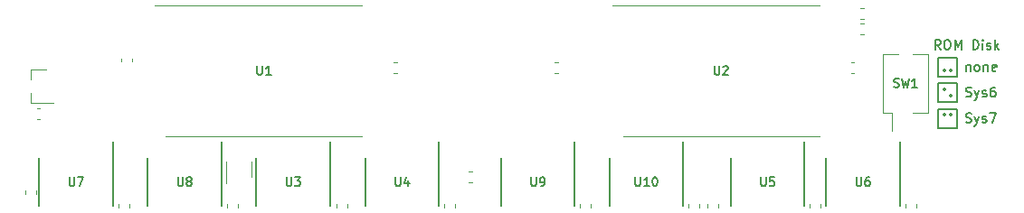
<source format=gto>
G04 #@! TF.GenerationSoftware,KiCad,Pcbnew,(5.1.5-0-10_14)*
G04 #@! TF.CreationDate,2021-04-13T03:25:20-04:00*
G04 #@! TF.ProjectId,ROMSIMM,524f4d53-494d-44d2-9e6b-696361645f70,1.0*
G04 #@! TF.SameCoordinates,Original*
G04 #@! TF.FileFunction,Legend,Top*
G04 #@! TF.FilePolarity,Positive*
%FSLAX46Y46*%
G04 Gerber Fmt 4.6, Leading zero omitted, Abs format (unit mm)*
G04 Created by KiCad (PCBNEW (5.1.5-0-10_14)) date 2021-04-13 03:25:20*
%MOMM*%
%LPD*%
G04 APERTURE LIST*
%ADD10C,0.203200*%
%ADD11C,0.350000*%
%ADD12C,0.120000*%
%ADD13C,0.100000*%
%ADD14C,0.150000*%
%ADD15C,0.175000*%
%ADD16C,2.000000*%
%ADD17C,1.448000*%
G04 APERTURE END LIST*
D10*
X162560000Y-115062000D02*
X164338000Y-115062000D01*
X162560000Y-115062000D02*
X162560000Y-113284000D01*
D11*
X163766550Y-113855500D02*
X163766650Y-113855500D01*
X163131400Y-113855500D02*
X163131500Y-113855500D01*
D10*
X164338000Y-115062000D02*
X164338000Y-113284000D01*
X164338000Y-113284000D02*
X162560000Y-113284000D01*
X162560000Y-112649000D02*
X164338000Y-112649000D01*
X164338000Y-110871000D02*
X162560000Y-110871000D01*
D11*
X163766550Y-112077500D02*
X163766650Y-112077500D01*
X163131400Y-111442500D02*
X163131500Y-111442500D01*
D10*
X164338000Y-112649000D02*
X164338000Y-110871000D01*
X162560000Y-112649000D02*
X162560000Y-110871000D01*
X162560000Y-110236000D02*
X164338000Y-110236000D01*
X164338000Y-110236000D02*
X164338000Y-108458000D01*
X162560000Y-110236000D02*
X162560000Y-108458000D01*
X165149508Y-114537285D02*
X165278080Y-114580142D01*
X165492365Y-114580142D01*
X165578080Y-114537285D01*
X165620937Y-114494428D01*
X165663794Y-114408714D01*
X165663794Y-114323000D01*
X165620937Y-114237285D01*
X165578080Y-114194428D01*
X165492365Y-114151571D01*
X165320937Y-114108714D01*
X165235222Y-114065857D01*
X165192365Y-114023000D01*
X165149508Y-113937285D01*
X165149508Y-113851571D01*
X165192365Y-113765857D01*
X165235222Y-113723000D01*
X165320937Y-113680142D01*
X165535222Y-113680142D01*
X165663794Y-113723000D01*
X165963794Y-113980142D02*
X166178080Y-114580142D01*
X166392365Y-113980142D02*
X166178080Y-114580142D01*
X166092365Y-114794428D01*
X166049508Y-114837285D01*
X165963794Y-114880142D01*
X166692365Y-114537285D02*
X166778080Y-114580142D01*
X166949508Y-114580142D01*
X167035222Y-114537285D01*
X167078080Y-114451571D01*
X167078080Y-114408714D01*
X167035222Y-114323000D01*
X166949508Y-114280142D01*
X166820937Y-114280142D01*
X166735222Y-114237285D01*
X166692365Y-114151571D01*
X166692365Y-114108714D01*
X166735222Y-114023000D01*
X166820937Y-113980142D01*
X166949508Y-113980142D01*
X167035222Y-114023000D01*
X167378080Y-113680142D02*
X167978080Y-113680142D01*
X167592365Y-114580142D01*
X165149508Y-112124285D02*
X165278080Y-112167142D01*
X165492365Y-112167142D01*
X165578080Y-112124285D01*
X165620937Y-112081428D01*
X165663794Y-111995714D01*
X165663794Y-111910000D01*
X165620937Y-111824285D01*
X165578080Y-111781428D01*
X165492365Y-111738571D01*
X165320937Y-111695714D01*
X165235222Y-111652857D01*
X165192365Y-111610000D01*
X165149508Y-111524285D01*
X165149508Y-111438571D01*
X165192365Y-111352857D01*
X165235222Y-111310000D01*
X165320937Y-111267142D01*
X165535222Y-111267142D01*
X165663794Y-111310000D01*
X165963794Y-111567142D02*
X166178080Y-112167142D01*
X166392365Y-111567142D02*
X166178080Y-112167142D01*
X166092365Y-112381428D01*
X166049508Y-112424285D01*
X165963794Y-112467142D01*
X166692365Y-112124285D02*
X166778080Y-112167142D01*
X166949508Y-112167142D01*
X167035222Y-112124285D01*
X167078080Y-112038571D01*
X167078080Y-111995714D01*
X167035222Y-111910000D01*
X166949508Y-111867142D01*
X166820937Y-111867142D01*
X166735222Y-111824285D01*
X166692365Y-111738571D01*
X166692365Y-111695714D01*
X166735222Y-111610000D01*
X166820937Y-111567142D01*
X166949508Y-111567142D01*
X167035222Y-111610000D01*
X167849508Y-111267142D02*
X167678080Y-111267142D01*
X167592365Y-111310000D01*
X167549508Y-111352857D01*
X167463794Y-111481428D01*
X167420937Y-111652857D01*
X167420937Y-111995714D01*
X167463794Y-112081428D01*
X167506651Y-112124285D01*
X167592365Y-112167142D01*
X167763794Y-112167142D01*
X167849508Y-112124285D01*
X167892365Y-112081428D01*
X167935222Y-111995714D01*
X167935222Y-111781428D01*
X167892365Y-111695714D01*
X167849508Y-111652857D01*
X167763794Y-111610000D01*
X167592365Y-111610000D01*
X167506651Y-111652857D01*
X167463794Y-111695714D01*
X167420937Y-111781428D01*
D11*
X163131400Y-109664500D02*
X163131500Y-109664500D01*
X163766550Y-109664500D02*
X163766650Y-109664500D01*
D10*
X162784142Y-107722142D02*
X162484142Y-107293571D01*
X162269857Y-107722142D02*
X162269857Y-106822142D01*
X162612714Y-106822142D01*
X162698428Y-106865000D01*
X162741285Y-106907857D01*
X162784142Y-106993571D01*
X162784142Y-107122142D01*
X162741285Y-107207857D01*
X162698428Y-107250714D01*
X162612714Y-107293571D01*
X162269857Y-107293571D01*
X163341285Y-106822142D02*
X163512714Y-106822142D01*
X163598428Y-106865000D01*
X163684142Y-106950714D01*
X163727000Y-107122142D01*
X163727000Y-107422142D01*
X163684142Y-107593571D01*
X163598428Y-107679285D01*
X163512714Y-107722142D01*
X163341285Y-107722142D01*
X163255571Y-107679285D01*
X163169857Y-107593571D01*
X163127000Y-107422142D01*
X163127000Y-107122142D01*
X163169857Y-106950714D01*
X163255571Y-106865000D01*
X163341285Y-106822142D01*
X164112714Y-107722142D02*
X164112714Y-106822142D01*
X164412714Y-107465000D01*
X164712714Y-106822142D01*
X164712714Y-107722142D01*
X165827000Y-107722142D02*
X165827000Y-106822142D01*
X166041285Y-106822142D01*
X166169857Y-106865000D01*
X166255571Y-106950714D01*
X166298428Y-107036428D01*
X166341285Y-107207857D01*
X166341285Y-107336428D01*
X166298428Y-107507857D01*
X166255571Y-107593571D01*
X166169857Y-107679285D01*
X166041285Y-107722142D01*
X165827000Y-107722142D01*
X166727000Y-107722142D02*
X166727000Y-107122142D01*
X166727000Y-106822142D02*
X166684142Y-106865000D01*
X166727000Y-106907857D01*
X166769857Y-106865000D01*
X166727000Y-106822142D01*
X166727000Y-106907857D01*
X167112714Y-107679285D02*
X167198428Y-107722142D01*
X167369857Y-107722142D01*
X167455571Y-107679285D01*
X167498428Y-107593571D01*
X167498428Y-107550714D01*
X167455571Y-107465000D01*
X167369857Y-107422142D01*
X167241285Y-107422142D01*
X167155571Y-107379285D01*
X167112714Y-107293571D01*
X167112714Y-107250714D01*
X167155571Y-107165000D01*
X167241285Y-107122142D01*
X167369857Y-107122142D01*
X167455571Y-107165000D01*
X167884142Y-107722142D02*
X167884142Y-106822142D01*
X167969857Y-107379285D02*
X168227000Y-107722142D01*
X168227000Y-107122142D02*
X167884142Y-107465000D01*
X164338000Y-108458000D02*
X162560000Y-108458000D01*
X165192365Y-109154142D02*
X165192365Y-109754142D01*
X165192365Y-109239857D02*
X165235222Y-109197000D01*
X165320937Y-109154142D01*
X165449508Y-109154142D01*
X165535222Y-109197000D01*
X165578080Y-109282714D01*
X165578080Y-109754142D01*
X166135222Y-109754142D02*
X166049508Y-109711285D01*
X166006651Y-109668428D01*
X165963794Y-109582714D01*
X165963794Y-109325571D01*
X166006651Y-109239857D01*
X166049508Y-109197000D01*
X166135222Y-109154142D01*
X166263794Y-109154142D01*
X166349508Y-109197000D01*
X166392365Y-109239857D01*
X166435222Y-109325571D01*
X166435222Y-109582714D01*
X166392365Y-109668428D01*
X166349508Y-109711285D01*
X166263794Y-109754142D01*
X166135222Y-109754142D01*
X166820937Y-109154142D02*
X166820937Y-109754142D01*
X166820937Y-109239857D02*
X166863794Y-109197000D01*
X166949508Y-109154142D01*
X167078080Y-109154142D01*
X167163794Y-109197000D01*
X167206651Y-109282714D01*
X167206651Y-109754142D01*
X167978080Y-109711285D02*
X167892365Y-109754142D01*
X167720937Y-109754142D01*
X167635222Y-109711285D01*
X167592365Y-109625571D01*
X167592365Y-109282714D01*
X167635222Y-109197000D01*
X167720937Y-109154142D01*
X167892365Y-109154142D01*
X167978080Y-109197000D01*
X168020937Y-109282714D01*
X168020937Y-109368428D01*
X167592365Y-109454142D01*
D12*
X160207000Y-108111000D02*
X161642000Y-108111000D01*
X160207000Y-113631000D02*
X161642000Y-113631000D01*
X157381000Y-108111000D02*
X158816000Y-108111000D01*
X157381000Y-113631000D02*
X157381000Y-108111000D01*
X157381000Y-113631000D02*
X158197000Y-113631000D01*
X158197000Y-115317000D02*
X158197000Y-113631000D01*
X161642000Y-113631000D02*
X161642000Y-108111000D01*
X90250000Y-115820000D02*
X108650000Y-115820000D01*
D13*
X108650000Y-103580000D02*
X89250000Y-103580000D01*
D12*
X133040000Y-115820000D02*
X151440000Y-115820000D01*
D13*
X151440000Y-103580000D02*
X132040000Y-103580000D01*
D14*
X105625000Y-116400000D02*
X105625000Y-122375000D01*
X98725000Y-117925000D02*
X98725000Y-122375000D01*
X150025000Y-116400000D02*
X150025000Y-122375000D01*
X143125000Y-117925000D02*
X143125000Y-122375000D01*
X115825000Y-116400000D02*
X115825000Y-122375000D01*
X108925000Y-117925000D02*
X108925000Y-122375000D01*
X158975000Y-116400000D02*
X158975000Y-122375000D01*
X152075000Y-117925000D02*
X152075000Y-122375000D01*
X85325000Y-116400000D02*
X85325000Y-122375000D01*
X78425000Y-117925000D02*
X78425000Y-122375000D01*
X95475000Y-116400000D02*
X95475000Y-122375000D01*
X88575000Y-117925000D02*
X88575000Y-122375000D01*
X128525000Y-116400000D02*
X128525000Y-122375000D01*
X121625000Y-117925000D02*
X121625000Y-122375000D01*
X138675000Y-116400000D02*
X138675000Y-122375000D01*
X131775000Y-117925000D02*
X131775000Y-122375000D01*
D12*
X95940000Y-118220000D02*
X95940000Y-120250000D01*
X98260000Y-119630000D02*
X98260000Y-118220000D01*
X97010000Y-122512779D02*
X97010000Y-122187221D01*
X95990000Y-122512779D02*
X95990000Y-122187221D01*
X87110000Y-108862779D02*
X87110000Y-108537221D01*
X86090000Y-108862779D02*
X86090000Y-108537221D01*
X78110000Y-121285779D02*
X78110000Y-120960221D01*
X77090000Y-121285779D02*
X77090000Y-120960221D01*
X142010000Y-122512779D02*
X142010000Y-122187221D01*
X140990000Y-122512779D02*
X140990000Y-122187221D01*
X78187221Y-114260000D02*
X78512779Y-114260000D01*
X78187221Y-113240000D02*
X78512779Y-113240000D01*
X111587221Y-109960000D02*
X111912779Y-109960000D01*
X111587221Y-108940000D02*
X111912779Y-108940000D01*
X154387221Y-109960000D02*
X154712779Y-109960000D01*
X154387221Y-108940000D02*
X154712779Y-108940000D01*
X86860000Y-122512779D02*
X86860000Y-122187221D01*
X85840000Y-122512779D02*
X85840000Y-122187221D01*
X117360000Y-122512779D02*
X117360000Y-122187221D01*
X116340000Y-122512779D02*
X116340000Y-122187221D01*
X130060000Y-122512779D02*
X130060000Y-122187221D01*
X129040000Y-122512779D02*
X129040000Y-122187221D01*
X140210000Y-122512779D02*
X140210000Y-122187221D01*
X139190000Y-122512779D02*
X139190000Y-122187221D01*
X151560000Y-122512779D02*
X151560000Y-122187221D01*
X150540000Y-122512779D02*
X150540000Y-122187221D01*
X160510000Y-122512779D02*
X160510000Y-122187221D01*
X159490000Y-122512779D02*
X159490000Y-122187221D01*
X107223500Y-122512779D02*
X107223500Y-122187221D01*
X106203500Y-122512779D02*
X106203500Y-122187221D01*
X126687221Y-109910000D02*
X127012779Y-109910000D01*
X126687221Y-108890000D02*
X127012779Y-108890000D01*
X155612779Y-104860000D02*
X155287221Y-104860000D01*
X155612779Y-103840000D02*
X155287221Y-103840000D01*
X155612779Y-105290000D02*
X155287221Y-105290000D01*
X155612779Y-106310000D02*
X155287221Y-106310000D01*
X118912779Y-119190000D02*
X118587221Y-119190000D01*
X118912779Y-120210000D02*
X118587221Y-120210000D01*
X77590000Y-109570000D02*
X79050000Y-109570000D01*
X77590000Y-112730000D02*
X79750000Y-112730000D01*
X77590000Y-112730000D02*
X77590000Y-111800000D01*
X77590000Y-109570000D02*
X77590000Y-110500000D01*
D10*
X158428266Y-111199990D02*
X158544380Y-111238695D01*
X158737904Y-111238695D01*
X158815314Y-111199990D01*
X158854019Y-111161285D01*
X158892723Y-111083876D01*
X158892723Y-111006466D01*
X158854019Y-110929057D01*
X158815314Y-110890352D01*
X158737904Y-110851647D01*
X158583085Y-110812942D01*
X158505676Y-110774238D01*
X158466971Y-110735533D01*
X158428266Y-110658123D01*
X158428266Y-110580714D01*
X158466971Y-110503304D01*
X158505676Y-110464600D01*
X158583085Y-110425895D01*
X158776609Y-110425895D01*
X158892723Y-110464600D01*
X159163657Y-110425895D02*
X159357180Y-111238695D01*
X159512000Y-110658123D01*
X159666819Y-111238695D01*
X159860342Y-110425895D01*
X160595733Y-111238695D02*
X160131276Y-111238695D01*
X160363504Y-111238695D02*
X160363504Y-110425895D01*
X160286095Y-110542009D01*
X160208685Y-110619419D01*
X160131276Y-110658123D01*
X98830723Y-109254895D02*
X98830723Y-109912876D01*
X98869428Y-109990285D01*
X98908133Y-110028990D01*
X98985542Y-110067695D01*
X99140361Y-110067695D01*
X99217771Y-110028990D01*
X99256476Y-109990285D01*
X99295180Y-109912876D01*
X99295180Y-109254895D01*
X100107980Y-110067695D02*
X99643523Y-110067695D01*
X99875752Y-110067695D02*
X99875752Y-109254895D01*
X99798342Y-109371009D01*
X99720933Y-109448419D01*
X99643523Y-109487123D01*
X141620723Y-109254895D02*
X141620723Y-109912876D01*
X141659428Y-109990285D01*
X141698133Y-110028990D01*
X141775542Y-110067695D01*
X141930361Y-110067695D01*
X142007771Y-110028990D01*
X142046476Y-109990285D01*
X142085180Y-109912876D01*
X142085180Y-109254895D01*
X142433523Y-109332304D02*
X142472228Y-109293600D01*
X142549638Y-109254895D01*
X142743161Y-109254895D01*
X142820571Y-109293600D01*
X142859276Y-109332304D01*
X142897980Y-109409714D01*
X142897980Y-109487123D01*
X142859276Y-109603238D01*
X142394819Y-110067695D01*
X142897980Y-110067695D01*
X101555723Y-119704895D02*
X101555723Y-120362876D01*
X101594428Y-120440285D01*
X101633133Y-120478990D01*
X101710542Y-120517695D01*
X101865361Y-120517695D01*
X101942771Y-120478990D01*
X101981476Y-120440285D01*
X102020180Y-120362876D01*
X102020180Y-119704895D01*
X102329819Y-119704895D02*
X102832980Y-119704895D01*
X102562047Y-120014533D01*
X102678161Y-120014533D01*
X102755571Y-120053238D01*
X102794276Y-120091942D01*
X102832980Y-120169352D01*
X102832980Y-120362876D01*
X102794276Y-120440285D01*
X102755571Y-120478990D01*
X102678161Y-120517695D01*
X102445933Y-120517695D01*
X102368523Y-120478990D01*
X102329819Y-120440285D01*
X145955723Y-119704895D02*
X145955723Y-120362876D01*
X145994428Y-120440285D01*
X146033133Y-120478990D01*
X146110542Y-120517695D01*
X146265361Y-120517695D01*
X146342771Y-120478990D01*
X146381476Y-120440285D01*
X146420180Y-120362876D01*
X146420180Y-119704895D01*
X147194276Y-119704895D02*
X146807228Y-119704895D01*
X146768523Y-120091942D01*
X146807228Y-120053238D01*
X146884638Y-120014533D01*
X147078161Y-120014533D01*
X147155571Y-120053238D01*
X147194276Y-120091942D01*
X147232980Y-120169352D01*
X147232980Y-120362876D01*
X147194276Y-120440285D01*
X147155571Y-120478990D01*
X147078161Y-120517695D01*
X146884638Y-120517695D01*
X146807228Y-120478990D01*
X146768523Y-120440285D01*
X111755723Y-119704895D02*
X111755723Y-120362876D01*
X111794428Y-120440285D01*
X111833133Y-120478990D01*
X111910542Y-120517695D01*
X112065361Y-120517695D01*
X112142771Y-120478990D01*
X112181476Y-120440285D01*
X112220180Y-120362876D01*
X112220180Y-119704895D01*
X112955571Y-119975828D02*
X112955571Y-120517695D01*
X112762047Y-119666190D02*
X112568523Y-120246761D01*
X113071685Y-120246761D01*
X154905723Y-119704895D02*
X154905723Y-120362876D01*
X154944428Y-120440285D01*
X154983133Y-120478990D01*
X155060542Y-120517695D01*
X155215361Y-120517695D01*
X155292771Y-120478990D01*
X155331476Y-120440285D01*
X155370180Y-120362876D01*
X155370180Y-119704895D01*
X156105571Y-119704895D02*
X155950752Y-119704895D01*
X155873342Y-119743600D01*
X155834638Y-119782304D01*
X155757228Y-119898419D01*
X155718523Y-120053238D01*
X155718523Y-120362876D01*
X155757228Y-120440285D01*
X155795933Y-120478990D01*
X155873342Y-120517695D01*
X156028161Y-120517695D01*
X156105571Y-120478990D01*
X156144276Y-120440285D01*
X156182980Y-120362876D01*
X156182980Y-120169352D01*
X156144276Y-120091942D01*
X156105571Y-120053238D01*
X156028161Y-120014533D01*
X155873342Y-120014533D01*
X155795933Y-120053238D01*
X155757228Y-120091942D01*
X155718523Y-120169352D01*
X81255723Y-119704895D02*
X81255723Y-120362876D01*
X81294428Y-120440285D01*
X81333133Y-120478990D01*
X81410542Y-120517695D01*
X81565361Y-120517695D01*
X81642771Y-120478990D01*
X81681476Y-120440285D01*
X81720180Y-120362876D01*
X81720180Y-119704895D01*
X82029819Y-119704895D02*
X82571685Y-119704895D01*
X82223342Y-120517695D01*
X91405723Y-119704895D02*
X91405723Y-120362876D01*
X91444428Y-120440285D01*
X91483133Y-120478990D01*
X91560542Y-120517695D01*
X91715361Y-120517695D01*
X91792771Y-120478990D01*
X91831476Y-120440285D01*
X91870180Y-120362876D01*
X91870180Y-119704895D01*
X92373342Y-120053238D02*
X92295933Y-120014533D01*
X92257228Y-119975828D01*
X92218523Y-119898419D01*
X92218523Y-119859714D01*
X92257228Y-119782304D01*
X92295933Y-119743600D01*
X92373342Y-119704895D01*
X92528161Y-119704895D01*
X92605571Y-119743600D01*
X92644276Y-119782304D01*
X92682980Y-119859714D01*
X92682980Y-119898419D01*
X92644276Y-119975828D01*
X92605571Y-120014533D01*
X92528161Y-120053238D01*
X92373342Y-120053238D01*
X92295933Y-120091942D01*
X92257228Y-120130647D01*
X92218523Y-120208057D01*
X92218523Y-120362876D01*
X92257228Y-120440285D01*
X92295933Y-120478990D01*
X92373342Y-120517695D01*
X92528161Y-120517695D01*
X92605571Y-120478990D01*
X92644276Y-120440285D01*
X92682980Y-120362876D01*
X92682980Y-120208057D01*
X92644276Y-120130647D01*
X92605571Y-120091942D01*
X92528161Y-120053238D01*
X124455723Y-119704895D02*
X124455723Y-120362876D01*
X124494428Y-120440285D01*
X124533133Y-120478990D01*
X124610542Y-120517695D01*
X124765361Y-120517695D01*
X124842771Y-120478990D01*
X124881476Y-120440285D01*
X124920180Y-120362876D01*
X124920180Y-119704895D01*
X125345933Y-120517695D02*
X125500752Y-120517695D01*
X125578161Y-120478990D01*
X125616866Y-120440285D01*
X125694276Y-120324171D01*
X125732980Y-120169352D01*
X125732980Y-119859714D01*
X125694276Y-119782304D01*
X125655571Y-119743600D01*
X125578161Y-119704895D01*
X125423342Y-119704895D01*
X125345933Y-119743600D01*
X125307228Y-119782304D01*
X125268523Y-119859714D01*
X125268523Y-120053238D01*
X125307228Y-120130647D01*
X125345933Y-120169352D01*
X125423342Y-120208057D01*
X125578161Y-120208057D01*
X125655571Y-120169352D01*
X125694276Y-120130647D01*
X125732980Y-120053238D01*
X134218676Y-119704895D02*
X134218676Y-120362876D01*
X134257380Y-120440285D01*
X134296085Y-120478990D01*
X134373495Y-120517695D01*
X134528314Y-120517695D01*
X134605723Y-120478990D01*
X134644428Y-120440285D01*
X134683133Y-120362876D01*
X134683133Y-119704895D01*
X135495933Y-120517695D02*
X135031476Y-120517695D01*
X135263704Y-120517695D02*
X135263704Y-119704895D01*
X135186295Y-119821009D01*
X135108885Y-119898419D01*
X135031476Y-119937123D01*
X135999095Y-119704895D02*
X136076504Y-119704895D01*
X136153914Y-119743600D01*
X136192619Y-119782304D01*
X136231323Y-119859714D01*
X136270028Y-120014533D01*
X136270028Y-120208057D01*
X136231323Y-120362876D01*
X136192619Y-120440285D01*
X136153914Y-120478990D01*
X136076504Y-120517695D01*
X135999095Y-120517695D01*
X135921685Y-120478990D01*
X135882980Y-120440285D01*
X135844276Y-120362876D01*
X135805571Y-120208057D01*
X135805571Y-120014533D01*
X135844276Y-119859714D01*
X135882980Y-119782304D01*
X135921685Y-119743600D01*
X135999095Y-119704895D01*
%LPC*%
D15*
G36*
X163195000Y-127635000D02*
G01*
X123825000Y-127635000D01*
X123317000Y-125031500D01*
X163703000Y-125031500D01*
X163195000Y-127635000D01*
G37*
X163195000Y-127635000D02*
X123825000Y-127635000D01*
X123317000Y-125031500D01*
X163703000Y-125031500D01*
X163195000Y-127635000D01*
G36*
X117475000Y-127635000D02*
G01*
X78105000Y-127635000D01*
X77597000Y-125031500D01*
X117983000Y-125031500D01*
X117475000Y-127635000D01*
G37*
X117475000Y-127635000D02*
X78105000Y-127635000D01*
X77597000Y-125031500D01*
X117983000Y-125031500D01*
X117475000Y-127635000D01*
D13*
G36*
X159113074Y-106250035D02*
G01*
X159133944Y-106253131D01*
X159154411Y-106258258D01*
X159174277Y-106265366D01*
X159193350Y-106274387D01*
X159211448Y-106285234D01*
X159228395Y-106297803D01*
X159244028Y-106311972D01*
X159258197Y-106327605D01*
X159270766Y-106344552D01*
X159281613Y-106362650D01*
X159290634Y-106381723D01*
X159297742Y-106401589D01*
X159302869Y-106422056D01*
X159305965Y-106442926D01*
X159307000Y-106464000D01*
X159307000Y-107658000D01*
X159305965Y-107679074D01*
X159302869Y-107699944D01*
X159297742Y-107720411D01*
X159290634Y-107740277D01*
X159281613Y-107759350D01*
X159270766Y-107777448D01*
X159258197Y-107794395D01*
X159244028Y-107810028D01*
X159228395Y-107824197D01*
X159211448Y-107836766D01*
X159193350Y-107847613D01*
X159174277Y-107856634D01*
X159154411Y-107863742D01*
X159133944Y-107868869D01*
X159113074Y-107871965D01*
X159092000Y-107873000D01*
X158662000Y-107873000D01*
X158640926Y-107871965D01*
X158620056Y-107868869D01*
X158599589Y-107863742D01*
X158579723Y-107856634D01*
X158560650Y-107847613D01*
X158542552Y-107836766D01*
X158525605Y-107824197D01*
X158509972Y-107810028D01*
X158495803Y-107794395D01*
X158483234Y-107777448D01*
X158472387Y-107759350D01*
X158463366Y-107740277D01*
X158456258Y-107720411D01*
X158451131Y-107699944D01*
X158448035Y-107679074D01*
X158447000Y-107658000D01*
X158447000Y-106464000D01*
X158448035Y-106442926D01*
X158451131Y-106422056D01*
X158456258Y-106401589D01*
X158463366Y-106381723D01*
X158472387Y-106362650D01*
X158483234Y-106344552D01*
X158495803Y-106327605D01*
X158509972Y-106311972D01*
X158525605Y-106297803D01*
X158542552Y-106285234D01*
X158560650Y-106274387D01*
X158579723Y-106265366D01*
X158599589Y-106258258D01*
X158620056Y-106253131D01*
X158640926Y-106250035D01*
X158662000Y-106249000D01*
X159092000Y-106249000D01*
X159113074Y-106250035D01*
G37*
G36*
X160383074Y-106250035D02*
G01*
X160403944Y-106253131D01*
X160424411Y-106258258D01*
X160444277Y-106265366D01*
X160463350Y-106274387D01*
X160481448Y-106285234D01*
X160498395Y-106297803D01*
X160514028Y-106311972D01*
X160528197Y-106327605D01*
X160540766Y-106344552D01*
X160551613Y-106362650D01*
X160560634Y-106381723D01*
X160567742Y-106401589D01*
X160572869Y-106422056D01*
X160575965Y-106442926D01*
X160577000Y-106464000D01*
X160577000Y-107658000D01*
X160575965Y-107679074D01*
X160572869Y-107699944D01*
X160567742Y-107720411D01*
X160560634Y-107740277D01*
X160551613Y-107759350D01*
X160540766Y-107777448D01*
X160528197Y-107794395D01*
X160514028Y-107810028D01*
X160498395Y-107824197D01*
X160481448Y-107836766D01*
X160463350Y-107847613D01*
X160444277Y-107856634D01*
X160424411Y-107863742D01*
X160403944Y-107868869D01*
X160383074Y-107871965D01*
X160362000Y-107873000D01*
X159932000Y-107873000D01*
X159910926Y-107871965D01*
X159890056Y-107868869D01*
X159869589Y-107863742D01*
X159849723Y-107856634D01*
X159830650Y-107847613D01*
X159812552Y-107836766D01*
X159795605Y-107824197D01*
X159779972Y-107810028D01*
X159765803Y-107794395D01*
X159753234Y-107777448D01*
X159742387Y-107759350D01*
X159733366Y-107740277D01*
X159726258Y-107720411D01*
X159721131Y-107699944D01*
X159718035Y-107679074D01*
X159717000Y-107658000D01*
X159717000Y-106464000D01*
X159718035Y-106442926D01*
X159721131Y-106422056D01*
X159726258Y-106401589D01*
X159733366Y-106381723D01*
X159742387Y-106362650D01*
X159753234Y-106344552D01*
X159765803Y-106327605D01*
X159779972Y-106311972D01*
X159795605Y-106297803D01*
X159812552Y-106285234D01*
X159830650Y-106274387D01*
X159849723Y-106265366D01*
X159869589Y-106258258D01*
X159890056Y-106253131D01*
X159910926Y-106250035D01*
X159932000Y-106249000D01*
X160362000Y-106249000D01*
X160383074Y-106250035D01*
G37*
G36*
X160383074Y-113870035D02*
G01*
X160403944Y-113873131D01*
X160424411Y-113878258D01*
X160444277Y-113885366D01*
X160463350Y-113894387D01*
X160481448Y-113905234D01*
X160498395Y-113917803D01*
X160514028Y-113931972D01*
X160528197Y-113947605D01*
X160540766Y-113964552D01*
X160551613Y-113982650D01*
X160560634Y-114001723D01*
X160567742Y-114021589D01*
X160572869Y-114042056D01*
X160575965Y-114062926D01*
X160577000Y-114084000D01*
X160577000Y-115278000D01*
X160575965Y-115299074D01*
X160572869Y-115319944D01*
X160567742Y-115340411D01*
X160560634Y-115360277D01*
X160551613Y-115379350D01*
X160540766Y-115397448D01*
X160528197Y-115414395D01*
X160514028Y-115430028D01*
X160498395Y-115444197D01*
X160481448Y-115456766D01*
X160463350Y-115467613D01*
X160444277Y-115476634D01*
X160424411Y-115483742D01*
X160403944Y-115488869D01*
X160383074Y-115491965D01*
X160362000Y-115493000D01*
X159932000Y-115493000D01*
X159910926Y-115491965D01*
X159890056Y-115488869D01*
X159869589Y-115483742D01*
X159849723Y-115476634D01*
X159830650Y-115467613D01*
X159812552Y-115456766D01*
X159795605Y-115444197D01*
X159779972Y-115430028D01*
X159765803Y-115414395D01*
X159753234Y-115397448D01*
X159742387Y-115379350D01*
X159733366Y-115360277D01*
X159726258Y-115340411D01*
X159721131Y-115319944D01*
X159718035Y-115299074D01*
X159717000Y-115278000D01*
X159717000Y-114084000D01*
X159718035Y-114062926D01*
X159721131Y-114042056D01*
X159726258Y-114021589D01*
X159733366Y-114001723D01*
X159742387Y-113982650D01*
X159753234Y-113964552D01*
X159765803Y-113947605D01*
X159779972Y-113931972D01*
X159795605Y-113917803D01*
X159812552Y-113905234D01*
X159830650Y-113894387D01*
X159849723Y-113885366D01*
X159869589Y-113878258D01*
X159890056Y-113873131D01*
X159910926Y-113870035D01*
X159932000Y-113869000D01*
X160362000Y-113869000D01*
X160383074Y-113870035D01*
G37*
G36*
X159113074Y-113870035D02*
G01*
X159133944Y-113873131D01*
X159154411Y-113878258D01*
X159174277Y-113885366D01*
X159193350Y-113894387D01*
X159211448Y-113905234D01*
X159228395Y-113917803D01*
X159244028Y-113931972D01*
X159258197Y-113947605D01*
X159270766Y-113964552D01*
X159281613Y-113982650D01*
X159290634Y-114001723D01*
X159297742Y-114021589D01*
X159302869Y-114042056D01*
X159305965Y-114062926D01*
X159307000Y-114084000D01*
X159307000Y-115278000D01*
X159305965Y-115299074D01*
X159302869Y-115319944D01*
X159297742Y-115340411D01*
X159290634Y-115360277D01*
X159281613Y-115379350D01*
X159270766Y-115397448D01*
X159258197Y-115414395D01*
X159244028Y-115430028D01*
X159228395Y-115444197D01*
X159211448Y-115456766D01*
X159193350Y-115467613D01*
X159174277Y-115476634D01*
X159154411Y-115483742D01*
X159133944Y-115488869D01*
X159113074Y-115491965D01*
X159092000Y-115493000D01*
X158662000Y-115493000D01*
X158640926Y-115491965D01*
X158620056Y-115488869D01*
X158599589Y-115483742D01*
X158579723Y-115476634D01*
X158560650Y-115467613D01*
X158542552Y-115456766D01*
X158525605Y-115444197D01*
X158509972Y-115430028D01*
X158495803Y-115414395D01*
X158483234Y-115397448D01*
X158472387Y-115379350D01*
X158463366Y-115360277D01*
X158456258Y-115340411D01*
X158451131Y-115319944D01*
X158448035Y-115299074D01*
X158447000Y-115278000D01*
X158447000Y-114084000D01*
X158448035Y-114062926D01*
X158451131Y-114042056D01*
X158456258Y-114021589D01*
X158463366Y-114001723D01*
X158472387Y-113982650D01*
X158483234Y-113964552D01*
X158495803Y-113947605D01*
X158509972Y-113931972D01*
X158525605Y-113917803D01*
X158542552Y-113905234D01*
X158560650Y-113894387D01*
X158579723Y-113885366D01*
X158599589Y-113878258D01*
X158620056Y-113873131D01*
X158640926Y-113870035D01*
X158662000Y-113869000D01*
X159092000Y-113869000D01*
X159113074Y-113870035D01*
G37*
G36*
X90195527Y-103776419D02*
G01*
X90203973Y-103777672D01*
X90212255Y-103779746D01*
X90220293Y-103782622D01*
X90228012Y-103786273D01*
X90235335Y-103790662D01*
X90242192Y-103795748D01*
X90248518Y-103801482D01*
X90254252Y-103807808D01*
X90259338Y-103814665D01*
X90263727Y-103821988D01*
X90267378Y-103829707D01*
X90270254Y-103837745D01*
X90272328Y-103846027D01*
X90273581Y-103854473D01*
X90274000Y-103863000D01*
X90274000Y-104037000D01*
X90273581Y-104045527D01*
X90272328Y-104053973D01*
X90270254Y-104062255D01*
X90267378Y-104070293D01*
X90263727Y-104078012D01*
X90259338Y-104085335D01*
X90254252Y-104092192D01*
X90248518Y-104098518D01*
X90242192Y-104104252D01*
X90235335Y-104109338D01*
X90228012Y-104113727D01*
X90220293Y-104117378D01*
X90212255Y-104120254D01*
X90203973Y-104122328D01*
X90195527Y-104123581D01*
X90187000Y-104124000D01*
X89213000Y-104124000D01*
X89204473Y-104123581D01*
X89196027Y-104122328D01*
X89187745Y-104120254D01*
X89179707Y-104117378D01*
X89171988Y-104113727D01*
X89164665Y-104109338D01*
X89157808Y-104104252D01*
X89151482Y-104098518D01*
X89145748Y-104092192D01*
X89140662Y-104085335D01*
X89136273Y-104078012D01*
X89132622Y-104070293D01*
X89129746Y-104062255D01*
X89127672Y-104053973D01*
X89126419Y-104045527D01*
X89126000Y-104037000D01*
X89126000Y-103863000D01*
X89126419Y-103854473D01*
X89127672Y-103846027D01*
X89129746Y-103837745D01*
X89132622Y-103829707D01*
X89136273Y-103821988D01*
X89140662Y-103814665D01*
X89145748Y-103807808D01*
X89151482Y-103801482D01*
X89157808Y-103795748D01*
X89164665Y-103790662D01*
X89171988Y-103786273D01*
X89179707Y-103782622D01*
X89187745Y-103779746D01*
X89196027Y-103777672D01*
X89204473Y-103776419D01*
X89213000Y-103776000D01*
X90187000Y-103776000D01*
X90195527Y-103776419D01*
G37*
G36*
X109695527Y-115276419D02*
G01*
X109703973Y-115277672D01*
X109712255Y-115279746D01*
X109720293Y-115282622D01*
X109728012Y-115286273D01*
X109735335Y-115290662D01*
X109742192Y-115295748D01*
X109748518Y-115301482D01*
X109754252Y-115307808D01*
X109759338Y-115314665D01*
X109763727Y-115321988D01*
X109767378Y-115329707D01*
X109770254Y-115337745D01*
X109772328Y-115346027D01*
X109773581Y-115354473D01*
X109774000Y-115363000D01*
X109774000Y-115537000D01*
X109773581Y-115545527D01*
X109772328Y-115553973D01*
X109770254Y-115562255D01*
X109767378Y-115570293D01*
X109763727Y-115578012D01*
X109759338Y-115585335D01*
X109754252Y-115592192D01*
X109748518Y-115598518D01*
X109742192Y-115604252D01*
X109735335Y-115609338D01*
X109728012Y-115613727D01*
X109720293Y-115617378D01*
X109712255Y-115620254D01*
X109703973Y-115622328D01*
X109695527Y-115623581D01*
X109687000Y-115624000D01*
X108713000Y-115624000D01*
X108704473Y-115623581D01*
X108696027Y-115622328D01*
X108687745Y-115620254D01*
X108679707Y-115617378D01*
X108671988Y-115613727D01*
X108664665Y-115609338D01*
X108657808Y-115604252D01*
X108651482Y-115598518D01*
X108645748Y-115592192D01*
X108640662Y-115585335D01*
X108636273Y-115578012D01*
X108632622Y-115570293D01*
X108629746Y-115562255D01*
X108627672Y-115553973D01*
X108626419Y-115545527D01*
X108626000Y-115537000D01*
X108626000Y-115363000D01*
X108626419Y-115354473D01*
X108627672Y-115346027D01*
X108629746Y-115337745D01*
X108632622Y-115329707D01*
X108636273Y-115321988D01*
X108640662Y-115314665D01*
X108645748Y-115307808D01*
X108651482Y-115301482D01*
X108657808Y-115295748D01*
X108664665Y-115290662D01*
X108671988Y-115286273D01*
X108679707Y-115282622D01*
X108687745Y-115279746D01*
X108696027Y-115277672D01*
X108704473Y-115276419D01*
X108713000Y-115276000D01*
X109687000Y-115276000D01*
X109695527Y-115276419D01*
G37*
G36*
X90195527Y-104276419D02*
G01*
X90203973Y-104277672D01*
X90212255Y-104279746D01*
X90220293Y-104282622D01*
X90228012Y-104286273D01*
X90235335Y-104290662D01*
X90242192Y-104295748D01*
X90248518Y-104301482D01*
X90254252Y-104307808D01*
X90259338Y-104314665D01*
X90263727Y-104321988D01*
X90267378Y-104329707D01*
X90270254Y-104337745D01*
X90272328Y-104346027D01*
X90273581Y-104354473D01*
X90274000Y-104363000D01*
X90274000Y-104537000D01*
X90273581Y-104545527D01*
X90272328Y-104553973D01*
X90270254Y-104562255D01*
X90267378Y-104570293D01*
X90263727Y-104578012D01*
X90259338Y-104585335D01*
X90254252Y-104592192D01*
X90248518Y-104598518D01*
X90242192Y-104604252D01*
X90235335Y-104609338D01*
X90228012Y-104613727D01*
X90220293Y-104617378D01*
X90212255Y-104620254D01*
X90203973Y-104622328D01*
X90195527Y-104623581D01*
X90187000Y-104624000D01*
X89213000Y-104624000D01*
X89204473Y-104623581D01*
X89196027Y-104622328D01*
X89187745Y-104620254D01*
X89179707Y-104617378D01*
X89171988Y-104613727D01*
X89164665Y-104609338D01*
X89157808Y-104604252D01*
X89151482Y-104598518D01*
X89145748Y-104592192D01*
X89140662Y-104585335D01*
X89136273Y-104578012D01*
X89132622Y-104570293D01*
X89129746Y-104562255D01*
X89127672Y-104553973D01*
X89126419Y-104545527D01*
X89126000Y-104537000D01*
X89126000Y-104363000D01*
X89126419Y-104354473D01*
X89127672Y-104346027D01*
X89129746Y-104337745D01*
X89132622Y-104329707D01*
X89136273Y-104321988D01*
X89140662Y-104314665D01*
X89145748Y-104307808D01*
X89151482Y-104301482D01*
X89157808Y-104295748D01*
X89164665Y-104290662D01*
X89171988Y-104286273D01*
X89179707Y-104282622D01*
X89187745Y-104279746D01*
X89196027Y-104277672D01*
X89204473Y-104276419D01*
X89213000Y-104276000D01*
X90187000Y-104276000D01*
X90195527Y-104276419D01*
G37*
G36*
X90195527Y-104776419D02*
G01*
X90203973Y-104777672D01*
X90212255Y-104779746D01*
X90220293Y-104782622D01*
X90228012Y-104786273D01*
X90235335Y-104790662D01*
X90242192Y-104795748D01*
X90248518Y-104801482D01*
X90254252Y-104807808D01*
X90259338Y-104814665D01*
X90263727Y-104821988D01*
X90267378Y-104829707D01*
X90270254Y-104837745D01*
X90272328Y-104846027D01*
X90273581Y-104854473D01*
X90274000Y-104863000D01*
X90274000Y-105037000D01*
X90273581Y-105045527D01*
X90272328Y-105053973D01*
X90270254Y-105062255D01*
X90267378Y-105070293D01*
X90263727Y-105078012D01*
X90259338Y-105085335D01*
X90254252Y-105092192D01*
X90248518Y-105098518D01*
X90242192Y-105104252D01*
X90235335Y-105109338D01*
X90228012Y-105113727D01*
X90220293Y-105117378D01*
X90212255Y-105120254D01*
X90203973Y-105122328D01*
X90195527Y-105123581D01*
X90187000Y-105124000D01*
X89213000Y-105124000D01*
X89204473Y-105123581D01*
X89196027Y-105122328D01*
X89187745Y-105120254D01*
X89179707Y-105117378D01*
X89171988Y-105113727D01*
X89164665Y-105109338D01*
X89157808Y-105104252D01*
X89151482Y-105098518D01*
X89145748Y-105092192D01*
X89140662Y-105085335D01*
X89136273Y-105078012D01*
X89132622Y-105070293D01*
X89129746Y-105062255D01*
X89127672Y-105053973D01*
X89126419Y-105045527D01*
X89126000Y-105037000D01*
X89126000Y-104863000D01*
X89126419Y-104854473D01*
X89127672Y-104846027D01*
X89129746Y-104837745D01*
X89132622Y-104829707D01*
X89136273Y-104821988D01*
X89140662Y-104814665D01*
X89145748Y-104807808D01*
X89151482Y-104801482D01*
X89157808Y-104795748D01*
X89164665Y-104790662D01*
X89171988Y-104786273D01*
X89179707Y-104782622D01*
X89187745Y-104779746D01*
X89196027Y-104777672D01*
X89204473Y-104776419D01*
X89213000Y-104776000D01*
X90187000Y-104776000D01*
X90195527Y-104776419D01*
G37*
G36*
X90195527Y-105276419D02*
G01*
X90203973Y-105277672D01*
X90212255Y-105279746D01*
X90220293Y-105282622D01*
X90228012Y-105286273D01*
X90235335Y-105290662D01*
X90242192Y-105295748D01*
X90248518Y-105301482D01*
X90254252Y-105307808D01*
X90259338Y-105314665D01*
X90263727Y-105321988D01*
X90267378Y-105329707D01*
X90270254Y-105337745D01*
X90272328Y-105346027D01*
X90273581Y-105354473D01*
X90274000Y-105363000D01*
X90274000Y-105537000D01*
X90273581Y-105545527D01*
X90272328Y-105553973D01*
X90270254Y-105562255D01*
X90267378Y-105570293D01*
X90263727Y-105578012D01*
X90259338Y-105585335D01*
X90254252Y-105592192D01*
X90248518Y-105598518D01*
X90242192Y-105604252D01*
X90235335Y-105609338D01*
X90228012Y-105613727D01*
X90220293Y-105617378D01*
X90212255Y-105620254D01*
X90203973Y-105622328D01*
X90195527Y-105623581D01*
X90187000Y-105624000D01*
X89213000Y-105624000D01*
X89204473Y-105623581D01*
X89196027Y-105622328D01*
X89187745Y-105620254D01*
X89179707Y-105617378D01*
X89171988Y-105613727D01*
X89164665Y-105609338D01*
X89157808Y-105604252D01*
X89151482Y-105598518D01*
X89145748Y-105592192D01*
X89140662Y-105585335D01*
X89136273Y-105578012D01*
X89132622Y-105570293D01*
X89129746Y-105562255D01*
X89127672Y-105553973D01*
X89126419Y-105545527D01*
X89126000Y-105537000D01*
X89126000Y-105363000D01*
X89126419Y-105354473D01*
X89127672Y-105346027D01*
X89129746Y-105337745D01*
X89132622Y-105329707D01*
X89136273Y-105321988D01*
X89140662Y-105314665D01*
X89145748Y-105307808D01*
X89151482Y-105301482D01*
X89157808Y-105295748D01*
X89164665Y-105290662D01*
X89171988Y-105286273D01*
X89179707Y-105282622D01*
X89187745Y-105279746D01*
X89196027Y-105277672D01*
X89204473Y-105276419D01*
X89213000Y-105276000D01*
X90187000Y-105276000D01*
X90195527Y-105276419D01*
G37*
G36*
X90195527Y-105776419D02*
G01*
X90203973Y-105777672D01*
X90212255Y-105779746D01*
X90220293Y-105782622D01*
X90228012Y-105786273D01*
X90235335Y-105790662D01*
X90242192Y-105795748D01*
X90248518Y-105801482D01*
X90254252Y-105807808D01*
X90259338Y-105814665D01*
X90263727Y-105821988D01*
X90267378Y-105829707D01*
X90270254Y-105837745D01*
X90272328Y-105846027D01*
X90273581Y-105854473D01*
X90274000Y-105863000D01*
X90274000Y-106037000D01*
X90273581Y-106045527D01*
X90272328Y-106053973D01*
X90270254Y-106062255D01*
X90267378Y-106070293D01*
X90263727Y-106078012D01*
X90259338Y-106085335D01*
X90254252Y-106092192D01*
X90248518Y-106098518D01*
X90242192Y-106104252D01*
X90235335Y-106109338D01*
X90228012Y-106113727D01*
X90220293Y-106117378D01*
X90212255Y-106120254D01*
X90203973Y-106122328D01*
X90195527Y-106123581D01*
X90187000Y-106124000D01*
X89213000Y-106124000D01*
X89204473Y-106123581D01*
X89196027Y-106122328D01*
X89187745Y-106120254D01*
X89179707Y-106117378D01*
X89171988Y-106113727D01*
X89164665Y-106109338D01*
X89157808Y-106104252D01*
X89151482Y-106098518D01*
X89145748Y-106092192D01*
X89140662Y-106085335D01*
X89136273Y-106078012D01*
X89132622Y-106070293D01*
X89129746Y-106062255D01*
X89127672Y-106053973D01*
X89126419Y-106045527D01*
X89126000Y-106037000D01*
X89126000Y-105863000D01*
X89126419Y-105854473D01*
X89127672Y-105846027D01*
X89129746Y-105837745D01*
X89132622Y-105829707D01*
X89136273Y-105821988D01*
X89140662Y-105814665D01*
X89145748Y-105807808D01*
X89151482Y-105801482D01*
X89157808Y-105795748D01*
X89164665Y-105790662D01*
X89171988Y-105786273D01*
X89179707Y-105782622D01*
X89187745Y-105779746D01*
X89196027Y-105777672D01*
X89204473Y-105776419D01*
X89213000Y-105776000D01*
X90187000Y-105776000D01*
X90195527Y-105776419D01*
G37*
G36*
X90195527Y-106276419D02*
G01*
X90203973Y-106277672D01*
X90212255Y-106279746D01*
X90220293Y-106282622D01*
X90228012Y-106286273D01*
X90235335Y-106290662D01*
X90242192Y-106295748D01*
X90248518Y-106301482D01*
X90254252Y-106307808D01*
X90259338Y-106314665D01*
X90263727Y-106321988D01*
X90267378Y-106329707D01*
X90270254Y-106337745D01*
X90272328Y-106346027D01*
X90273581Y-106354473D01*
X90274000Y-106363000D01*
X90274000Y-106537000D01*
X90273581Y-106545527D01*
X90272328Y-106553973D01*
X90270254Y-106562255D01*
X90267378Y-106570293D01*
X90263727Y-106578012D01*
X90259338Y-106585335D01*
X90254252Y-106592192D01*
X90248518Y-106598518D01*
X90242192Y-106604252D01*
X90235335Y-106609338D01*
X90228012Y-106613727D01*
X90220293Y-106617378D01*
X90212255Y-106620254D01*
X90203973Y-106622328D01*
X90195527Y-106623581D01*
X90187000Y-106624000D01*
X89213000Y-106624000D01*
X89204473Y-106623581D01*
X89196027Y-106622328D01*
X89187745Y-106620254D01*
X89179707Y-106617378D01*
X89171988Y-106613727D01*
X89164665Y-106609338D01*
X89157808Y-106604252D01*
X89151482Y-106598518D01*
X89145748Y-106592192D01*
X89140662Y-106585335D01*
X89136273Y-106578012D01*
X89132622Y-106570293D01*
X89129746Y-106562255D01*
X89127672Y-106553973D01*
X89126419Y-106545527D01*
X89126000Y-106537000D01*
X89126000Y-106363000D01*
X89126419Y-106354473D01*
X89127672Y-106346027D01*
X89129746Y-106337745D01*
X89132622Y-106329707D01*
X89136273Y-106321988D01*
X89140662Y-106314665D01*
X89145748Y-106307808D01*
X89151482Y-106301482D01*
X89157808Y-106295748D01*
X89164665Y-106290662D01*
X89171988Y-106286273D01*
X89179707Y-106282622D01*
X89187745Y-106279746D01*
X89196027Y-106277672D01*
X89204473Y-106276419D01*
X89213000Y-106276000D01*
X90187000Y-106276000D01*
X90195527Y-106276419D01*
G37*
G36*
X90195527Y-106776419D02*
G01*
X90203973Y-106777672D01*
X90212255Y-106779746D01*
X90220293Y-106782622D01*
X90228012Y-106786273D01*
X90235335Y-106790662D01*
X90242192Y-106795748D01*
X90248518Y-106801482D01*
X90254252Y-106807808D01*
X90259338Y-106814665D01*
X90263727Y-106821988D01*
X90267378Y-106829707D01*
X90270254Y-106837745D01*
X90272328Y-106846027D01*
X90273581Y-106854473D01*
X90274000Y-106863000D01*
X90274000Y-107037000D01*
X90273581Y-107045527D01*
X90272328Y-107053973D01*
X90270254Y-107062255D01*
X90267378Y-107070293D01*
X90263727Y-107078012D01*
X90259338Y-107085335D01*
X90254252Y-107092192D01*
X90248518Y-107098518D01*
X90242192Y-107104252D01*
X90235335Y-107109338D01*
X90228012Y-107113727D01*
X90220293Y-107117378D01*
X90212255Y-107120254D01*
X90203973Y-107122328D01*
X90195527Y-107123581D01*
X90187000Y-107124000D01*
X89213000Y-107124000D01*
X89204473Y-107123581D01*
X89196027Y-107122328D01*
X89187745Y-107120254D01*
X89179707Y-107117378D01*
X89171988Y-107113727D01*
X89164665Y-107109338D01*
X89157808Y-107104252D01*
X89151482Y-107098518D01*
X89145748Y-107092192D01*
X89140662Y-107085335D01*
X89136273Y-107078012D01*
X89132622Y-107070293D01*
X89129746Y-107062255D01*
X89127672Y-107053973D01*
X89126419Y-107045527D01*
X89126000Y-107037000D01*
X89126000Y-106863000D01*
X89126419Y-106854473D01*
X89127672Y-106846027D01*
X89129746Y-106837745D01*
X89132622Y-106829707D01*
X89136273Y-106821988D01*
X89140662Y-106814665D01*
X89145748Y-106807808D01*
X89151482Y-106801482D01*
X89157808Y-106795748D01*
X89164665Y-106790662D01*
X89171988Y-106786273D01*
X89179707Y-106782622D01*
X89187745Y-106779746D01*
X89196027Y-106777672D01*
X89204473Y-106776419D01*
X89213000Y-106776000D01*
X90187000Y-106776000D01*
X90195527Y-106776419D01*
G37*
G36*
X90195527Y-107276419D02*
G01*
X90203973Y-107277672D01*
X90212255Y-107279746D01*
X90220293Y-107282622D01*
X90228012Y-107286273D01*
X90235335Y-107290662D01*
X90242192Y-107295748D01*
X90248518Y-107301482D01*
X90254252Y-107307808D01*
X90259338Y-107314665D01*
X90263727Y-107321988D01*
X90267378Y-107329707D01*
X90270254Y-107337745D01*
X90272328Y-107346027D01*
X90273581Y-107354473D01*
X90274000Y-107363000D01*
X90274000Y-107537000D01*
X90273581Y-107545527D01*
X90272328Y-107553973D01*
X90270254Y-107562255D01*
X90267378Y-107570293D01*
X90263727Y-107578012D01*
X90259338Y-107585335D01*
X90254252Y-107592192D01*
X90248518Y-107598518D01*
X90242192Y-107604252D01*
X90235335Y-107609338D01*
X90228012Y-107613727D01*
X90220293Y-107617378D01*
X90212255Y-107620254D01*
X90203973Y-107622328D01*
X90195527Y-107623581D01*
X90187000Y-107624000D01*
X89213000Y-107624000D01*
X89204473Y-107623581D01*
X89196027Y-107622328D01*
X89187745Y-107620254D01*
X89179707Y-107617378D01*
X89171988Y-107613727D01*
X89164665Y-107609338D01*
X89157808Y-107604252D01*
X89151482Y-107598518D01*
X89145748Y-107592192D01*
X89140662Y-107585335D01*
X89136273Y-107578012D01*
X89132622Y-107570293D01*
X89129746Y-107562255D01*
X89127672Y-107553973D01*
X89126419Y-107545527D01*
X89126000Y-107537000D01*
X89126000Y-107363000D01*
X89126419Y-107354473D01*
X89127672Y-107346027D01*
X89129746Y-107337745D01*
X89132622Y-107329707D01*
X89136273Y-107321988D01*
X89140662Y-107314665D01*
X89145748Y-107307808D01*
X89151482Y-107301482D01*
X89157808Y-107295748D01*
X89164665Y-107290662D01*
X89171988Y-107286273D01*
X89179707Y-107282622D01*
X89187745Y-107279746D01*
X89196027Y-107277672D01*
X89204473Y-107276419D01*
X89213000Y-107276000D01*
X90187000Y-107276000D01*
X90195527Y-107276419D01*
G37*
G36*
X90195527Y-107776419D02*
G01*
X90203973Y-107777672D01*
X90212255Y-107779746D01*
X90220293Y-107782622D01*
X90228012Y-107786273D01*
X90235335Y-107790662D01*
X90242192Y-107795748D01*
X90248518Y-107801482D01*
X90254252Y-107807808D01*
X90259338Y-107814665D01*
X90263727Y-107821988D01*
X90267378Y-107829707D01*
X90270254Y-107837745D01*
X90272328Y-107846027D01*
X90273581Y-107854473D01*
X90274000Y-107863000D01*
X90274000Y-108037000D01*
X90273581Y-108045527D01*
X90272328Y-108053973D01*
X90270254Y-108062255D01*
X90267378Y-108070293D01*
X90263727Y-108078012D01*
X90259338Y-108085335D01*
X90254252Y-108092192D01*
X90248518Y-108098518D01*
X90242192Y-108104252D01*
X90235335Y-108109338D01*
X90228012Y-108113727D01*
X90220293Y-108117378D01*
X90212255Y-108120254D01*
X90203973Y-108122328D01*
X90195527Y-108123581D01*
X90187000Y-108124000D01*
X89213000Y-108124000D01*
X89204473Y-108123581D01*
X89196027Y-108122328D01*
X89187745Y-108120254D01*
X89179707Y-108117378D01*
X89171988Y-108113727D01*
X89164665Y-108109338D01*
X89157808Y-108104252D01*
X89151482Y-108098518D01*
X89145748Y-108092192D01*
X89140662Y-108085335D01*
X89136273Y-108078012D01*
X89132622Y-108070293D01*
X89129746Y-108062255D01*
X89127672Y-108053973D01*
X89126419Y-108045527D01*
X89126000Y-108037000D01*
X89126000Y-107863000D01*
X89126419Y-107854473D01*
X89127672Y-107846027D01*
X89129746Y-107837745D01*
X89132622Y-107829707D01*
X89136273Y-107821988D01*
X89140662Y-107814665D01*
X89145748Y-107807808D01*
X89151482Y-107801482D01*
X89157808Y-107795748D01*
X89164665Y-107790662D01*
X89171988Y-107786273D01*
X89179707Y-107782622D01*
X89187745Y-107779746D01*
X89196027Y-107777672D01*
X89204473Y-107776419D01*
X89213000Y-107776000D01*
X90187000Y-107776000D01*
X90195527Y-107776419D01*
G37*
G36*
X90195527Y-108276419D02*
G01*
X90203973Y-108277672D01*
X90212255Y-108279746D01*
X90220293Y-108282622D01*
X90228012Y-108286273D01*
X90235335Y-108290662D01*
X90242192Y-108295748D01*
X90248518Y-108301482D01*
X90254252Y-108307808D01*
X90259338Y-108314665D01*
X90263727Y-108321988D01*
X90267378Y-108329707D01*
X90270254Y-108337745D01*
X90272328Y-108346027D01*
X90273581Y-108354473D01*
X90274000Y-108363000D01*
X90274000Y-108537000D01*
X90273581Y-108545527D01*
X90272328Y-108553973D01*
X90270254Y-108562255D01*
X90267378Y-108570293D01*
X90263727Y-108578012D01*
X90259338Y-108585335D01*
X90254252Y-108592192D01*
X90248518Y-108598518D01*
X90242192Y-108604252D01*
X90235335Y-108609338D01*
X90228012Y-108613727D01*
X90220293Y-108617378D01*
X90212255Y-108620254D01*
X90203973Y-108622328D01*
X90195527Y-108623581D01*
X90187000Y-108624000D01*
X89213000Y-108624000D01*
X89204473Y-108623581D01*
X89196027Y-108622328D01*
X89187745Y-108620254D01*
X89179707Y-108617378D01*
X89171988Y-108613727D01*
X89164665Y-108609338D01*
X89157808Y-108604252D01*
X89151482Y-108598518D01*
X89145748Y-108592192D01*
X89140662Y-108585335D01*
X89136273Y-108578012D01*
X89132622Y-108570293D01*
X89129746Y-108562255D01*
X89127672Y-108553973D01*
X89126419Y-108545527D01*
X89126000Y-108537000D01*
X89126000Y-108363000D01*
X89126419Y-108354473D01*
X89127672Y-108346027D01*
X89129746Y-108337745D01*
X89132622Y-108329707D01*
X89136273Y-108321988D01*
X89140662Y-108314665D01*
X89145748Y-108307808D01*
X89151482Y-108301482D01*
X89157808Y-108295748D01*
X89164665Y-108290662D01*
X89171988Y-108286273D01*
X89179707Y-108282622D01*
X89187745Y-108279746D01*
X89196027Y-108277672D01*
X89204473Y-108276419D01*
X89213000Y-108276000D01*
X90187000Y-108276000D01*
X90195527Y-108276419D01*
G37*
G36*
X90195527Y-108776419D02*
G01*
X90203973Y-108777672D01*
X90212255Y-108779746D01*
X90220293Y-108782622D01*
X90228012Y-108786273D01*
X90235335Y-108790662D01*
X90242192Y-108795748D01*
X90248518Y-108801482D01*
X90254252Y-108807808D01*
X90259338Y-108814665D01*
X90263727Y-108821988D01*
X90267378Y-108829707D01*
X90270254Y-108837745D01*
X90272328Y-108846027D01*
X90273581Y-108854473D01*
X90274000Y-108863000D01*
X90274000Y-109037000D01*
X90273581Y-109045527D01*
X90272328Y-109053973D01*
X90270254Y-109062255D01*
X90267378Y-109070293D01*
X90263727Y-109078012D01*
X90259338Y-109085335D01*
X90254252Y-109092192D01*
X90248518Y-109098518D01*
X90242192Y-109104252D01*
X90235335Y-109109338D01*
X90228012Y-109113727D01*
X90220293Y-109117378D01*
X90212255Y-109120254D01*
X90203973Y-109122328D01*
X90195527Y-109123581D01*
X90187000Y-109124000D01*
X89213000Y-109124000D01*
X89204473Y-109123581D01*
X89196027Y-109122328D01*
X89187745Y-109120254D01*
X89179707Y-109117378D01*
X89171988Y-109113727D01*
X89164665Y-109109338D01*
X89157808Y-109104252D01*
X89151482Y-109098518D01*
X89145748Y-109092192D01*
X89140662Y-109085335D01*
X89136273Y-109078012D01*
X89132622Y-109070293D01*
X89129746Y-109062255D01*
X89127672Y-109053973D01*
X89126419Y-109045527D01*
X89126000Y-109037000D01*
X89126000Y-108863000D01*
X89126419Y-108854473D01*
X89127672Y-108846027D01*
X89129746Y-108837745D01*
X89132622Y-108829707D01*
X89136273Y-108821988D01*
X89140662Y-108814665D01*
X89145748Y-108807808D01*
X89151482Y-108801482D01*
X89157808Y-108795748D01*
X89164665Y-108790662D01*
X89171988Y-108786273D01*
X89179707Y-108782622D01*
X89187745Y-108779746D01*
X89196027Y-108777672D01*
X89204473Y-108776419D01*
X89213000Y-108776000D01*
X90187000Y-108776000D01*
X90195527Y-108776419D01*
G37*
G36*
X90195527Y-109276419D02*
G01*
X90203973Y-109277672D01*
X90212255Y-109279746D01*
X90220293Y-109282622D01*
X90228012Y-109286273D01*
X90235335Y-109290662D01*
X90242192Y-109295748D01*
X90248518Y-109301482D01*
X90254252Y-109307808D01*
X90259338Y-109314665D01*
X90263727Y-109321988D01*
X90267378Y-109329707D01*
X90270254Y-109337745D01*
X90272328Y-109346027D01*
X90273581Y-109354473D01*
X90274000Y-109363000D01*
X90274000Y-109537000D01*
X90273581Y-109545527D01*
X90272328Y-109553973D01*
X90270254Y-109562255D01*
X90267378Y-109570293D01*
X90263727Y-109578012D01*
X90259338Y-109585335D01*
X90254252Y-109592192D01*
X90248518Y-109598518D01*
X90242192Y-109604252D01*
X90235335Y-109609338D01*
X90228012Y-109613727D01*
X90220293Y-109617378D01*
X90212255Y-109620254D01*
X90203973Y-109622328D01*
X90195527Y-109623581D01*
X90187000Y-109624000D01*
X89213000Y-109624000D01*
X89204473Y-109623581D01*
X89196027Y-109622328D01*
X89187745Y-109620254D01*
X89179707Y-109617378D01*
X89171988Y-109613727D01*
X89164665Y-109609338D01*
X89157808Y-109604252D01*
X89151482Y-109598518D01*
X89145748Y-109592192D01*
X89140662Y-109585335D01*
X89136273Y-109578012D01*
X89132622Y-109570293D01*
X89129746Y-109562255D01*
X89127672Y-109553973D01*
X89126419Y-109545527D01*
X89126000Y-109537000D01*
X89126000Y-109363000D01*
X89126419Y-109354473D01*
X89127672Y-109346027D01*
X89129746Y-109337745D01*
X89132622Y-109329707D01*
X89136273Y-109321988D01*
X89140662Y-109314665D01*
X89145748Y-109307808D01*
X89151482Y-109301482D01*
X89157808Y-109295748D01*
X89164665Y-109290662D01*
X89171988Y-109286273D01*
X89179707Y-109282622D01*
X89187745Y-109279746D01*
X89196027Y-109277672D01*
X89204473Y-109276419D01*
X89213000Y-109276000D01*
X90187000Y-109276000D01*
X90195527Y-109276419D01*
G37*
G36*
X90195527Y-109776419D02*
G01*
X90203973Y-109777672D01*
X90212255Y-109779746D01*
X90220293Y-109782622D01*
X90228012Y-109786273D01*
X90235335Y-109790662D01*
X90242192Y-109795748D01*
X90248518Y-109801482D01*
X90254252Y-109807808D01*
X90259338Y-109814665D01*
X90263727Y-109821988D01*
X90267378Y-109829707D01*
X90270254Y-109837745D01*
X90272328Y-109846027D01*
X90273581Y-109854473D01*
X90274000Y-109863000D01*
X90274000Y-110037000D01*
X90273581Y-110045527D01*
X90272328Y-110053973D01*
X90270254Y-110062255D01*
X90267378Y-110070293D01*
X90263727Y-110078012D01*
X90259338Y-110085335D01*
X90254252Y-110092192D01*
X90248518Y-110098518D01*
X90242192Y-110104252D01*
X90235335Y-110109338D01*
X90228012Y-110113727D01*
X90220293Y-110117378D01*
X90212255Y-110120254D01*
X90203973Y-110122328D01*
X90195527Y-110123581D01*
X90187000Y-110124000D01*
X89213000Y-110124000D01*
X89204473Y-110123581D01*
X89196027Y-110122328D01*
X89187745Y-110120254D01*
X89179707Y-110117378D01*
X89171988Y-110113727D01*
X89164665Y-110109338D01*
X89157808Y-110104252D01*
X89151482Y-110098518D01*
X89145748Y-110092192D01*
X89140662Y-110085335D01*
X89136273Y-110078012D01*
X89132622Y-110070293D01*
X89129746Y-110062255D01*
X89127672Y-110053973D01*
X89126419Y-110045527D01*
X89126000Y-110037000D01*
X89126000Y-109863000D01*
X89126419Y-109854473D01*
X89127672Y-109846027D01*
X89129746Y-109837745D01*
X89132622Y-109829707D01*
X89136273Y-109821988D01*
X89140662Y-109814665D01*
X89145748Y-109807808D01*
X89151482Y-109801482D01*
X89157808Y-109795748D01*
X89164665Y-109790662D01*
X89171988Y-109786273D01*
X89179707Y-109782622D01*
X89187745Y-109779746D01*
X89196027Y-109777672D01*
X89204473Y-109776419D01*
X89213000Y-109776000D01*
X90187000Y-109776000D01*
X90195527Y-109776419D01*
G37*
G36*
X90195527Y-110276419D02*
G01*
X90203973Y-110277672D01*
X90212255Y-110279746D01*
X90220293Y-110282622D01*
X90228012Y-110286273D01*
X90235335Y-110290662D01*
X90242192Y-110295748D01*
X90248518Y-110301482D01*
X90254252Y-110307808D01*
X90259338Y-110314665D01*
X90263727Y-110321988D01*
X90267378Y-110329707D01*
X90270254Y-110337745D01*
X90272328Y-110346027D01*
X90273581Y-110354473D01*
X90274000Y-110363000D01*
X90274000Y-110537000D01*
X90273581Y-110545527D01*
X90272328Y-110553973D01*
X90270254Y-110562255D01*
X90267378Y-110570293D01*
X90263727Y-110578012D01*
X90259338Y-110585335D01*
X90254252Y-110592192D01*
X90248518Y-110598518D01*
X90242192Y-110604252D01*
X90235335Y-110609338D01*
X90228012Y-110613727D01*
X90220293Y-110617378D01*
X90212255Y-110620254D01*
X90203973Y-110622328D01*
X90195527Y-110623581D01*
X90187000Y-110624000D01*
X89213000Y-110624000D01*
X89204473Y-110623581D01*
X89196027Y-110622328D01*
X89187745Y-110620254D01*
X89179707Y-110617378D01*
X89171988Y-110613727D01*
X89164665Y-110609338D01*
X89157808Y-110604252D01*
X89151482Y-110598518D01*
X89145748Y-110592192D01*
X89140662Y-110585335D01*
X89136273Y-110578012D01*
X89132622Y-110570293D01*
X89129746Y-110562255D01*
X89127672Y-110553973D01*
X89126419Y-110545527D01*
X89126000Y-110537000D01*
X89126000Y-110363000D01*
X89126419Y-110354473D01*
X89127672Y-110346027D01*
X89129746Y-110337745D01*
X89132622Y-110329707D01*
X89136273Y-110321988D01*
X89140662Y-110314665D01*
X89145748Y-110307808D01*
X89151482Y-110301482D01*
X89157808Y-110295748D01*
X89164665Y-110290662D01*
X89171988Y-110286273D01*
X89179707Y-110282622D01*
X89187745Y-110279746D01*
X89196027Y-110277672D01*
X89204473Y-110276419D01*
X89213000Y-110276000D01*
X90187000Y-110276000D01*
X90195527Y-110276419D01*
G37*
G36*
X90195527Y-110776419D02*
G01*
X90203973Y-110777672D01*
X90212255Y-110779746D01*
X90220293Y-110782622D01*
X90228012Y-110786273D01*
X90235335Y-110790662D01*
X90242192Y-110795748D01*
X90248518Y-110801482D01*
X90254252Y-110807808D01*
X90259338Y-110814665D01*
X90263727Y-110821988D01*
X90267378Y-110829707D01*
X90270254Y-110837745D01*
X90272328Y-110846027D01*
X90273581Y-110854473D01*
X90274000Y-110863000D01*
X90274000Y-111037000D01*
X90273581Y-111045527D01*
X90272328Y-111053973D01*
X90270254Y-111062255D01*
X90267378Y-111070293D01*
X90263727Y-111078012D01*
X90259338Y-111085335D01*
X90254252Y-111092192D01*
X90248518Y-111098518D01*
X90242192Y-111104252D01*
X90235335Y-111109338D01*
X90228012Y-111113727D01*
X90220293Y-111117378D01*
X90212255Y-111120254D01*
X90203973Y-111122328D01*
X90195527Y-111123581D01*
X90187000Y-111124000D01*
X89213000Y-111124000D01*
X89204473Y-111123581D01*
X89196027Y-111122328D01*
X89187745Y-111120254D01*
X89179707Y-111117378D01*
X89171988Y-111113727D01*
X89164665Y-111109338D01*
X89157808Y-111104252D01*
X89151482Y-111098518D01*
X89145748Y-111092192D01*
X89140662Y-111085335D01*
X89136273Y-111078012D01*
X89132622Y-111070293D01*
X89129746Y-111062255D01*
X89127672Y-111053973D01*
X89126419Y-111045527D01*
X89126000Y-111037000D01*
X89126000Y-110863000D01*
X89126419Y-110854473D01*
X89127672Y-110846027D01*
X89129746Y-110837745D01*
X89132622Y-110829707D01*
X89136273Y-110821988D01*
X89140662Y-110814665D01*
X89145748Y-110807808D01*
X89151482Y-110801482D01*
X89157808Y-110795748D01*
X89164665Y-110790662D01*
X89171988Y-110786273D01*
X89179707Y-110782622D01*
X89187745Y-110779746D01*
X89196027Y-110777672D01*
X89204473Y-110776419D01*
X89213000Y-110776000D01*
X90187000Y-110776000D01*
X90195527Y-110776419D01*
G37*
G36*
X90195527Y-111276419D02*
G01*
X90203973Y-111277672D01*
X90212255Y-111279746D01*
X90220293Y-111282622D01*
X90228012Y-111286273D01*
X90235335Y-111290662D01*
X90242192Y-111295748D01*
X90248518Y-111301482D01*
X90254252Y-111307808D01*
X90259338Y-111314665D01*
X90263727Y-111321988D01*
X90267378Y-111329707D01*
X90270254Y-111337745D01*
X90272328Y-111346027D01*
X90273581Y-111354473D01*
X90274000Y-111363000D01*
X90274000Y-111537000D01*
X90273581Y-111545527D01*
X90272328Y-111553973D01*
X90270254Y-111562255D01*
X90267378Y-111570293D01*
X90263727Y-111578012D01*
X90259338Y-111585335D01*
X90254252Y-111592192D01*
X90248518Y-111598518D01*
X90242192Y-111604252D01*
X90235335Y-111609338D01*
X90228012Y-111613727D01*
X90220293Y-111617378D01*
X90212255Y-111620254D01*
X90203973Y-111622328D01*
X90195527Y-111623581D01*
X90187000Y-111624000D01*
X89213000Y-111624000D01*
X89204473Y-111623581D01*
X89196027Y-111622328D01*
X89187745Y-111620254D01*
X89179707Y-111617378D01*
X89171988Y-111613727D01*
X89164665Y-111609338D01*
X89157808Y-111604252D01*
X89151482Y-111598518D01*
X89145748Y-111592192D01*
X89140662Y-111585335D01*
X89136273Y-111578012D01*
X89132622Y-111570293D01*
X89129746Y-111562255D01*
X89127672Y-111553973D01*
X89126419Y-111545527D01*
X89126000Y-111537000D01*
X89126000Y-111363000D01*
X89126419Y-111354473D01*
X89127672Y-111346027D01*
X89129746Y-111337745D01*
X89132622Y-111329707D01*
X89136273Y-111321988D01*
X89140662Y-111314665D01*
X89145748Y-111307808D01*
X89151482Y-111301482D01*
X89157808Y-111295748D01*
X89164665Y-111290662D01*
X89171988Y-111286273D01*
X89179707Y-111282622D01*
X89187745Y-111279746D01*
X89196027Y-111277672D01*
X89204473Y-111276419D01*
X89213000Y-111276000D01*
X90187000Y-111276000D01*
X90195527Y-111276419D01*
G37*
G36*
X90195527Y-111776419D02*
G01*
X90203973Y-111777672D01*
X90212255Y-111779746D01*
X90220293Y-111782622D01*
X90228012Y-111786273D01*
X90235335Y-111790662D01*
X90242192Y-111795748D01*
X90248518Y-111801482D01*
X90254252Y-111807808D01*
X90259338Y-111814665D01*
X90263727Y-111821988D01*
X90267378Y-111829707D01*
X90270254Y-111837745D01*
X90272328Y-111846027D01*
X90273581Y-111854473D01*
X90274000Y-111863000D01*
X90274000Y-112037000D01*
X90273581Y-112045527D01*
X90272328Y-112053973D01*
X90270254Y-112062255D01*
X90267378Y-112070293D01*
X90263727Y-112078012D01*
X90259338Y-112085335D01*
X90254252Y-112092192D01*
X90248518Y-112098518D01*
X90242192Y-112104252D01*
X90235335Y-112109338D01*
X90228012Y-112113727D01*
X90220293Y-112117378D01*
X90212255Y-112120254D01*
X90203973Y-112122328D01*
X90195527Y-112123581D01*
X90187000Y-112124000D01*
X89213000Y-112124000D01*
X89204473Y-112123581D01*
X89196027Y-112122328D01*
X89187745Y-112120254D01*
X89179707Y-112117378D01*
X89171988Y-112113727D01*
X89164665Y-112109338D01*
X89157808Y-112104252D01*
X89151482Y-112098518D01*
X89145748Y-112092192D01*
X89140662Y-112085335D01*
X89136273Y-112078012D01*
X89132622Y-112070293D01*
X89129746Y-112062255D01*
X89127672Y-112053973D01*
X89126419Y-112045527D01*
X89126000Y-112037000D01*
X89126000Y-111863000D01*
X89126419Y-111854473D01*
X89127672Y-111846027D01*
X89129746Y-111837745D01*
X89132622Y-111829707D01*
X89136273Y-111821988D01*
X89140662Y-111814665D01*
X89145748Y-111807808D01*
X89151482Y-111801482D01*
X89157808Y-111795748D01*
X89164665Y-111790662D01*
X89171988Y-111786273D01*
X89179707Y-111782622D01*
X89187745Y-111779746D01*
X89196027Y-111777672D01*
X89204473Y-111776419D01*
X89213000Y-111776000D01*
X90187000Y-111776000D01*
X90195527Y-111776419D01*
G37*
G36*
X90195527Y-112276419D02*
G01*
X90203973Y-112277672D01*
X90212255Y-112279746D01*
X90220293Y-112282622D01*
X90228012Y-112286273D01*
X90235335Y-112290662D01*
X90242192Y-112295748D01*
X90248518Y-112301482D01*
X90254252Y-112307808D01*
X90259338Y-112314665D01*
X90263727Y-112321988D01*
X90267378Y-112329707D01*
X90270254Y-112337745D01*
X90272328Y-112346027D01*
X90273581Y-112354473D01*
X90274000Y-112363000D01*
X90274000Y-112537000D01*
X90273581Y-112545527D01*
X90272328Y-112553973D01*
X90270254Y-112562255D01*
X90267378Y-112570293D01*
X90263727Y-112578012D01*
X90259338Y-112585335D01*
X90254252Y-112592192D01*
X90248518Y-112598518D01*
X90242192Y-112604252D01*
X90235335Y-112609338D01*
X90228012Y-112613727D01*
X90220293Y-112617378D01*
X90212255Y-112620254D01*
X90203973Y-112622328D01*
X90195527Y-112623581D01*
X90187000Y-112624000D01*
X89213000Y-112624000D01*
X89204473Y-112623581D01*
X89196027Y-112622328D01*
X89187745Y-112620254D01*
X89179707Y-112617378D01*
X89171988Y-112613727D01*
X89164665Y-112609338D01*
X89157808Y-112604252D01*
X89151482Y-112598518D01*
X89145748Y-112592192D01*
X89140662Y-112585335D01*
X89136273Y-112578012D01*
X89132622Y-112570293D01*
X89129746Y-112562255D01*
X89127672Y-112553973D01*
X89126419Y-112545527D01*
X89126000Y-112537000D01*
X89126000Y-112363000D01*
X89126419Y-112354473D01*
X89127672Y-112346027D01*
X89129746Y-112337745D01*
X89132622Y-112329707D01*
X89136273Y-112321988D01*
X89140662Y-112314665D01*
X89145748Y-112307808D01*
X89151482Y-112301482D01*
X89157808Y-112295748D01*
X89164665Y-112290662D01*
X89171988Y-112286273D01*
X89179707Y-112282622D01*
X89187745Y-112279746D01*
X89196027Y-112277672D01*
X89204473Y-112276419D01*
X89213000Y-112276000D01*
X90187000Y-112276000D01*
X90195527Y-112276419D01*
G37*
G36*
X90195527Y-112776419D02*
G01*
X90203973Y-112777672D01*
X90212255Y-112779746D01*
X90220293Y-112782622D01*
X90228012Y-112786273D01*
X90235335Y-112790662D01*
X90242192Y-112795748D01*
X90248518Y-112801482D01*
X90254252Y-112807808D01*
X90259338Y-112814665D01*
X90263727Y-112821988D01*
X90267378Y-112829707D01*
X90270254Y-112837745D01*
X90272328Y-112846027D01*
X90273581Y-112854473D01*
X90274000Y-112863000D01*
X90274000Y-113037000D01*
X90273581Y-113045527D01*
X90272328Y-113053973D01*
X90270254Y-113062255D01*
X90267378Y-113070293D01*
X90263727Y-113078012D01*
X90259338Y-113085335D01*
X90254252Y-113092192D01*
X90248518Y-113098518D01*
X90242192Y-113104252D01*
X90235335Y-113109338D01*
X90228012Y-113113727D01*
X90220293Y-113117378D01*
X90212255Y-113120254D01*
X90203973Y-113122328D01*
X90195527Y-113123581D01*
X90187000Y-113124000D01*
X89213000Y-113124000D01*
X89204473Y-113123581D01*
X89196027Y-113122328D01*
X89187745Y-113120254D01*
X89179707Y-113117378D01*
X89171988Y-113113727D01*
X89164665Y-113109338D01*
X89157808Y-113104252D01*
X89151482Y-113098518D01*
X89145748Y-113092192D01*
X89140662Y-113085335D01*
X89136273Y-113078012D01*
X89132622Y-113070293D01*
X89129746Y-113062255D01*
X89127672Y-113053973D01*
X89126419Y-113045527D01*
X89126000Y-113037000D01*
X89126000Y-112863000D01*
X89126419Y-112854473D01*
X89127672Y-112846027D01*
X89129746Y-112837745D01*
X89132622Y-112829707D01*
X89136273Y-112821988D01*
X89140662Y-112814665D01*
X89145748Y-112807808D01*
X89151482Y-112801482D01*
X89157808Y-112795748D01*
X89164665Y-112790662D01*
X89171988Y-112786273D01*
X89179707Y-112782622D01*
X89187745Y-112779746D01*
X89196027Y-112777672D01*
X89204473Y-112776419D01*
X89213000Y-112776000D01*
X90187000Y-112776000D01*
X90195527Y-112776419D01*
G37*
G36*
X90195527Y-113276419D02*
G01*
X90203973Y-113277672D01*
X90212255Y-113279746D01*
X90220293Y-113282622D01*
X90228012Y-113286273D01*
X90235335Y-113290662D01*
X90242192Y-113295748D01*
X90248518Y-113301482D01*
X90254252Y-113307808D01*
X90259338Y-113314665D01*
X90263727Y-113321988D01*
X90267378Y-113329707D01*
X90270254Y-113337745D01*
X90272328Y-113346027D01*
X90273581Y-113354473D01*
X90274000Y-113363000D01*
X90274000Y-113537000D01*
X90273581Y-113545527D01*
X90272328Y-113553973D01*
X90270254Y-113562255D01*
X90267378Y-113570293D01*
X90263727Y-113578012D01*
X90259338Y-113585335D01*
X90254252Y-113592192D01*
X90248518Y-113598518D01*
X90242192Y-113604252D01*
X90235335Y-113609338D01*
X90228012Y-113613727D01*
X90220293Y-113617378D01*
X90212255Y-113620254D01*
X90203973Y-113622328D01*
X90195527Y-113623581D01*
X90187000Y-113624000D01*
X89213000Y-113624000D01*
X89204473Y-113623581D01*
X89196027Y-113622328D01*
X89187745Y-113620254D01*
X89179707Y-113617378D01*
X89171988Y-113613727D01*
X89164665Y-113609338D01*
X89157808Y-113604252D01*
X89151482Y-113598518D01*
X89145748Y-113592192D01*
X89140662Y-113585335D01*
X89136273Y-113578012D01*
X89132622Y-113570293D01*
X89129746Y-113562255D01*
X89127672Y-113553973D01*
X89126419Y-113545527D01*
X89126000Y-113537000D01*
X89126000Y-113363000D01*
X89126419Y-113354473D01*
X89127672Y-113346027D01*
X89129746Y-113337745D01*
X89132622Y-113329707D01*
X89136273Y-113321988D01*
X89140662Y-113314665D01*
X89145748Y-113307808D01*
X89151482Y-113301482D01*
X89157808Y-113295748D01*
X89164665Y-113290662D01*
X89171988Y-113286273D01*
X89179707Y-113282622D01*
X89187745Y-113279746D01*
X89196027Y-113277672D01*
X89204473Y-113276419D01*
X89213000Y-113276000D01*
X90187000Y-113276000D01*
X90195527Y-113276419D01*
G37*
G36*
X90195527Y-113776419D02*
G01*
X90203973Y-113777672D01*
X90212255Y-113779746D01*
X90220293Y-113782622D01*
X90228012Y-113786273D01*
X90235335Y-113790662D01*
X90242192Y-113795748D01*
X90248518Y-113801482D01*
X90254252Y-113807808D01*
X90259338Y-113814665D01*
X90263727Y-113821988D01*
X90267378Y-113829707D01*
X90270254Y-113837745D01*
X90272328Y-113846027D01*
X90273581Y-113854473D01*
X90274000Y-113863000D01*
X90274000Y-114037000D01*
X90273581Y-114045527D01*
X90272328Y-114053973D01*
X90270254Y-114062255D01*
X90267378Y-114070293D01*
X90263727Y-114078012D01*
X90259338Y-114085335D01*
X90254252Y-114092192D01*
X90248518Y-114098518D01*
X90242192Y-114104252D01*
X90235335Y-114109338D01*
X90228012Y-114113727D01*
X90220293Y-114117378D01*
X90212255Y-114120254D01*
X90203973Y-114122328D01*
X90195527Y-114123581D01*
X90187000Y-114124000D01*
X89213000Y-114124000D01*
X89204473Y-114123581D01*
X89196027Y-114122328D01*
X89187745Y-114120254D01*
X89179707Y-114117378D01*
X89171988Y-114113727D01*
X89164665Y-114109338D01*
X89157808Y-114104252D01*
X89151482Y-114098518D01*
X89145748Y-114092192D01*
X89140662Y-114085335D01*
X89136273Y-114078012D01*
X89132622Y-114070293D01*
X89129746Y-114062255D01*
X89127672Y-114053973D01*
X89126419Y-114045527D01*
X89126000Y-114037000D01*
X89126000Y-113863000D01*
X89126419Y-113854473D01*
X89127672Y-113846027D01*
X89129746Y-113837745D01*
X89132622Y-113829707D01*
X89136273Y-113821988D01*
X89140662Y-113814665D01*
X89145748Y-113807808D01*
X89151482Y-113801482D01*
X89157808Y-113795748D01*
X89164665Y-113790662D01*
X89171988Y-113786273D01*
X89179707Y-113782622D01*
X89187745Y-113779746D01*
X89196027Y-113777672D01*
X89204473Y-113776419D01*
X89213000Y-113776000D01*
X90187000Y-113776000D01*
X90195527Y-113776419D01*
G37*
G36*
X90195527Y-114276419D02*
G01*
X90203973Y-114277672D01*
X90212255Y-114279746D01*
X90220293Y-114282622D01*
X90228012Y-114286273D01*
X90235335Y-114290662D01*
X90242192Y-114295748D01*
X90248518Y-114301482D01*
X90254252Y-114307808D01*
X90259338Y-114314665D01*
X90263727Y-114321988D01*
X90267378Y-114329707D01*
X90270254Y-114337745D01*
X90272328Y-114346027D01*
X90273581Y-114354473D01*
X90274000Y-114363000D01*
X90274000Y-114537000D01*
X90273581Y-114545527D01*
X90272328Y-114553973D01*
X90270254Y-114562255D01*
X90267378Y-114570293D01*
X90263727Y-114578012D01*
X90259338Y-114585335D01*
X90254252Y-114592192D01*
X90248518Y-114598518D01*
X90242192Y-114604252D01*
X90235335Y-114609338D01*
X90228012Y-114613727D01*
X90220293Y-114617378D01*
X90212255Y-114620254D01*
X90203973Y-114622328D01*
X90195527Y-114623581D01*
X90187000Y-114624000D01*
X89213000Y-114624000D01*
X89204473Y-114623581D01*
X89196027Y-114622328D01*
X89187745Y-114620254D01*
X89179707Y-114617378D01*
X89171988Y-114613727D01*
X89164665Y-114609338D01*
X89157808Y-114604252D01*
X89151482Y-114598518D01*
X89145748Y-114592192D01*
X89140662Y-114585335D01*
X89136273Y-114578012D01*
X89132622Y-114570293D01*
X89129746Y-114562255D01*
X89127672Y-114553973D01*
X89126419Y-114545527D01*
X89126000Y-114537000D01*
X89126000Y-114363000D01*
X89126419Y-114354473D01*
X89127672Y-114346027D01*
X89129746Y-114337745D01*
X89132622Y-114329707D01*
X89136273Y-114321988D01*
X89140662Y-114314665D01*
X89145748Y-114307808D01*
X89151482Y-114301482D01*
X89157808Y-114295748D01*
X89164665Y-114290662D01*
X89171988Y-114286273D01*
X89179707Y-114282622D01*
X89187745Y-114279746D01*
X89196027Y-114277672D01*
X89204473Y-114276419D01*
X89213000Y-114276000D01*
X90187000Y-114276000D01*
X90195527Y-114276419D01*
G37*
G36*
X90195527Y-114776419D02*
G01*
X90203973Y-114777672D01*
X90212255Y-114779746D01*
X90220293Y-114782622D01*
X90228012Y-114786273D01*
X90235335Y-114790662D01*
X90242192Y-114795748D01*
X90248518Y-114801482D01*
X90254252Y-114807808D01*
X90259338Y-114814665D01*
X90263727Y-114821988D01*
X90267378Y-114829707D01*
X90270254Y-114837745D01*
X90272328Y-114846027D01*
X90273581Y-114854473D01*
X90274000Y-114863000D01*
X90274000Y-115037000D01*
X90273581Y-115045527D01*
X90272328Y-115053973D01*
X90270254Y-115062255D01*
X90267378Y-115070293D01*
X90263727Y-115078012D01*
X90259338Y-115085335D01*
X90254252Y-115092192D01*
X90248518Y-115098518D01*
X90242192Y-115104252D01*
X90235335Y-115109338D01*
X90228012Y-115113727D01*
X90220293Y-115117378D01*
X90212255Y-115120254D01*
X90203973Y-115122328D01*
X90195527Y-115123581D01*
X90187000Y-115124000D01*
X89213000Y-115124000D01*
X89204473Y-115123581D01*
X89196027Y-115122328D01*
X89187745Y-115120254D01*
X89179707Y-115117378D01*
X89171988Y-115113727D01*
X89164665Y-115109338D01*
X89157808Y-115104252D01*
X89151482Y-115098518D01*
X89145748Y-115092192D01*
X89140662Y-115085335D01*
X89136273Y-115078012D01*
X89132622Y-115070293D01*
X89129746Y-115062255D01*
X89127672Y-115053973D01*
X89126419Y-115045527D01*
X89126000Y-115037000D01*
X89126000Y-114863000D01*
X89126419Y-114854473D01*
X89127672Y-114846027D01*
X89129746Y-114837745D01*
X89132622Y-114829707D01*
X89136273Y-114821988D01*
X89140662Y-114814665D01*
X89145748Y-114807808D01*
X89151482Y-114801482D01*
X89157808Y-114795748D01*
X89164665Y-114790662D01*
X89171988Y-114786273D01*
X89179707Y-114782622D01*
X89187745Y-114779746D01*
X89196027Y-114777672D01*
X89204473Y-114776419D01*
X89213000Y-114776000D01*
X90187000Y-114776000D01*
X90195527Y-114776419D01*
G37*
G36*
X90195527Y-115276419D02*
G01*
X90203973Y-115277672D01*
X90212255Y-115279746D01*
X90220293Y-115282622D01*
X90228012Y-115286273D01*
X90235335Y-115290662D01*
X90242192Y-115295748D01*
X90248518Y-115301482D01*
X90254252Y-115307808D01*
X90259338Y-115314665D01*
X90263727Y-115321988D01*
X90267378Y-115329707D01*
X90270254Y-115337745D01*
X90272328Y-115346027D01*
X90273581Y-115354473D01*
X90274000Y-115363000D01*
X90274000Y-115537000D01*
X90273581Y-115545527D01*
X90272328Y-115553973D01*
X90270254Y-115562255D01*
X90267378Y-115570293D01*
X90263727Y-115578012D01*
X90259338Y-115585335D01*
X90254252Y-115592192D01*
X90248518Y-115598518D01*
X90242192Y-115604252D01*
X90235335Y-115609338D01*
X90228012Y-115613727D01*
X90220293Y-115617378D01*
X90212255Y-115620254D01*
X90203973Y-115622328D01*
X90195527Y-115623581D01*
X90187000Y-115624000D01*
X89213000Y-115624000D01*
X89204473Y-115623581D01*
X89196027Y-115622328D01*
X89187745Y-115620254D01*
X89179707Y-115617378D01*
X89171988Y-115613727D01*
X89164665Y-115609338D01*
X89157808Y-115604252D01*
X89151482Y-115598518D01*
X89145748Y-115592192D01*
X89140662Y-115585335D01*
X89136273Y-115578012D01*
X89132622Y-115570293D01*
X89129746Y-115562255D01*
X89127672Y-115553973D01*
X89126419Y-115545527D01*
X89126000Y-115537000D01*
X89126000Y-115363000D01*
X89126419Y-115354473D01*
X89127672Y-115346027D01*
X89129746Y-115337745D01*
X89132622Y-115329707D01*
X89136273Y-115321988D01*
X89140662Y-115314665D01*
X89145748Y-115307808D01*
X89151482Y-115301482D01*
X89157808Y-115295748D01*
X89164665Y-115290662D01*
X89171988Y-115286273D01*
X89179707Y-115282622D01*
X89187745Y-115279746D01*
X89196027Y-115277672D01*
X89204473Y-115276419D01*
X89213000Y-115276000D01*
X90187000Y-115276000D01*
X90195527Y-115276419D01*
G37*
G36*
X109695527Y-114776419D02*
G01*
X109703973Y-114777672D01*
X109712255Y-114779746D01*
X109720293Y-114782622D01*
X109728012Y-114786273D01*
X109735335Y-114790662D01*
X109742192Y-114795748D01*
X109748518Y-114801482D01*
X109754252Y-114807808D01*
X109759338Y-114814665D01*
X109763727Y-114821988D01*
X109767378Y-114829707D01*
X109770254Y-114837745D01*
X109772328Y-114846027D01*
X109773581Y-114854473D01*
X109774000Y-114863000D01*
X109774000Y-115037000D01*
X109773581Y-115045527D01*
X109772328Y-115053973D01*
X109770254Y-115062255D01*
X109767378Y-115070293D01*
X109763727Y-115078012D01*
X109759338Y-115085335D01*
X109754252Y-115092192D01*
X109748518Y-115098518D01*
X109742192Y-115104252D01*
X109735335Y-115109338D01*
X109728012Y-115113727D01*
X109720293Y-115117378D01*
X109712255Y-115120254D01*
X109703973Y-115122328D01*
X109695527Y-115123581D01*
X109687000Y-115124000D01*
X108713000Y-115124000D01*
X108704473Y-115123581D01*
X108696027Y-115122328D01*
X108687745Y-115120254D01*
X108679707Y-115117378D01*
X108671988Y-115113727D01*
X108664665Y-115109338D01*
X108657808Y-115104252D01*
X108651482Y-115098518D01*
X108645748Y-115092192D01*
X108640662Y-115085335D01*
X108636273Y-115078012D01*
X108632622Y-115070293D01*
X108629746Y-115062255D01*
X108627672Y-115053973D01*
X108626419Y-115045527D01*
X108626000Y-115037000D01*
X108626000Y-114863000D01*
X108626419Y-114854473D01*
X108627672Y-114846027D01*
X108629746Y-114837745D01*
X108632622Y-114829707D01*
X108636273Y-114821988D01*
X108640662Y-114814665D01*
X108645748Y-114807808D01*
X108651482Y-114801482D01*
X108657808Y-114795748D01*
X108664665Y-114790662D01*
X108671988Y-114786273D01*
X108679707Y-114782622D01*
X108687745Y-114779746D01*
X108696027Y-114777672D01*
X108704473Y-114776419D01*
X108713000Y-114776000D01*
X109687000Y-114776000D01*
X109695527Y-114776419D01*
G37*
G36*
X109695527Y-114276419D02*
G01*
X109703973Y-114277672D01*
X109712255Y-114279746D01*
X109720293Y-114282622D01*
X109728012Y-114286273D01*
X109735335Y-114290662D01*
X109742192Y-114295748D01*
X109748518Y-114301482D01*
X109754252Y-114307808D01*
X109759338Y-114314665D01*
X109763727Y-114321988D01*
X109767378Y-114329707D01*
X109770254Y-114337745D01*
X109772328Y-114346027D01*
X109773581Y-114354473D01*
X109774000Y-114363000D01*
X109774000Y-114537000D01*
X109773581Y-114545527D01*
X109772328Y-114553973D01*
X109770254Y-114562255D01*
X109767378Y-114570293D01*
X109763727Y-114578012D01*
X109759338Y-114585335D01*
X109754252Y-114592192D01*
X109748518Y-114598518D01*
X109742192Y-114604252D01*
X109735335Y-114609338D01*
X109728012Y-114613727D01*
X109720293Y-114617378D01*
X109712255Y-114620254D01*
X109703973Y-114622328D01*
X109695527Y-114623581D01*
X109687000Y-114624000D01*
X108713000Y-114624000D01*
X108704473Y-114623581D01*
X108696027Y-114622328D01*
X108687745Y-114620254D01*
X108679707Y-114617378D01*
X108671988Y-114613727D01*
X108664665Y-114609338D01*
X108657808Y-114604252D01*
X108651482Y-114598518D01*
X108645748Y-114592192D01*
X108640662Y-114585335D01*
X108636273Y-114578012D01*
X108632622Y-114570293D01*
X108629746Y-114562255D01*
X108627672Y-114553973D01*
X108626419Y-114545527D01*
X108626000Y-114537000D01*
X108626000Y-114363000D01*
X108626419Y-114354473D01*
X108627672Y-114346027D01*
X108629746Y-114337745D01*
X108632622Y-114329707D01*
X108636273Y-114321988D01*
X108640662Y-114314665D01*
X108645748Y-114307808D01*
X108651482Y-114301482D01*
X108657808Y-114295748D01*
X108664665Y-114290662D01*
X108671988Y-114286273D01*
X108679707Y-114282622D01*
X108687745Y-114279746D01*
X108696027Y-114277672D01*
X108704473Y-114276419D01*
X108713000Y-114276000D01*
X109687000Y-114276000D01*
X109695527Y-114276419D01*
G37*
G36*
X109695527Y-113776419D02*
G01*
X109703973Y-113777672D01*
X109712255Y-113779746D01*
X109720293Y-113782622D01*
X109728012Y-113786273D01*
X109735335Y-113790662D01*
X109742192Y-113795748D01*
X109748518Y-113801482D01*
X109754252Y-113807808D01*
X109759338Y-113814665D01*
X109763727Y-113821988D01*
X109767378Y-113829707D01*
X109770254Y-113837745D01*
X109772328Y-113846027D01*
X109773581Y-113854473D01*
X109774000Y-113863000D01*
X109774000Y-114037000D01*
X109773581Y-114045527D01*
X109772328Y-114053973D01*
X109770254Y-114062255D01*
X109767378Y-114070293D01*
X109763727Y-114078012D01*
X109759338Y-114085335D01*
X109754252Y-114092192D01*
X109748518Y-114098518D01*
X109742192Y-114104252D01*
X109735335Y-114109338D01*
X109728012Y-114113727D01*
X109720293Y-114117378D01*
X109712255Y-114120254D01*
X109703973Y-114122328D01*
X109695527Y-114123581D01*
X109687000Y-114124000D01*
X108713000Y-114124000D01*
X108704473Y-114123581D01*
X108696027Y-114122328D01*
X108687745Y-114120254D01*
X108679707Y-114117378D01*
X108671988Y-114113727D01*
X108664665Y-114109338D01*
X108657808Y-114104252D01*
X108651482Y-114098518D01*
X108645748Y-114092192D01*
X108640662Y-114085335D01*
X108636273Y-114078012D01*
X108632622Y-114070293D01*
X108629746Y-114062255D01*
X108627672Y-114053973D01*
X108626419Y-114045527D01*
X108626000Y-114037000D01*
X108626000Y-113863000D01*
X108626419Y-113854473D01*
X108627672Y-113846027D01*
X108629746Y-113837745D01*
X108632622Y-113829707D01*
X108636273Y-113821988D01*
X108640662Y-113814665D01*
X108645748Y-113807808D01*
X108651482Y-113801482D01*
X108657808Y-113795748D01*
X108664665Y-113790662D01*
X108671988Y-113786273D01*
X108679707Y-113782622D01*
X108687745Y-113779746D01*
X108696027Y-113777672D01*
X108704473Y-113776419D01*
X108713000Y-113776000D01*
X109687000Y-113776000D01*
X109695527Y-113776419D01*
G37*
G36*
X109695527Y-113276419D02*
G01*
X109703973Y-113277672D01*
X109712255Y-113279746D01*
X109720293Y-113282622D01*
X109728012Y-113286273D01*
X109735335Y-113290662D01*
X109742192Y-113295748D01*
X109748518Y-113301482D01*
X109754252Y-113307808D01*
X109759338Y-113314665D01*
X109763727Y-113321988D01*
X109767378Y-113329707D01*
X109770254Y-113337745D01*
X109772328Y-113346027D01*
X109773581Y-113354473D01*
X109774000Y-113363000D01*
X109774000Y-113537000D01*
X109773581Y-113545527D01*
X109772328Y-113553973D01*
X109770254Y-113562255D01*
X109767378Y-113570293D01*
X109763727Y-113578012D01*
X109759338Y-113585335D01*
X109754252Y-113592192D01*
X109748518Y-113598518D01*
X109742192Y-113604252D01*
X109735335Y-113609338D01*
X109728012Y-113613727D01*
X109720293Y-113617378D01*
X109712255Y-113620254D01*
X109703973Y-113622328D01*
X109695527Y-113623581D01*
X109687000Y-113624000D01*
X108713000Y-113624000D01*
X108704473Y-113623581D01*
X108696027Y-113622328D01*
X108687745Y-113620254D01*
X108679707Y-113617378D01*
X108671988Y-113613727D01*
X108664665Y-113609338D01*
X108657808Y-113604252D01*
X108651482Y-113598518D01*
X108645748Y-113592192D01*
X108640662Y-113585335D01*
X108636273Y-113578012D01*
X108632622Y-113570293D01*
X108629746Y-113562255D01*
X108627672Y-113553973D01*
X108626419Y-113545527D01*
X108626000Y-113537000D01*
X108626000Y-113363000D01*
X108626419Y-113354473D01*
X108627672Y-113346027D01*
X108629746Y-113337745D01*
X108632622Y-113329707D01*
X108636273Y-113321988D01*
X108640662Y-113314665D01*
X108645748Y-113307808D01*
X108651482Y-113301482D01*
X108657808Y-113295748D01*
X108664665Y-113290662D01*
X108671988Y-113286273D01*
X108679707Y-113282622D01*
X108687745Y-113279746D01*
X108696027Y-113277672D01*
X108704473Y-113276419D01*
X108713000Y-113276000D01*
X109687000Y-113276000D01*
X109695527Y-113276419D01*
G37*
G36*
X109695527Y-112776419D02*
G01*
X109703973Y-112777672D01*
X109712255Y-112779746D01*
X109720293Y-112782622D01*
X109728012Y-112786273D01*
X109735335Y-112790662D01*
X109742192Y-112795748D01*
X109748518Y-112801482D01*
X109754252Y-112807808D01*
X109759338Y-112814665D01*
X109763727Y-112821988D01*
X109767378Y-112829707D01*
X109770254Y-112837745D01*
X109772328Y-112846027D01*
X109773581Y-112854473D01*
X109774000Y-112863000D01*
X109774000Y-113037000D01*
X109773581Y-113045527D01*
X109772328Y-113053973D01*
X109770254Y-113062255D01*
X109767378Y-113070293D01*
X109763727Y-113078012D01*
X109759338Y-113085335D01*
X109754252Y-113092192D01*
X109748518Y-113098518D01*
X109742192Y-113104252D01*
X109735335Y-113109338D01*
X109728012Y-113113727D01*
X109720293Y-113117378D01*
X109712255Y-113120254D01*
X109703973Y-113122328D01*
X109695527Y-113123581D01*
X109687000Y-113124000D01*
X108713000Y-113124000D01*
X108704473Y-113123581D01*
X108696027Y-113122328D01*
X108687745Y-113120254D01*
X108679707Y-113117378D01*
X108671988Y-113113727D01*
X108664665Y-113109338D01*
X108657808Y-113104252D01*
X108651482Y-113098518D01*
X108645748Y-113092192D01*
X108640662Y-113085335D01*
X108636273Y-113078012D01*
X108632622Y-113070293D01*
X108629746Y-113062255D01*
X108627672Y-113053973D01*
X108626419Y-113045527D01*
X108626000Y-113037000D01*
X108626000Y-112863000D01*
X108626419Y-112854473D01*
X108627672Y-112846027D01*
X108629746Y-112837745D01*
X108632622Y-112829707D01*
X108636273Y-112821988D01*
X108640662Y-112814665D01*
X108645748Y-112807808D01*
X108651482Y-112801482D01*
X108657808Y-112795748D01*
X108664665Y-112790662D01*
X108671988Y-112786273D01*
X108679707Y-112782622D01*
X108687745Y-112779746D01*
X108696027Y-112777672D01*
X108704473Y-112776419D01*
X108713000Y-112776000D01*
X109687000Y-112776000D01*
X109695527Y-112776419D01*
G37*
G36*
X109695527Y-112276419D02*
G01*
X109703973Y-112277672D01*
X109712255Y-112279746D01*
X109720293Y-112282622D01*
X109728012Y-112286273D01*
X109735335Y-112290662D01*
X109742192Y-112295748D01*
X109748518Y-112301482D01*
X109754252Y-112307808D01*
X109759338Y-112314665D01*
X109763727Y-112321988D01*
X109767378Y-112329707D01*
X109770254Y-112337745D01*
X109772328Y-112346027D01*
X109773581Y-112354473D01*
X109774000Y-112363000D01*
X109774000Y-112537000D01*
X109773581Y-112545527D01*
X109772328Y-112553973D01*
X109770254Y-112562255D01*
X109767378Y-112570293D01*
X109763727Y-112578012D01*
X109759338Y-112585335D01*
X109754252Y-112592192D01*
X109748518Y-112598518D01*
X109742192Y-112604252D01*
X109735335Y-112609338D01*
X109728012Y-112613727D01*
X109720293Y-112617378D01*
X109712255Y-112620254D01*
X109703973Y-112622328D01*
X109695527Y-112623581D01*
X109687000Y-112624000D01*
X108713000Y-112624000D01*
X108704473Y-112623581D01*
X108696027Y-112622328D01*
X108687745Y-112620254D01*
X108679707Y-112617378D01*
X108671988Y-112613727D01*
X108664665Y-112609338D01*
X108657808Y-112604252D01*
X108651482Y-112598518D01*
X108645748Y-112592192D01*
X108640662Y-112585335D01*
X108636273Y-112578012D01*
X108632622Y-112570293D01*
X108629746Y-112562255D01*
X108627672Y-112553973D01*
X108626419Y-112545527D01*
X108626000Y-112537000D01*
X108626000Y-112363000D01*
X108626419Y-112354473D01*
X108627672Y-112346027D01*
X108629746Y-112337745D01*
X108632622Y-112329707D01*
X108636273Y-112321988D01*
X108640662Y-112314665D01*
X108645748Y-112307808D01*
X108651482Y-112301482D01*
X108657808Y-112295748D01*
X108664665Y-112290662D01*
X108671988Y-112286273D01*
X108679707Y-112282622D01*
X108687745Y-112279746D01*
X108696027Y-112277672D01*
X108704473Y-112276419D01*
X108713000Y-112276000D01*
X109687000Y-112276000D01*
X109695527Y-112276419D01*
G37*
G36*
X109695527Y-111776419D02*
G01*
X109703973Y-111777672D01*
X109712255Y-111779746D01*
X109720293Y-111782622D01*
X109728012Y-111786273D01*
X109735335Y-111790662D01*
X109742192Y-111795748D01*
X109748518Y-111801482D01*
X109754252Y-111807808D01*
X109759338Y-111814665D01*
X109763727Y-111821988D01*
X109767378Y-111829707D01*
X109770254Y-111837745D01*
X109772328Y-111846027D01*
X109773581Y-111854473D01*
X109774000Y-111863000D01*
X109774000Y-112037000D01*
X109773581Y-112045527D01*
X109772328Y-112053973D01*
X109770254Y-112062255D01*
X109767378Y-112070293D01*
X109763727Y-112078012D01*
X109759338Y-112085335D01*
X109754252Y-112092192D01*
X109748518Y-112098518D01*
X109742192Y-112104252D01*
X109735335Y-112109338D01*
X109728012Y-112113727D01*
X109720293Y-112117378D01*
X109712255Y-112120254D01*
X109703973Y-112122328D01*
X109695527Y-112123581D01*
X109687000Y-112124000D01*
X108713000Y-112124000D01*
X108704473Y-112123581D01*
X108696027Y-112122328D01*
X108687745Y-112120254D01*
X108679707Y-112117378D01*
X108671988Y-112113727D01*
X108664665Y-112109338D01*
X108657808Y-112104252D01*
X108651482Y-112098518D01*
X108645748Y-112092192D01*
X108640662Y-112085335D01*
X108636273Y-112078012D01*
X108632622Y-112070293D01*
X108629746Y-112062255D01*
X108627672Y-112053973D01*
X108626419Y-112045527D01*
X108626000Y-112037000D01*
X108626000Y-111863000D01*
X108626419Y-111854473D01*
X108627672Y-111846027D01*
X108629746Y-111837745D01*
X108632622Y-111829707D01*
X108636273Y-111821988D01*
X108640662Y-111814665D01*
X108645748Y-111807808D01*
X108651482Y-111801482D01*
X108657808Y-111795748D01*
X108664665Y-111790662D01*
X108671988Y-111786273D01*
X108679707Y-111782622D01*
X108687745Y-111779746D01*
X108696027Y-111777672D01*
X108704473Y-111776419D01*
X108713000Y-111776000D01*
X109687000Y-111776000D01*
X109695527Y-111776419D01*
G37*
G36*
X109695527Y-111276419D02*
G01*
X109703973Y-111277672D01*
X109712255Y-111279746D01*
X109720293Y-111282622D01*
X109728012Y-111286273D01*
X109735335Y-111290662D01*
X109742192Y-111295748D01*
X109748518Y-111301482D01*
X109754252Y-111307808D01*
X109759338Y-111314665D01*
X109763727Y-111321988D01*
X109767378Y-111329707D01*
X109770254Y-111337745D01*
X109772328Y-111346027D01*
X109773581Y-111354473D01*
X109774000Y-111363000D01*
X109774000Y-111537000D01*
X109773581Y-111545527D01*
X109772328Y-111553973D01*
X109770254Y-111562255D01*
X109767378Y-111570293D01*
X109763727Y-111578012D01*
X109759338Y-111585335D01*
X109754252Y-111592192D01*
X109748518Y-111598518D01*
X109742192Y-111604252D01*
X109735335Y-111609338D01*
X109728012Y-111613727D01*
X109720293Y-111617378D01*
X109712255Y-111620254D01*
X109703973Y-111622328D01*
X109695527Y-111623581D01*
X109687000Y-111624000D01*
X108713000Y-111624000D01*
X108704473Y-111623581D01*
X108696027Y-111622328D01*
X108687745Y-111620254D01*
X108679707Y-111617378D01*
X108671988Y-111613727D01*
X108664665Y-111609338D01*
X108657808Y-111604252D01*
X108651482Y-111598518D01*
X108645748Y-111592192D01*
X108640662Y-111585335D01*
X108636273Y-111578012D01*
X108632622Y-111570293D01*
X108629746Y-111562255D01*
X108627672Y-111553973D01*
X108626419Y-111545527D01*
X108626000Y-111537000D01*
X108626000Y-111363000D01*
X108626419Y-111354473D01*
X108627672Y-111346027D01*
X108629746Y-111337745D01*
X108632622Y-111329707D01*
X108636273Y-111321988D01*
X108640662Y-111314665D01*
X108645748Y-111307808D01*
X108651482Y-111301482D01*
X108657808Y-111295748D01*
X108664665Y-111290662D01*
X108671988Y-111286273D01*
X108679707Y-111282622D01*
X108687745Y-111279746D01*
X108696027Y-111277672D01*
X108704473Y-111276419D01*
X108713000Y-111276000D01*
X109687000Y-111276000D01*
X109695527Y-111276419D01*
G37*
G36*
X109695527Y-110776419D02*
G01*
X109703973Y-110777672D01*
X109712255Y-110779746D01*
X109720293Y-110782622D01*
X109728012Y-110786273D01*
X109735335Y-110790662D01*
X109742192Y-110795748D01*
X109748518Y-110801482D01*
X109754252Y-110807808D01*
X109759338Y-110814665D01*
X109763727Y-110821988D01*
X109767378Y-110829707D01*
X109770254Y-110837745D01*
X109772328Y-110846027D01*
X109773581Y-110854473D01*
X109774000Y-110863000D01*
X109774000Y-111037000D01*
X109773581Y-111045527D01*
X109772328Y-111053973D01*
X109770254Y-111062255D01*
X109767378Y-111070293D01*
X109763727Y-111078012D01*
X109759338Y-111085335D01*
X109754252Y-111092192D01*
X109748518Y-111098518D01*
X109742192Y-111104252D01*
X109735335Y-111109338D01*
X109728012Y-111113727D01*
X109720293Y-111117378D01*
X109712255Y-111120254D01*
X109703973Y-111122328D01*
X109695527Y-111123581D01*
X109687000Y-111124000D01*
X108713000Y-111124000D01*
X108704473Y-111123581D01*
X108696027Y-111122328D01*
X108687745Y-111120254D01*
X108679707Y-111117378D01*
X108671988Y-111113727D01*
X108664665Y-111109338D01*
X108657808Y-111104252D01*
X108651482Y-111098518D01*
X108645748Y-111092192D01*
X108640662Y-111085335D01*
X108636273Y-111078012D01*
X108632622Y-111070293D01*
X108629746Y-111062255D01*
X108627672Y-111053973D01*
X108626419Y-111045527D01*
X108626000Y-111037000D01*
X108626000Y-110863000D01*
X108626419Y-110854473D01*
X108627672Y-110846027D01*
X108629746Y-110837745D01*
X108632622Y-110829707D01*
X108636273Y-110821988D01*
X108640662Y-110814665D01*
X108645748Y-110807808D01*
X108651482Y-110801482D01*
X108657808Y-110795748D01*
X108664665Y-110790662D01*
X108671988Y-110786273D01*
X108679707Y-110782622D01*
X108687745Y-110779746D01*
X108696027Y-110777672D01*
X108704473Y-110776419D01*
X108713000Y-110776000D01*
X109687000Y-110776000D01*
X109695527Y-110776419D01*
G37*
G36*
X109695527Y-110276419D02*
G01*
X109703973Y-110277672D01*
X109712255Y-110279746D01*
X109720293Y-110282622D01*
X109728012Y-110286273D01*
X109735335Y-110290662D01*
X109742192Y-110295748D01*
X109748518Y-110301482D01*
X109754252Y-110307808D01*
X109759338Y-110314665D01*
X109763727Y-110321988D01*
X109767378Y-110329707D01*
X109770254Y-110337745D01*
X109772328Y-110346027D01*
X109773581Y-110354473D01*
X109774000Y-110363000D01*
X109774000Y-110537000D01*
X109773581Y-110545527D01*
X109772328Y-110553973D01*
X109770254Y-110562255D01*
X109767378Y-110570293D01*
X109763727Y-110578012D01*
X109759338Y-110585335D01*
X109754252Y-110592192D01*
X109748518Y-110598518D01*
X109742192Y-110604252D01*
X109735335Y-110609338D01*
X109728012Y-110613727D01*
X109720293Y-110617378D01*
X109712255Y-110620254D01*
X109703973Y-110622328D01*
X109695527Y-110623581D01*
X109687000Y-110624000D01*
X108713000Y-110624000D01*
X108704473Y-110623581D01*
X108696027Y-110622328D01*
X108687745Y-110620254D01*
X108679707Y-110617378D01*
X108671988Y-110613727D01*
X108664665Y-110609338D01*
X108657808Y-110604252D01*
X108651482Y-110598518D01*
X108645748Y-110592192D01*
X108640662Y-110585335D01*
X108636273Y-110578012D01*
X108632622Y-110570293D01*
X108629746Y-110562255D01*
X108627672Y-110553973D01*
X108626419Y-110545527D01*
X108626000Y-110537000D01*
X108626000Y-110363000D01*
X108626419Y-110354473D01*
X108627672Y-110346027D01*
X108629746Y-110337745D01*
X108632622Y-110329707D01*
X108636273Y-110321988D01*
X108640662Y-110314665D01*
X108645748Y-110307808D01*
X108651482Y-110301482D01*
X108657808Y-110295748D01*
X108664665Y-110290662D01*
X108671988Y-110286273D01*
X108679707Y-110282622D01*
X108687745Y-110279746D01*
X108696027Y-110277672D01*
X108704473Y-110276419D01*
X108713000Y-110276000D01*
X109687000Y-110276000D01*
X109695527Y-110276419D01*
G37*
G36*
X109695527Y-109776419D02*
G01*
X109703973Y-109777672D01*
X109712255Y-109779746D01*
X109720293Y-109782622D01*
X109728012Y-109786273D01*
X109735335Y-109790662D01*
X109742192Y-109795748D01*
X109748518Y-109801482D01*
X109754252Y-109807808D01*
X109759338Y-109814665D01*
X109763727Y-109821988D01*
X109767378Y-109829707D01*
X109770254Y-109837745D01*
X109772328Y-109846027D01*
X109773581Y-109854473D01*
X109774000Y-109863000D01*
X109774000Y-110037000D01*
X109773581Y-110045527D01*
X109772328Y-110053973D01*
X109770254Y-110062255D01*
X109767378Y-110070293D01*
X109763727Y-110078012D01*
X109759338Y-110085335D01*
X109754252Y-110092192D01*
X109748518Y-110098518D01*
X109742192Y-110104252D01*
X109735335Y-110109338D01*
X109728012Y-110113727D01*
X109720293Y-110117378D01*
X109712255Y-110120254D01*
X109703973Y-110122328D01*
X109695527Y-110123581D01*
X109687000Y-110124000D01*
X108713000Y-110124000D01*
X108704473Y-110123581D01*
X108696027Y-110122328D01*
X108687745Y-110120254D01*
X108679707Y-110117378D01*
X108671988Y-110113727D01*
X108664665Y-110109338D01*
X108657808Y-110104252D01*
X108651482Y-110098518D01*
X108645748Y-110092192D01*
X108640662Y-110085335D01*
X108636273Y-110078012D01*
X108632622Y-110070293D01*
X108629746Y-110062255D01*
X108627672Y-110053973D01*
X108626419Y-110045527D01*
X108626000Y-110037000D01*
X108626000Y-109863000D01*
X108626419Y-109854473D01*
X108627672Y-109846027D01*
X108629746Y-109837745D01*
X108632622Y-109829707D01*
X108636273Y-109821988D01*
X108640662Y-109814665D01*
X108645748Y-109807808D01*
X108651482Y-109801482D01*
X108657808Y-109795748D01*
X108664665Y-109790662D01*
X108671988Y-109786273D01*
X108679707Y-109782622D01*
X108687745Y-109779746D01*
X108696027Y-109777672D01*
X108704473Y-109776419D01*
X108713000Y-109776000D01*
X109687000Y-109776000D01*
X109695527Y-109776419D01*
G37*
G36*
X109695527Y-109276419D02*
G01*
X109703973Y-109277672D01*
X109712255Y-109279746D01*
X109720293Y-109282622D01*
X109728012Y-109286273D01*
X109735335Y-109290662D01*
X109742192Y-109295748D01*
X109748518Y-109301482D01*
X109754252Y-109307808D01*
X109759338Y-109314665D01*
X109763727Y-109321988D01*
X109767378Y-109329707D01*
X109770254Y-109337745D01*
X109772328Y-109346027D01*
X109773581Y-109354473D01*
X109774000Y-109363000D01*
X109774000Y-109537000D01*
X109773581Y-109545527D01*
X109772328Y-109553973D01*
X109770254Y-109562255D01*
X109767378Y-109570293D01*
X109763727Y-109578012D01*
X109759338Y-109585335D01*
X109754252Y-109592192D01*
X109748518Y-109598518D01*
X109742192Y-109604252D01*
X109735335Y-109609338D01*
X109728012Y-109613727D01*
X109720293Y-109617378D01*
X109712255Y-109620254D01*
X109703973Y-109622328D01*
X109695527Y-109623581D01*
X109687000Y-109624000D01*
X108713000Y-109624000D01*
X108704473Y-109623581D01*
X108696027Y-109622328D01*
X108687745Y-109620254D01*
X108679707Y-109617378D01*
X108671988Y-109613727D01*
X108664665Y-109609338D01*
X108657808Y-109604252D01*
X108651482Y-109598518D01*
X108645748Y-109592192D01*
X108640662Y-109585335D01*
X108636273Y-109578012D01*
X108632622Y-109570293D01*
X108629746Y-109562255D01*
X108627672Y-109553973D01*
X108626419Y-109545527D01*
X108626000Y-109537000D01*
X108626000Y-109363000D01*
X108626419Y-109354473D01*
X108627672Y-109346027D01*
X108629746Y-109337745D01*
X108632622Y-109329707D01*
X108636273Y-109321988D01*
X108640662Y-109314665D01*
X108645748Y-109307808D01*
X108651482Y-109301482D01*
X108657808Y-109295748D01*
X108664665Y-109290662D01*
X108671988Y-109286273D01*
X108679707Y-109282622D01*
X108687745Y-109279746D01*
X108696027Y-109277672D01*
X108704473Y-109276419D01*
X108713000Y-109276000D01*
X109687000Y-109276000D01*
X109695527Y-109276419D01*
G37*
G36*
X109695527Y-108776419D02*
G01*
X109703973Y-108777672D01*
X109712255Y-108779746D01*
X109720293Y-108782622D01*
X109728012Y-108786273D01*
X109735335Y-108790662D01*
X109742192Y-108795748D01*
X109748518Y-108801482D01*
X109754252Y-108807808D01*
X109759338Y-108814665D01*
X109763727Y-108821988D01*
X109767378Y-108829707D01*
X109770254Y-108837745D01*
X109772328Y-108846027D01*
X109773581Y-108854473D01*
X109774000Y-108863000D01*
X109774000Y-109037000D01*
X109773581Y-109045527D01*
X109772328Y-109053973D01*
X109770254Y-109062255D01*
X109767378Y-109070293D01*
X109763727Y-109078012D01*
X109759338Y-109085335D01*
X109754252Y-109092192D01*
X109748518Y-109098518D01*
X109742192Y-109104252D01*
X109735335Y-109109338D01*
X109728012Y-109113727D01*
X109720293Y-109117378D01*
X109712255Y-109120254D01*
X109703973Y-109122328D01*
X109695527Y-109123581D01*
X109687000Y-109124000D01*
X108713000Y-109124000D01*
X108704473Y-109123581D01*
X108696027Y-109122328D01*
X108687745Y-109120254D01*
X108679707Y-109117378D01*
X108671988Y-109113727D01*
X108664665Y-109109338D01*
X108657808Y-109104252D01*
X108651482Y-109098518D01*
X108645748Y-109092192D01*
X108640662Y-109085335D01*
X108636273Y-109078012D01*
X108632622Y-109070293D01*
X108629746Y-109062255D01*
X108627672Y-109053973D01*
X108626419Y-109045527D01*
X108626000Y-109037000D01*
X108626000Y-108863000D01*
X108626419Y-108854473D01*
X108627672Y-108846027D01*
X108629746Y-108837745D01*
X108632622Y-108829707D01*
X108636273Y-108821988D01*
X108640662Y-108814665D01*
X108645748Y-108807808D01*
X108651482Y-108801482D01*
X108657808Y-108795748D01*
X108664665Y-108790662D01*
X108671988Y-108786273D01*
X108679707Y-108782622D01*
X108687745Y-108779746D01*
X108696027Y-108777672D01*
X108704473Y-108776419D01*
X108713000Y-108776000D01*
X109687000Y-108776000D01*
X109695527Y-108776419D01*
G37*
G36*
X109695527Y-108276419D02*
G01*
X109703973Y-108277672D01*
X109712255Y-108279746D01*
X109720293Y-108282622D01*
X109728012Y-108286273D01*
X109735335Y-108290662D01*
X109742192Y-108295748D01*
X109748518Y-108301482D01*
X109754252Y-108307808D01*
X109759338Y-108314665D01*
X109763727Y-108321988D01*
X109767378Y-108329707D01*
X109770254Y-108337745D01*
X109772328Y-108346027D01*
X109773581Y-108354473D01*
X109774000Y-108363000D01*
X109774000Y-108537000D01*
X109773581Y-108545527D01*
X109772328Y-108553973D01*
X109770254Y-108562255D01*
X109767378Y-108570293D01*
X109763727Y-108578012D01*
X109759338Y-108585335D01*
X109754252Y-108592192D01*
X109748518Y-108598518D01*
X109742192Y-108604252D01*
X109735335Y-108609338D01*
X109728012Y-108613727D01*
X109720293Y-108617378D01*
X109712255Y-108620254D01*
X109703973Y-108622328D01*
X109695527Y-108623581D01*
X109687000Y-108624000D01*
X108713000Y-108624000D01*
X108704473Y-108623581D01*
X108696027Y-108622328D01*
X108687745Y-108620254D01*
X108679707Y-108617378D01*
X108671988Y-108613727D01*
X108664665Y-108609338D01*
X108657808Y-108604252D01*
X108651482Y-108598518D01*
X108645748Y-108592192D01*
X108640662Y-108585335D01*
X108636273Y-108578012D01*
X108632622Y-108570293D01*
X108629746Y-108562255D01*
X108627672Y-108553973D01*
X108626419Y-108545527D01*
X108626000Y-108537000D01*
X108626000Y-108363000D01*
X108626419Y-108354473D01*
X108627672Y-108346027D01*
X108629746Y-108337745D01*
X108632622Y-108329707D01*
X108636273Y-108321988D01*
X108640662Y-108314665D01*
X108645748Y-108307808D01*
X108651482Y-108301482D01*
X108657808Y-108295748D01*
X108664665Y-108290662D01*
X108671988Y-108286273D01*
X108679707Y-108282622D01*
X108687745Y-108279746D01*
X108696027Y-108277672D01*
X108704473Y-108276419D01*
X108713000Y-108276000D01*
X109687000Y-108276000D01*
X109695527Y-108276419D01*
G37*
G36*
X109695527Y-107776419D02*
G01*
X109703973Y-107777672D01*
X109712255Y-107779746D01*
X109720293Y-107782622D01*
X109728012Y-107786273D01*
X109735335Y-107790662D01*
X109742192Y-107795748D01*
X109748518Y-107801482D01*
X109754252Y-107807808D01*
X109759338Y-107814665D01*
X109763727Y-107821988D01*
X109767378Y-107829707D01*
X109770254Y-107837745D01*
X109772328Y-107846027D01*
X109773581Y-107854473D01*
X109774000Y-107863000D01*
X109774000Y-108037000D01*
X109773581Y-108045527D01*
X109772328Y-108053973D01*
X109770254Y-108062255D01*
X109767378Y-108070293D01*
X109763727Y-108078012D01*
X109759338Y-108085335D01*
X109754252Y-108092192D01*
X109748518Y-108098518D01*
X109742192Y-108104252D01*
X109735335Y-108109338D01*
X109728012Y-108113727D01*
X109720293Y-108117378D01*
X109712255Y-108120254D01*
X109703973Y-108122328D01*
X109695527Y-108123581D01*
X109687000Y-108124000D01*
X108713000Y-108124000D01*
X108704473Y-108123581D01*
X108696027Y-108122328D01*
X108687745Y-108120254D01*
X108679707Y-108117378D01*
X108671988Y-108113727D01*
X108664665Y-108109338D01*
X108657808Y-108104252D01*
X108651482Y-108098518D01*
X108645748Y-108092192D01*
X108640662Y-108085335D01*
X108636273Y-108078012D01*
X108632622Y-108070293D01*
X108629746Y-108062255D01*
X108627672Y-108053973D01*
X108626419Y-108045527D01*
X108626000Y-108037000D01*
X108626000Y-107863000D01*
X108626419Y-107854473D01*
X108627672Y-107846027D01*
X108629746Y-107837745D01*
X108632622Y-107829707D01*
X108636273Y-107821988D01*
X108640662Y-107814665D01*
X108645748Y-107807808D01*
X108651482Y-107801482D01*
X108657808Y-107795748D01*
X108664665Y-107790662D01*
X108671988Y-107786273D01*
X108679707Y-107782622D01*
X108687745Y-107779746D01*
X108696027Y-107777672D01*
X108704473Y-107776419D01*
X108713000Y-107776000D01*
X109687000Y-107776000D01*
X109695527Y-107776419D01*
G37*
G36*
X109695527Y-107276419D02*
G01*
X109703973Y-107277672D01*
X109712255Y-107279746D01*
X109720293Y-107282622D01*
X109728012Y-107286273D01*
X109735335Y-107290662D01*
X109742192Y-107295748D01*
X109748518Y-107301482D01*
X109754252Y-107307808D01*
X109759338Y-107314665D01*
X109763727Y-107321988D01*
X109767378Y-107329707D01*
X109770254Y-107337745D01*
X109772328Y-107346027D01*
X109773581Y-107354473D01*
X109774000Y-107363000D01*
X109774000Y-107537000D01*
X109773581Y-107545527D01*
X109772328Y-107553973D01*
X109770254Y-107562255D01*
X109767378Y-107570293D01*
X109763727Y-107578012D01*
X109759338Y-107585335D01*
X109754252Y-107592192D01*
X109748518Y-107598518D01*
X109742192Y-107604252D01*
X109735335Y-107609338D01*
X109728012Y-107613727D01*
X109720293Y-107617378D01*
X109712255Y-107620254D01*
X109703973Y-107622328D01*
X109695527Y-107623581D01*
X109687000Y-107624000D01*
X108713000Y-107624000D01*
X108704473Y-107623581D01*
X108696027Y-107622328D01*
X108687745Y-107620254D01*
X108679707Y-107617378D01*
X108671988Y-107613727D01*
X108664665Y-107609338D01*
X108657808Y-107604252D01*
X108651482Y-107598518D01*
X108645748Y-107592192D01*
X108640662Y-107585335D01*
X108636273Y-107578012D01*
X108632622Y-107570293D01*
X108629746Y-107562255D01*
X108627672Y-107553973D01*
X108626419Y-107545527D01*
X108626000Y-107537000D01*
X108626000Y-107363000D01*
X108626419Y-107354473D01*
X108627672Y-107346027D01*
X108629746Y-107337745D01*
X108632622Y-107329707D01*
X108636273Y-107321988D01*
X108640662Y-107314665D01*
X108645748Y-107307808D01*
X108651482Y-107301482D01*
X108657808Y-107295748D01*
X108664665Y-107290662D01*
X108671988Y-107286273D01*
X108679707Y-107282622D01*
X108687745Y-107279746D01*
X108696027Y-107277672D01*
X108704473Y-107276419D01*
X108713000Y-107276000D01*
X109687000Y-107276000D01*
X109695527Y-107276419D01*
G37*
G36*
X109695527Y-106776419D02*
G01*
X109703973Y-106777672D01*
X109712255Y-106779746D01*
X109720293Y-106782622D01*
X109728012Y-106786273D01*
X109735335Y-106790662D01*
X109742192Y-106795748D01*
X109748518Y-106801482D01*
X109754252Y-106807808D01*
X109759338Y-106814665D01*
X109763727Y-106821988D01*
X109767378Y-106829707D01*
X109770254Y-106837745D01*
X109772328Y-106846027D01*
X109773581Y-106854473D01*
X109774000Y-106863000D01*
X109774000Y-107037000D01*
X109773581Y-107045527D01*
X109772328Y-107053973D01*
X109770254Y-107062255D01*
X109767378Y-107070293D01*
X109763727Y-107078012D01*
X109759338Y-107085335D01*
X109754252Y-107092192D01*
X109748518Y-107098518D01*
X109742192Y-107104252D01*
X109735335Y-107109338D01*
X109728012Y-107113727D01*
X109720293Y-107117378D01*
X109712255Y-107120254D01*
X109703973Y-107122328D01*
X109695527Y-107123581D01*
X109687000Y-107124000D01*
X108713000Y-107124000D01*
X108704473Y-107123581D01*
X108696027Y-107122328D01*
X108687745Y-107120254D01*
X108679707Y-107117378D01*
X108671988Y-107113727D01*
X108664665Y-107109338D01*
X108657808Y-107104252D01*
X108651482Y-107098518D01*
X108645748Y-107092192D01*
X108640662Y-107085335D01*
X108636273Y-107078012D01*
X108632622Y-107070293D01*
X108629746Y-107062255D01*
X108627672Y-107053973D01*
X108626419Y-107045527D01*
X108626000Y-107037000D01*
X108626000Y-106863000D01*
X108626419Y-106854473D01*
X108627672Y-106846027D01*
X108629746Y-106837745D01*
X108632622Y-106829707D01*
X108636273Y-106821988D01*
X108640662Y-106814665D01*
X108645748Y-106807808D01*
X108651482Y-106801482D01*
X108657808Y-106795748D01*
X108664665Y-106790662D01*
X108671988Y-106786273D01*
X108679707Y-106782622D01*
X108687745Y-106779746D01*
X108696027Y-106777672D01*
X108704473Y-106776419D01*
X108713000Y-106776000D01*
X109687000Y-106776000D01*
X109695527Y-106776419D01*
G37*
G36*
X109695527Y-106276419D02*
G01*
X109703973Y-106277672D01*
X109712255Y-106279746D01*
X109720293Y-106282622D01*
X109728012Y-106286273D01*
X109735335Y-106290662D01*
X109742192Y-106295748D01*
X109748518Y-106301482D01*
X109754252Y-106307808D01*
X109759338Y-106314665D01*
X109763727Y-106321988D01*
X109767378Y-106329707D01*
X109770254Y-106337745D01*
X109772328Y-106346027D01*
X109773581Y-106354473D01*
X109774000Y-106363000D01*
X109774000Y-106537000D01*
X109773581Y-106545527D01*
X109772328Y-106553973D01*
X109770254Y-106562255D01*
X109767378Y-106570293D01*
X109763727Y-106578012D01*
X109759338Y-106585335D01*
X109754252Y-106592192D01*
X109748518Y-106598518D01*
X109742192Y-106604252D01*
X109735335Y-106609338D01*
X109728012Y-106613727D01*
X109720293Y-106617378D01*
X109712255Y-106620254D01*
X109703973Y-106622328D01*
X109695527Y-106623581D01*
X109687000Y-106624000D01*
X108713000Y-106624000D01*
X108704473Y-106623581D01*
X108696027Y-106622328D01*
X108687745Y-106620254D01*
X108679707Y-106617378D01*
X108671988Y-106613727D01*
X108664665Y-106609338D01*
X108657808Y-106604252D01*
X108651482Y-106598518D01*
X108645748Y-106592192D01*
X108640662Y-106585335D01*
X108636273Y-106578012D01*
X108632622Y-106570293D01*
X108629746Y-106562255D01*
X108627672Y-106553973D01*
X108626419Y-106545527D01*
X108626000Y-106537000D01*
X108626000Y-106363000D01*
X108626419Y-106354473D01*
X108627672Y-106346027D01*
X108629746Y-106337745D01*
X108632622Y-106329707D01*
X108636273Y-106321988D01*
X108640662Y-106314665D01*
X108645748Y-106307808D01*
X108651482Y-106301482D01*
X108657808Y-106295748D01*
X108664665Y-106290662D01*
X108671988Y-106286273D01*
X108679707Y-106282622D01*
X108687745Y-106279746D01*
X108696027Y-106277672D01*
X108704473Y-106276419D01*
X108713000Y-106276000D01*
X109687000Y-106276000D01*
X109695527Y-106276419D01*
G37*
G36*
X109695527Y-105776419D02*
G01*
X109703973Y-105777672D01*
X109712255Y-105779746D01*
X109720293Y-105782622D01*
X109728012Y-105786273D01*
X109735335Y-105790662D01*
X109742192Y-105795748D01*
X109748518Y-105801482D01*
X109754252Y-105807808D01*
X109759338Y-105814665D01*
X109763727Y-105821988D01*
X109767378Y-105829707D01*
X109770254Y-105837745D01*
X109772328Y-105846027D01*
X109773581Y-105854473D01*
X109774000Y-105863000D01*
X109774000Y-106037000D01*
X109773581Y-106045527D01*
X109772328Y-106053973D01*
X109770254Y-106062255D01*
X109767378Y-106070293D01*
X109763727Y-106078012D01*
X109759338Y-106085335D01*
X109754252Y-106092192D01*
X109748518Y-106098518D01*
X109742192Y-106104252D01*
X109735335Y-106109338D01*
X109728012Y-106113727D01*
X109720293Y-106117378D01*
X109712255Y-106120254D01*
X109703973Y-106122328D01*
X109695527Y-106123581D01*
X109687000Y-106124000D01*
X108713000Y-106124000D01*
X108704473Y-106123581D01*
X108696027Y-106122328D01*
X108687745Y-106120254D01*
X108679707Y-106117378D01*
X108671988Y-106113727D01*
X108664665Y-106109338D01*
X108657808Y-106104252D01*
X108651482Y-106098518D01*
X108645748Y-106092192D01*
X108640662Y-106085335D01*
X108636273Y-106078012D01*
X108632622Y-106070293D01*
X108629746Y-106062255D01*
X108627672Y-106053973D01*
X108626419Y-106045527D01*
X108626000Y-106037000D01*
X108626000Y-105863000D01*
X108626419Y-105854473D01*
X108627672Y-105846027D01*
X108629746Y-105837745D01*
X108632622Y-105829707D01*
X108636273Y-105821988D01*
X108640662Y-105814665D01*
X108645748Y-105807808D01*
X108651482Y-105801482D01*
X108657808Y-105795748D01*
X108664665Y-105790662D01*
X108671988Y-105786273D01*
X108679707Y-105782622D01*
X108687745Y-105779746D01*
X108696027Y-105777672D01*
X108704473Y-105776419D01*
X108713000Y-105776000D01*
X109687000Y-105776000D01*
X109695527Y-105776419D01*
G37*
G36*
X109695527Y-105276419D02*
G01*
X109703973Y-105277672D01*
X109712255Y-105279746D01*
X109720293Y-105282622D01*
X109728012Y-105286273D01*
X109735335Y-105290662D01*
X109742192Y-105295748D01*
X109748518Y-105301482D01*
X109754252Y-105307808D01*
X109759338Y-105314665D01*
X109763727Y-105321988D01*
X109767378Y-105329707D01*
X109770254Y-105337745D01*
X109772328Y-105346027D01*
X109773581Y-105354473D01*
X109774000Y-105363000D01*
X109774000Y-105537000D01*
X109773581Y-105545527D01*
X109772328Y-105553973D01*
X109770254Y-105562255D01*
X109767378Y-105570293D01*
X109763727Y-105578012D01*
X109759338Y-105585335D01*
X109754252Y-105592192D01*
X109748518Y-105598518D01*
X109742192Y-105604252D01*
X109735335Y-105609338D01*
X109728012Y-105613727D01*
X109720293Y-105617378D01*
X109712255Y-105620254D01*
X109703973Y-105622328D01*
X109695527Y-105623581D01*
X109687000Y-105624000D01*
X108713000Y-105624000D01*
X108704473Y-105623581D01*
X108696027Y-105622328D01*
X108687745Y-105620254D01*
X108679707Y-105617378D01*
X108671988Y-105613727D01*
X108664665Y-105609338D01*
X108657808Y-105604252D01*
X108651482Y-105598518D01*
X108645748Y-105592192D01*
X108640662Y-105585335D01*
X108636273Y-105578012D01*
X108632622Y-105570293D01*
X108629746Y-105562255D01*
X108627672Y-105553973D01*
X108626419Y-105545527D01*
X108626000Y-105537000D01*
X108626000Y-105363000D01*
X108626419Y-105354473D01*
X108627672Y-105346027D01*
X108629746Y-105337745D01*
X108632622Y-105329707D01*
X108636273Y-105321988D01*
X108640662Y-105314665D01*
X108645748Y-105307808D01*
X108651482Y-105301482D01*
X108657808Y-105295748D01*
X108664665Y-105290662D01*
X108671988Y-105286273D01*
X108679707Y-105282622D01*
X108687745Y-105279746D01*
X108696027Y-105277672D01*
X108704473Y-105276419D01*
X108713000Y-105276000D01*
X109687000Y-105276000D01*
X109695527Y-105276419D01*
G37*
G36*
X109695527Y-104776419D02*
G01*
X109703973Y-104777672D01*
X109712255Y-104779746D01*
X109720293Y-104782622D01*
X109728012Y-104786273D01*
X109735335Y-104790662D01*
X109742192Y-104795748D01*
X109748518Y-104801482D01*
X109754252Y-104807808D01*
X109759338Y-104814665D01*
X109763727Y-104821988D01*
X109767378Y-104829707D01*
X109770254Y-104837745D01*
X109772328Y-104846027D01*
X109773581Y-104854473D01*
X109774000Y-104863000D01*
X109774000Y-105037000D01*
X109773581Y-105045527D01*
X109772328Y-105053973D01*
X109770254Y-105062255D01*
X109767378Y-105070293D01*
X109763727Y-105078012D01*
X109759338Y-105085335D01*
X109754252Y-105092192D01*
X109748518Y-105098518D01*
X109742192Y-105104252D01*
X109735335Y-105109338D01*
X109728012Y-105113727D01*
X109720293Y-105117378D01*
X109712255Y-105120254D01*
X109703973Y-105122328D01*
X109695527Y-105123581D01*
X109687000Y-105124000D01*
X108713000Y-105124000D01*
X108704473Y-105123581D01*
X108696027Y-105122328D01*
X108687745Y-105120254D01*
X108679707Y-105117378D01*
X108671988Y-105113727D01*
X108664665Y-105109338D01*
X108657808Y-105104252D01*
X108651482Y-105098518D01*
X108645748Y-105092192D01*
X108640662Y-105085335D01*
X108636273Y-105078012D01*
X108632622Y-105070293D01*
X108629746Y-105062255D01*
X108627672Y-105053973D01*
X108626419Y-105045527D01*
X108626000Y-105037000D01*
X108626000Y-104863000D01*
X108626419Y-104854473D01*
X108627672Y-104846027D01*
X108629746Y-104837745D01*
X108632622Y-104829707D01*
X108636273Y-104821988D01*
X108640662Y-104814665D01*
X108645748Y-104807808D01*
X108651482Y-104801482D01*
X108657808Y-104795748D01*
X108664665Y-104790662D01*
X108671988Y-104786273D01*
X108679707Y-104782622D01*
X108687745Y-104779746D01*
X108696027Y-104777672D01*
X108704473Y-104776419D01*
X108713000Y-104776000D01*
X109687000Y-104776000D01*
X109695527Y-104776419D01*
G37*
G36*
X109695527Y-104276419D02*
G01*
X109703973Y-104277672D01*
X109712255Y-104279746D01*
X109720293Y-104282622D01*
X109728012Y-104286273D01*
X109735335Y-104290662D01*
X109742192Y-104295748D01*
X109748518Y-104301482D01*
X109754252Y-104307808D01*
X109759338Y-104314665D01*
X109763727Y-104321988D01*
X109767378Y-104329707D01*
X109770254Y-104337745D01*
X109772328Y-104346027D01*
X109773581Y-104354473D01*
X109774000Y-104363000D01*
X109774000Y-104537000D01*
X109773581Y-104545527D01*
X109772328Y-104553973D01*
X109770254Y-104562255D01*
X109767378Y-104570293D01*
X109763727Y-104578012D01*
X109759338Y-104585335D01*
X109754252Y-104592192D01*
X109748518Y-104598518D01*
X109742192Y-104604252D01*
X109735335Y-104609338D01*
X109728012Y-104613727D01*
X109720293Y-104617378D01*
X109712255Y-104620254D01*
X109703973Y-104622328D01*
X109695527Y-104623581D01*
X109687000Y-104624000D01*
X108713000Y-104624000D01*
X108704473Y-104623581D01*
X108696027Y-104622328D01*
X108687745Y-104620254D01*
X108679707Y-104617378D01*
X108671988Y-104613727D01*
X108664665Y-104609338D01*
X108657808Y-104604252D01*
X108651482Y-104598518D01*
X108645748Y-104592192D01*
X108640662Y-104585335D01*
X108636273Y-104578012D01*
X108632622Y-104570293D01*
X108629746Y-104562255D01*
X108627672Y-104553973D01*
X108626419Y-104545527D01*
X108626000Y-104537000D01*
X108626000Y-104363000D01*
X108626419Y-104354473D01*
X108627672Y-104346027D01*
X108629746Y-104337745D01*
X108632622Y-104329707D01*
X108636273Y-104321988D01*
X108640662Y-104314665D01*
X108645748Y-104307808D01*
X108651482Y-104301482D01*
X108657808Y-104295748D01*
X108664665Y-104290662D01*
X108671988Y-104286273D01*
X108679707Y-104282622D01*
X108687745Y-104279746D01*
X108696027Y-104277672D01*
X108704473Y-104276419D01*
X108713000Y-104276000D01*
X109687000Y-104276000D01*
X109695527Y-104276419D01*
G37*
G36*
X109695527Y-103776419D02*
G01*
X109703973Y-103777672D01*
X109712255Y-103779746D01*
X109720293Y-103782622D01*
X109728012Y-103786273D01*
X109735335Y-103790662D01*
X109742192Y-103795748D01*
X109748518Y-103801482D01*
X109754252Y-103807808D01*
X109759338Y-103814665D01*
X109763727Y-103821988D01*
X109767378Y-103829707D01*
X109770254Y-103837745D01*
X109772328Y-103846027D01*
X109773581Y-103854473D01*
X109774000Y-103863000D01*
X109774000Y-104037000D01*
X109773581Y-104045527D01*
X109772328Y-104053973D01*
X109770254Y-104062255D01*
X109767378Y-104070293D01*
X109763727Y-104078012D01*
X109759338Y-104085335D01*
X109754252Y-104092192D01*
X109748518Y-104098518D01*
X109742192Y-104104252D01*
X109735335Y-104109338D01*
X109728012Y-104113727D01*
X109720293Y-104117378D01*
X109712255Y-104120254D01*
X109703973Y-104122328D01*
X109695527Y-104123581D01*
X109687000Y-104124000D01*
X108713000Y-104124000D01*
X108704473Y-104123581D01*
X108696027Y-104122328D01*
X108687745Y-104120254D01*
X108679707Y-104117378D01*
X108671988Y-104113727D01*
X108664665Y-104109338D01*
X108657808Y-104104252D01*
X108651482Y-104098518D01*
X108645748Y-104092192D01*
X108640662Y-104085335D01*
X108636273Y-104078012D01*
X108632622Y-104070293D01*
X108629746Y-104062255D01*
X108627672Y-104053973D01*
X108626419Y-104045527D01*
X108626000Y-104037000D01*
X108626000Y-103863000D01*
X108626419Y-103854473D01*
X108627672Y-103846027D01*
X108629746Y-103837745D01*
X108632622Y-103829707D01*
X108636273Y-103821988D01*
X108640662Y-103814665D01*
X108645748Y-103807808D01*
X108651482Y-103801482D01*
X108657808Y-103795748D01*
X108664665Y-103790662D01*
X108671988Y-103786273D01*
X108679707Y-103782622D01*
X108687745Y-103779746D01*
X108696027Y-103777672D01*
X108704473Y-103776419D01*
X108713000Y-103776000D01*
X109687000Y-103776000D01*
X109695527Y-103776419D01*
G37*
G36*
X132985527Y-103776419D02*
G01*
X132993973Y-103777672D01*
X133002255Y-103779746D01*
X133010293Y-103782622D01*
X133018012Y-103786273D01*
X133025335Y-103790662D01*
X133032192Y-103795748D01*
X133038518Y-103801482D01*
X133044252Y-103807808D01*
X133049338Y-103814665D01*
X133053727Y-103821988D01*
X133057378Y-103829707D01*
X133060254Y-103837745D01*
X133062328Y-103846027D01*
X133063581Y-103854473D01*
X133064000Y-103863000D01*
X133064000Y-104037000D01*
X133063581Y-104045527D01*
X133062328Y-104053973D01*
X133060254Y-104062255D01*
X133057378Y-104070293D01*
X133053727Y-104078012D01*
X133049338Y-104085335D01*
X133044252Y-104092192D01*
X133038518Y-104098518D01*
X133032192Y-104104252D01*
X133025335Y-104109338D01*
X133018012Y-104113727D01*
X133010293Y-104117378D01*
X133002255Y-104120254D01*
X132993973Y-104122328D01*
X132985527Y-104123581D01*
X132977000Y-104124000D01*
X132003000Y-104124000D01*
X131994473Y-104123581D01*
X131986027Y-104122328D01*
X131977745Y-104120254D01*
X131969707Y-104117378D01*
X131961988Y-104113727D01*
X131954665Y-104109338D01*
X131947808Y-104104252D01*
X131941482Y-104098518D01*
X131935748Y-104092192D01*
X131930662Y-104085335D01*
X131926273Y-104078012D01*
X131922622Y-104070293D01*
X131919746Y-104062255D01*
X131917672Y-104053973D01*
X131916419Y-104045527D01*
X131916000Y-104037000D01*
X131916000Y-103863000D01*
X131916419Y-103854473D01*
X131917672Y-103846027D01*
X131919746Y-103837745D01*
X131922622Y-103829707D01*
X131926273Y-103821988D01*
X131930662Y-103814665D01*
X131935748Y-103807808D01*
X131941482Y-103801482D01*
X131947808Y-103795748D01*
X131954665Y-103790662D01*
X131961988Y-103786273D01*
X131969707Y-103782622D01*
X131977745Y-103779746D01*
X131986027Y-103777672D01*
X131994473Y-103776419D01*
X132003000Y-103776000D01*
X132977000Y-103776000D01*
X132985527Y-103776419D01*
G37*
G36*
X152485527Y-115276419D02*
G01*
X152493973Y-115277672D01*
X152502255Y-115279746D01*
X152510293Y-115282622D01*
X152518012Y-115286273D01*
X152525335Y-115290662D01*
X152532192Y-115295748D01*
X152538518Y-115301482D01*
X152544252Y-115307808D01*
X152549338Y-115314665D01*
X152553727Y-115321988D01*
X152557378Y-115329707D01*
X152560254Y-115337745D01*
X152562328Y-115346027D01*
X152563581Y-115354473D01*
X152564000Y-115363000D01*
X152564000Y-115537000D01*
X152563581Y-115545527D01*
X152562328Y-115553973D01*
X152560254Y-115562255D01*
X152557378Y-115570293D01*
X152553727Y-115578012D01*
X152549338Y-115585335D01*
X152544252Y-115592192D01*
X152538518Y-115598518D01*
X152532192Y-115604252D01*
X152525335Y-115609338D01*
X152518012Y-115613727D01*
X152510293Y-115617378D01*
X152502255Y-115620254D01*
X152493973Y-115622328D01*
X152485527Y-115623581D01*
X152477000Y-115624000D01*
X151503000Y-115624000D01*
X151494473Y-115623581D01*
X151486027Y-115622328D01*
X151477745Y-115620254D01*
X151469707Y-115617378D01*
X151461988Y-115613727D01*
X151454665Y-115609338D01*
X151447808Y-115604252D01*
X151441482Y-115598518D01*
X151435748Y-115592192D01*
X151430662Y-115585335D01*
X151426273Y-115578012D01*
X151422622Y-115570293D01*
X151419746Y-115562255D01*
X151417672Y-115553973D01*
X151416419Y-115545527D01*
X151416000Y-115537000D01*
X151416000Y-115363000D01*
X151416419Y-115354473D01*
X151417672Y-115346027D01*
X151419746Y-115337745D01*
X151422622Y-115329707D01*
X151426273Y-115321988D01*
X151430662Y-115314665D01*
X151435748Y-115307808D01*
X151441482Y-115301482D01*
X151447808Y-115295748D01*
X151454665Y-115290662D01*
X151461988Y-115286273D01*
X151469707Y-115282622D01*
X151477745Y-115279746D01*
X151486027Y-115277672D01*
X151494473Y-115276419D01*
X151503000Y-115276000D01*
X152477000Y-115276000D01*
X152485527Y-115276419D01*
G37*
G36*
X132985527Y-104276419D02*
G01*
X132993973Y-104277672D01*
X133002255Y-104279746D01*
X133010293Y-104282622D01*
X133018012Y-104286273D01*
X133025335Y-104290662D01*
X133032192Y-104295748D01*
X133038518Y-104301482D01*
X133044252Y-104307808D01*
X133049338Y-104314665D01*
X133053727Y-104321988D01*
X133057378Y-104329707D01*
X133060254Y-104337745D01*
X133062328Y-104346027D01*
X133063581Y-104354473D01*
X133064000Y-104363000D01*
X133064000Y-104537000D01*
X133063581Y-104545527D01*
X133062328Y-104553973D01*
X133060254Y-104562255D01*
X133057378Y-104570293D01*
X133053727Y-104578012D01*
X133049338Y-104585335D01*
X133044252Y-104592192D01*
X133038518Y-104598518D01*
X133032192Y-104604252D01*
X133025335Y-104609338D01*
X133018012Y-104613727D01*
X133010293Y-104617378D01*
X133002255Y-104620254D01*
X132993973Y-104622328D01*
X132985527Y-104623581D01*
X132977000Y-104624000D01*
X132003000Y-104624000D01*
X131994473Y-104623581D01*
X131986027Y-104622328D01*
X131977745Y-104620254D01*
X131969707Y-104617378D01*
X131961988Y-104613727D01*
X131954665Y-104609338D01*
X131947808Y-104604252D01*
X131941482Y-104598518D01*
X131935748Y-104592192D01*
X131930662Y-104585335D01*
X131926273Y-104578012D01*
X131922622Y-104570293D01*
X131919746Y-104562255D01*
X131917672Y-104553973D01*
X131916419Y-104545527D01*
X131916000Y-104537000D01*
X131916000Y-104363000D01*
X131916419Y-104354473D01*
X131917672Y-104346027D01*
X131919746Y-104337745D01*
X131922622Y-104329707D01*
X131926273Y-104321988D01*
X131930662Y-104314665D01*
X131935748Y-104307808D01*
X131941482Y-104301482D01*
X131947808Y-104295748D01*
X131954665Y-104290662D01*
X131961988Y-104286273D01*
X131969707Y-104282622D01*
X131977745Y-104279746D01*
X131986027Y-104277672D01*
X131994473Y-104276419D01*
X132003000Y-104276000D01*
X132977000Y-104276000D01*
X132985527Y-104276419D01*
G37*
G36*
X132985527Y-104776419D02*
G01*
X132993973Y-104777672D01*
X133002255Y-104779746D01*
X133010293Y-104782622D01*
X133018012Y-104786273D01*
X133025335Y-104790662D01*
X133032192Y-104795748D01*
X133038518Y-104801482D01*
X133044252Y-104807808D01*
X133049338Y-104814665D01*
X133053727Y-104821988D01*
X133057378Y-104829707D01*
X133060254Y-104837745D01*
X133062328Y-104846027D01*
X133063581Y-104854473D01*
X133064000Y-104863000D01*
X133064000Y-105037000D01*
X133063581Y-105045527D01*
X133062328Y-105053973D01*
X133060254Y-105062255D01*
X133057378Y-105070293D01*
X133053727Y-105078012D01*
X133049338Y-105085335D01*
X133044252Y-105092192D01*
X133038518Y-105098518D01*
X133032192Y-105104252D01*
X133025335Y-105109338D01*
X133018012Y-105113727D01*
X133010293Y-105117378D01*
X133002255Y-105120254D01*
X132993973Y-105122328D01*
X132985527Y-105123581D01*
X132977000Y-105124000D01*
X132003000Y-105124000D01*
X131994473Y-105123581D01*
X131986027Y-105122328D01*
X131977745Y-105120254D01*
X131969707Y-105117378D01*
X131961988Y-105113727D01*
X131954665Y-105109338D01*
X131947808Y-105104252D01*
X131941482Y-105098518D01*
X131935748Y-105092192D01*
X131930662Y-105085335D01*
X131926273Y-105078012D01*
X131922622Y-105070293D01*
X131919746Y-105062255D01*
X131917672Y-105053973D01*
X131916419Y-105045527D01*
X131916000Y-105037000D01*
X131916000Y-104863000D01*
X131916419Y-104854473D01*
X131917672Y-104846027D01*
X131919746Y-104837745D01*
X131922622Y-104829707D01*
X131926273Y-104821988D01*
X131930662Y-104814665D01*
X131935748Y-104807808D01*
X131941482Y-104801482D01*
X131947808Y-104795748D01*
X131954665Y-104790662D01*
X131961988Y-104786273D01*
X131969707Y-104782622D01*
X131977745Y-104779746D01*
X131986027Y-104777672D01*
X131994473Y-104776419D01*
X132003000Y-104776000D01*
X132977000Y-104776000D01*
X132985527Y-104776419D01*
G37*
G36*
X132985527Y-105276419D02*
G01*
X132993973Y-105277672D01*
X133002255Y-105279746D01*
X133010293Y-105282622D01*
X133018012Y-105286273D01*
X133025335Y-105290662D01*
X133032192Y-105295748D01*
X133038518Y-105301482D01*
X133044252Y-105307808D01*
X133049338Y-105314665D01*
X133053727Y-105321988D01*
X133057378Y-105329707D01*
X133060254Y-105337745D01*
X133062328Y-105346027D01*
X133063581Y-105354473D01*
X133064000Y-105363000D01*
X133064000Y-105537000D01*
X133063581Y-105545527D01*
X133062328Y-105553973D01*
X133060254Y-105562255D01*
X133057378Y-105570293D01*
X133053727Y-105578012D01*
X133049338Y-105585335D01*
X133044252Y-105592192D01*
X133038518Y-105598518D01*
X133032192Y-105604252D01*
X133025335Y-105609338D01*
X133018012Y-105613727D01*
X133010293Y-105617378D01*
X133002255Y-105620254D01*
X132993973Y-105622328D01*
X132985527Y-105623581D01*
X132977000Y-105624000D01*
X132003000Y-105624000D01*
X131994473Y-105623581D01*
X131986027Y-105622328D01*
X131977745Y-105620254D01*
X131969707Y-105617378D01*
X131961988Y-105613727D01*
X131954665Y-105609338D01*
X131947808Y-105604252D01*
X131941482Y-105598518D01*
X131935748Y-105592192D01*
X131930662Y-105585335D01*
X131926273Y-105578012D01*
X131922622Y-105570293D01*
X131919746Y-105562255D01*
X131917672Y-105553973D01*
X131916419Y-105545527D01*
X131916000Y-105537000D01*
X131916000Y-105363000D01*
X131916419Y-105354473D01*
X131917672Y-105346027D01*
X131919746Y-105337745D01*
X131922622Y-105329707D01*
X131926273Y-105321988D01*
X131930662Y-105314665D01*
X131935748Y-105307808D01*
X131941482Y-105301482D01*
X131947808Y-105295748D01*
X131954665Y-105290662D01*
X131961988Y-105286273D01*
X131969707Y-105282622D01*
X131977745Y-105279746D01*
X131986027Y-105277672D01*
X131994473Y-105276419D01*
X132003000Y-105276000D01*
X132977000Y-105276000D01*
X132985527Y-105276419D01*
G37*
G36*
X132985527Y-105776419D02*
G01*
X132993973Y-105777672D01*
X133002255Y-105779746D01*
X133010293Y-105782622D01*
X133018012Y-105786273D01*
X133025335Y-105790662D01*
X133032192Y-105795748D01*
X133038518Y-105801482D01*
X133044252Y-105807808D01*
X133049338Y-105814665D01*
X133053727Y-105821988D01*
X133057378Y-105829707D01*
X133060254Y-105837745D01*
X133062328Y-105846027D01*
X133063581Y-105854473D01*
X133064000Y-105863000D01*
X133064000Y-106037000D01*
X133063581Y-106045527D01*
X133062328Y-106053973D01*
X133060254Y-106062255D01*
X133057378Y-106070293D01*
X133053727Y-106078012D01*
X133049338Y-106085335D01*
X133044252Y-106092192D01*
X133038518Y-106098518D01*
X133032192Y-106104252D01*
X133025335Y-106109338D01*
X133018012Y-106113727D01*
X133010293Y-106117378D01*
X133002255Y-106120254D01*
X132993973Y-106122328D01*
X132985527Y-106123581D01*
X132977000Y-106124000D01*
X132003000Y-106124000D01*
X131994473Y-106123581D01*
X131986027Y-106122328D01*
X131977745Y-106120254D01*
X131969707Y-106117378D01*
X131961988Y-106113727D01*
X131954665Y-106109338D01*
X131947808Y-106104252D01*
X131941482Y-106098518D01*
X131935748Y-106092192D01*
X131930662Y-106085335D01*
X131926273Y-106078012D01*
X131922622Y-106070293D01*
X131919746Y-106062255D01*
X131917672Y-106053973D01*
X131916419Y-106045527D01*
X131916000Y-106037000D01*
X131916000Y-105863000D01*
X131916419Y-105854473D01*
X131917672Y-105846027D01*
X131919746Y-105837745D01*
X131922622Y-105829707D01*
X131926273Y-105821988D01*
X131930662Y-105814665D01*
X131935748Y-105807808D01*
X131941482Y-105801482D01*
X131947808Y-105795748D01*
X131954665Y-105790662D01*
X131961988Y-105786273D01*
X131969707Y-105782622D01*
X131977745Y-105779746D01*
X131986027Y-105777672D01*
X131994473Y-105776419D01*
X132003000Y-105776000D01*
X132977000Y-105776000D01*
X132985527Y-105776419D01*
G37*
G36*
X132985527Y-106276419D02*
G01*
X132993973Y-106277672D01*
X133002255Y-106279746D01*
X133010293Y-106282622D01*
X133018012Y-106286273D01*
X133025335Y-106290662D01*
X133032192Y-106295748D01*
X133038518Y-106301482D01*
X133044252Y-106307808D01*
X133049338Y-106314665D01*
X133053727Y-106321988D01*
X133057378Y-106329707D01*
X133060254Y-106337745D01*
X133062328Y-106346027D01*
X133063581Y-106354473D01*
X133064000Y-106363000D01*
X133064000Y-106537000D01*
X133063581Y-106545527D01*
X133062328Y-106553973D01*
X133060254Y-106562255D01*
X133057378Y-106570293D01*
X133053727Y-106578012D01*
X133049338Y-106585335D01*
X133044252Y-106592192D01*
X133038518Y-106598518D01*
X133032192Y-106604252D01*
X133025335Y-106609338D01*
X133018012Y-106613727D01*
X133010293Y-106617378D01*
X133002255Y-106620254D01*
X132993973Y-106622328D01*
X132985527Y-106623581D01*
X132977000Y-106624000D01*
X132003000Y-106624000D01*
X131994473Y-106623581D01*
X131986027Y-106622328D01*
X131977745Y-106620254D01*
X131969707Y-106617378D01*
X131961988Y-106613727D01*
X131954665Y-106609338D01*
X131947808Y-106604252D01*
X131941482Y-106598518D01*
X131935748Y-106592192D01*
X131930662Y-106585335D01*
X131926273Y-106578012D01*
X131922622Y-106570293D01*
X131919746Y-106562255D01*
X131917672Y-106553973D01*
X131916419Y-106545527D01*
X131916000Y-106537000D01*
X131916000Y-106363000D01*
X131916419Y-106354473D01*
X131917672Y-106346027D01*
X131919746Y-106337745D01*
X131922622Y-106329707D01*
X131926273Y-106321988D01*
X131930662Y-106314665D01*
X131935748Y-106307808D01*
X131941482Y-106301482D01*
X131947808Y-106295748D01*
X131954665Y-106290662D01*
X131961988Y-106286273D01*
X131969707Y-106282622D01*
X131977745Y-106279746D01*
X131986027Y-106277672D01*
X131994473Y-106276419D01*
X132003000Y-106276000D01*
X132977000Y-106276000D01*
X132985527Y-106276419D01*
G37*
G36*
X132985527Y-106776419D02*
G01*
X132993973Y-106777672D01*
X133002255Y-106779746D01*
X133010293Y-106782622D01*
X133018012Y-106786273D01*
X133025335Y-106790662D01*
X133032192Y-106795748D01*
X133038518Y-106801482D01*
X133044252Y-106807808D01*
X133049338Y-106814665D01*
X133053727Y-106821988D01*
X133057378Y-106829707D01*
X133060254Y-106837745D01*
X133062328Y-106846027D01*
X133063581Y-106854473D01*
X133064000Y-106863000D01*
X133064000Y-107037000D01*
X133063581Y-107045527D01*
X133062328Y-107053973D01*
X133060254Y-107062255D01*
X133057378Y-107070293D01*
X133053727Y-107078012D01*
X133049338Y-107085335D01*
X133044252Y-107092192D01*
X133038518Y-107098518D01*
X133032192Y-107104252D01*
X133025335Y-107109338D01*
X133018012Y-107113727D01*
X133010293Y-107117378D01*
X133002255Y-107120254D01*
X132993973Y-107122328D01*
X132985527Y-107123581D01*
X132977000Y-107124000D01*
X132003000Y-107124000D01*
X131994473Y-107123581D01*
X131986027Y-107122328D01*
X131977745Y-107120254D01*
X131969707Y-107117378D01*
X131961988Y-107113727D01*
X131954665Y-107109338D01*
X131947808Y-107104252D01*
X131941482Y-107098518D01*
X131935748Y-107092192D01*
X131930662Y-107085335D01*
X131926273Y-107078012D01*
X131922622Y-107070293D01*
X131919746Y-107062255D01*
X131917672Y-107053973D01*
X131916419Y-107045527D01*
X131916000Y-107037000D01*
X131916000Y-106863000D01*
X131916419Y-106854473D01*
X131917672Y-106846027D01*
X131919746Y-106837745D01*
X131922622Y-106829707D01*
X131926273Y-106821988D01*
X131930662Y-106814665D01*
X131935748Y-106807808D01*
X131941482Y-106801482D01*
X131947808Y-106795748D01*
X131954665Y-106790662D01*
X131961988Y-106786273D01*
X131969707Y-106782622D01*
X131977745Y-106779746D01*
X131986027Y-106777672D01*
X131994473Y-106776419D01*
X132003000Y-106776000D01*
X132977000Y-106776000D01*
X132985527Y-106776419D01*
G37*
G36*
X132985527Y-107276419D02*
G01*
X132993973Y-107277672D01*
X133002255Y-107279746D01*
X133010293Y-107282622D01*
X133018012Y-107286273D01*
X133025335Y-107290662D01*
X133032192Y-107295748D01*
X133038518Y-107301482D01*
X133044252Y-107307808D01*
X133049338Y-107314665D01*
X133053727Y-107321988D01*
X133057378Y-107329707D01*
X133060254Y-107337745D01*
X133062328Y-107346027D01*
X133063581Y-107354473D01*
X133064000Y-107363000D01*
X133064000Y-107537000D01*
X133063581Y-107545527D01*
X133062328Y-107553973D01*
X133060254Y-107562255D01*
X133057378Y-107570293D01*
X133053727Y-107578012D01*
X133049338Y-107585335D01*
X133044252Y-107592192D01*
X133038518Y-107598518D01*
X133032192Y-107604252D01*
X133025335Y-107609338D01*
X133018012Y-107613727D01*
X133010293Y-107617378D01*
X133002255Y-107620254D01*
X132993973Y-107622328D01*
X132985527Y-107623581D01*
X132977000Y-107624000D01*
X132003000Y-107624000D01*
X131994473Y-107623581D01*
X131986027Y-107622328D01*
X131977745Y-107620254D01*
X131969707Y-107617378D01*
X131961988Y-107613727D01*
X131954665Y-107609338D01*
X131947808Y-107604252D01*
X131941482Y-107598518D01*
X131935748Y-107592192D01*
X131930662Y-107585335D01*
X131926273Y-107578012D01*
X131922622Y-107570293D01*
X131919746Y-107562255D01*
X131917672Y-107553973D01*
X131916419Y-107545527D01*
X131916000Y-107537000D01*
X131916000Y-107363000D01*
X131916419Y-107354473D01*
X131917672Y-107346027D01*
X131919746Y-107337745D01*
X131922622Y-107329707D01*
X131926273Y-107321988D01*
X131930662Y-107314665D01*
X131935748Y-107307808D01*
X131941482Y-107301482D01*
X131947808Y-107295748D01*
X131954665Y-107290662D01*
X131961988Y-107286273D01*
X131969707Y-107282622D01*
X131977745Y-107279746D01*
X131986027Y-107277672D01*
X131994473Y-107276419D01*
X132003000Y-107276000D01*
X132977000Y-107276000D01*
X132985527Y-107276419D01*
G37*
G36*
X132985527Y-107776419D02*
G01*
X132993973Y-107777672D01*
X133002255Y-107779746D01*
X133010293Y-107782622D01*
X133018012Y-107786273D01*
X133025335Y-107790662D01*
X133032192Y-107795748D01*
X133038518Y-107801482D01*
X133044252Y-107807808D01*
X133049338Y-107814665D01*
X133053727Y-107821988D01*
X133057378Y-107829707D01*
X133060254Y-107837745D01*
X133062328Y-107846027D01*
X133063581Y-107854473D01*
X133064000Y-107863000D01*
X133064000Y-108037000D01*
X133063581Y-108045527D01*
X133062328Y-108053973D01*
X133060254Y-108062255D01*
X133057378Y-108070293D01*
X133053727Y-108078012D01*
X133049338Y-108085335D01*
X133044252Y-108092192D01*
X133038518Y-108098518D01*
X133032192Y-108104252D01*
X133025335Y-108109338D01*
X133018012Y-108113727D01*
X133010293Y-108117378D01*
X133002255Y-108120254D01*
X132993973Y-108122328D01*
X132985527Y-108123581D01*
X132977000Y-108124000D01*
X132003000Y-108124000D01*
X131994473Y-108123581D01*
X131986027Y-108122328D01*
X131977745Y-108120254D01*
X131969707Y-108117378D01*
X131961988Y-108113727D01*
X131954665Y-108109338D01*
X131947808Y-108104252D01*
X131941482Y-108098518D01*
X131935748Y-108092192D01*
X131930662Y-108085335D01*
X131926273Y-108078012D01*
X131922622Y-108070293D01*
X131919746Y-108062255D01*
X131917672Y-108053973D01*
X131916419Y-108045527D01*
X131916000Y-108037000D01*
X131916000Y-107863000D01*
X131916419Y-107854473D01*
X131917672Y-107846027D01*
X131919746Y-107837745D01*
X131922622Y-107829707D01*
X131926273Y-107821988D01*
X131930662Y-107814665D01*
X131935748Y-107807808D01*
X131941482Y-107801482D01*
X131947808Y-107795748D01*
X131954665Y-107790662D01*
X131961988Y-107786273D01*
X131969707Y-107782622D01*
X131977745Y-107779746D01*
X131986027Y-107777672D01*
X131994473Y-107776419D01*
X132003000Y-107776000D01*
X132977000Y-107776000D01*
X132985527Y-107776419D01*
G37*
G36*
X132985527Y-108276419D02*
G01*
X132993973Y-108277672D01*
X133002255Y-108279746D01*
X133010293Y-108282622D01*
X133018012Y-108286273D01*
X133025335Y-108290662D01*
X133032192Y-108295748D01*
X133038518Y-108301482D01*
X133044252Y-108307808D01*
X133049338Y-108314665D01*
X133053727Y-108321988D01*
X133057378Y-108329707D01*
X133060254Y-108337745D01*
X133062328Y-108346027D01*
X133063581Y-108354473D01*
X133064000Y-108363000D01*
X133064000Y-108537000D01*
X133063581Y-108545527D01*
X133062328Y-108553973D01*
X133060254Y-108562255D01*
X133057378Y-108570293D01*
X133053727Y-108578012D01*
X133049338Y-108585335D01*
X133044252Y-108592192D01*
X133038518Y-108598518D01*
X133032192Y-108604252D01*
X133025335Y-108609338D01*
X133018012Y-108613727D01*
X133010293Y-108617378D01*
X133002255Y-108620254D01*
X132993973Y-108622328D01*
X132985527Y-108623581D01*
X132977000Y-108624000D01*
X132003000Y-108624000D01*
X131994473Y-108623581D01*
X131986027Y-108622328D01*
X131977745Y-108620254D01*
X131969707Y-108617378D01*
X131961988Y-108613727D01*
X131954665Y-108609338D01*
X131947808Y-108604252D01*
X131941482Y-108598518D01*
X131935748Y-108592192D01*
X131930662Y-108585335D01*
X131926273Y-108578012D01*
X131922622Y-108570293D01*
X131919746Y-108562255D01*
X131917672Y-108553973D01*
X131916419Y-108545527D01*
X131916000Y-108537000D01*
X131916000Y-108363000D01*
X131916419Y-108354473D01*
X131917672Y-108346027D01*
X131919746Y-108337745D01*
X131922622Y-108329707D01*
X131926273Y-108321988D01*
X131930662Y-108314665D01*
X131935748Y-108307808D01*
X131941482Y-108301482D01*
X131947808Y-108295748D01*
X131954665Y-108290662D01*
X131961988Y-108286273D01*
X131969707Y-108282622D01*
X131977745Y-108279746D01*
X131986027Y-108277672D01*
X131994473Y-108276419D01*
X132003000Y-108276000D01*
X132977000Y-108276000D01*
X132985527Y-108276419D01*
G37*
G36*
X132985527Y-108776419D02*
G01*
X132993973Y-108777672D01*
X133002255Y-108779746D01*
X133010293Y-108782622D01*
X133018012Y-108786273D01*
X133025335Y-108790662D01*
X133032192Y-108795748D01*
X133038518Y-108801482D01*
X133044252Y-108807808D01*
X133049338Y-108814665D01*
X133053727Y-108821988D01*
X133057378Y-108829707D01*
X133060254Y-108837745D01*
X133062328Y-108846027D01*
X133063581Y-108854473D01*
X133064000Y-108863000D01*
X133064000Y-109037000D01*
X133063581Y-109045527D01*
X133062328Y-109053973D01*
X133060254Y-109062255D01*
X133057378Y-109070293D01*
X133053727Y-109078012D01*
X133049338Y-109085335D01*
X133044252Y-109092192D01*
X133038518Y-109098518D01*
X133032192Y-109104252D01*
X133025335Y-109109338D01*
X133018012Y-109113727D01*
X133010293Y-109117378D01*
X133002255Y-109120254D01*
X132993973Y-109122328D01*
X132985527Y-109123581D01*
X132977000Y-109124000D01*
X132003000Y-109124000D01*
X131994473Y-109123581D01*
X131986027Y-109122328D01*
X131977745Y-109120254D01*
X131969707Y-109117378D01*
X131961988Y-109113727D01*
X131954665Y-109109338D01*
X131947808Y-109104252D01*
X131941482Y-109098518D01*
X131935748Y-109092192D01*
X131930662Y-109085335D01*
X131926273Y-109078012D01*
X131922622Y-109070293D01*
X131919746Y-109062255D01*
X131917672Y-109053973D01*
X131916419Y-109045527D01*
X131916000Y-109037000D01*
X131916000Y-108863000D01*
X131916419Y-108854473D01*
X131917672Y-108846027D01*
X131919746Y-108837745D01*
X131922622Y-108829707D01*
X131926273Y-108821988D01*
X131930662Y-108814665D01*
X131935748Y-108807808D01*
X131941482Y-108801482D01*
X131947808Y-108795748D01*
X131954665Y-108790662D01*
X131961988Y-108786273D01*
X131969707Y-108782622D01*
X131977745Y-108779746D01*
X131986027Y-108777672D01*
X131994473Y-108776419D01*
X132003000Y-108776000D01*
X132977000Y-108776000D01*
X132985527Y-108776419D01*
G37*
G36*
X132985527Y-109276419D02*
G01*
X132993973Y-109277672D01*
X133002255Y-109279746D01*
X133010293Y-109282622D01*
X133018012Y-109286273D01*
X133025335Y-109290662D01*
X133032192Y-109295748D01*
X133038518Y-109301482D01*
X133044252Y-109307808D01*
X133049338Y-109314665D01*
X133053727Y-109321988D01*
X133057378Y-109329707D01*
X133060254Y-109337745D01*
X133062328Y-109346027D01*
X133063581Y-109354473D01*
X133064000Y-109363000D01*
X133064000Y-109537000D01*
X133063581Y-109545527D01*
X133062328Y-109553973D01*
X133060254Y-109562255D01*
X133057378Y-109570293D01*
X133053727Y-109578012D01*
X133049338Y-109585335D01*
X133044252Y-109592192D01*
X133038518Y-109598518D01*
X133032192Y-109604252D01*
X133025335Y-109609338D01*
X133018012Y-109613727D01*
X133010293Y-109617378D01*
X133002255Y-109620254D01*
X132993973Y-109622328D01*
X132985527Y-109623581D01*
X132977000Y-109624000D01*
X132003000Y-109624000D01*
X131994473Y-109623581D01*
X131986027Y-109622328D01*
X131977745Y-109620254D01*
X131969707Y-109617378D01*
X131961988Y-109613727D01*
X131954665Y-109609338D01*
X131947808Y-109604252D01*
X131941482Y-109598518D01*
X131935748Y-109592192D01*
X131930662Y-109585335D01*
X131926273Y-109578012D01*
X131922622Y-109570293D01*
X131919746Y-109562255D01*
X131917672Y-109553973D01*
X131916419Y-109545527D01*
X131916000Y-109537000D01*
X131916000Y-109363000D01*
X131916419Y-109354473D01*
X131917672Y-109346027D01*
X131919746Y-109337745D01*
X131922622Y-109329707D01*
X131926273Y-109321988D01*
X131930662Y-109314665D01*
X131935748Y-109307808D01*
X131941482Y-109301482D01*
X131947808Y-109295748D01*
X131954665Y-109290662D01*
X131961988Y-109286273D01*
X131969707Y-109282622D01*
X131977745Y-109279746D01*
X131986027Y-109277672D01*
X131994473Y-109276419D01*
X132003000Y-109276000D01*
X132977000Y-109276000D01*
X132985527Y-109276419D01*
G37*
G36*
X132985527Y-109776419D02*
G01*
X132993973Y-109777672D01*
X133002255Y-109779746D01*
X133010293Y-109782622D01*
X133018012Y-109786273D01*
X133025335Y-109790662D01*
X133032192Y-109795748D01*
X133038518Y-109801482D01*
X133044252Y-109807808D01*
X133049338Y-109814665D01*
X133053727Y-109821988D01*
X133057378Y-109829707D01*
X133060254Y-109837745D01*
X133062328Y-109846027D01*
X133063581Y-109854473D01*
X133064000Y-109863000D01*
X133064000Y-110037000D01*
X133063581Y-110045527D01*
X133062328Y-110053973D01*
X133060254Y-110062255D01*
X133057378Y-110070293D01*
X133053727Y-110078012D01*
X133049338Y-110085335D01*
X133044252Y-110092192D01*
X133038518Y-110098518D01*
X133032192Y-110104252D01*
X133025335Y-110109338D01*
X133018012Y-110113727D01*
X133010293Y-110117378D01*
X133002255Y-110120254D01*
X132993973Y-110122328D01*
X132985527Y-110123581D01*
X132977000Y-110124000D01*
X132003000Y-110124000D01*
X131994473Y-110123581D01*
X131986027Y-110122328D01*
X131977745Y-110120254D01*
X131969707Y-110117378D01*
X131961988Y-110113727D01*
X131954665Y-110109338D01*
X131947808Y-110104252D01*
X131941482Y-110098518D01*
X131935748Y-110092192D01*
X131930662Y-110085335D01*
X131926273Y-110078012D01*
X131922622Y-110070293D01*
X131919746Y-110062255D01*
X131917672Y-110053973D01*
X131916419Y-110045527D01*
X131916000Y-110037000D01*
X131916000Y-109863000D01*
X131916419Y-109854473D01*
X131917672Y-109846027D01*
X131919746Y-109837745D01*
X131922622Y-109829707D01*
X131926273Y-109821988D01*
X131930662Y-109814665D01*
X131935748Y-109807808D01*
X131941482Y-109801482D01*
X131947808Y-109795748D01*
X131954665Y-109790662D01*
X131961988Y-109786273D01*
X131969707Y-109782622D01*
X131977745Y-109779746D01*
X131986027Y-109777672D01*
X131994473Y-109776419D01*
X132003000Y-109776000D01*
X132977000Y-109776000D01*
X132985527Y-109776419D01*
G37*
G36*
X132985527Y-110276419D02*
G01*
X132993973Y-110277672D01*
X133002255Y-110279746D01*
X133010293Y-110282622D01*
X133018012Y-110286273D01*
X133025335Y-110290662D01*
X133032192Y-110295748D01*
X133038518Y-110301482D01*
X133044252Y-110307808D01*
X133049338Y-110314665D01*
X133053727Y-110321988D01*
X133057378Y-110329707D01*
X133060254Y-110337745D01*
X133062328Y-110346027D01*
X133063581Y-110354473D01*
X133064000Y-110363000D01*
X133064000Y-110537000D01*
X133063581Y-110545527D01*
X133062328Y-110553973D01*
X133060254Y-110562255D01*
X133057378Y-110570293D01*
X133053727Y-110578012D01*
X133049338Y-110585335D01*
X133044252Y-110592192D01*
X133038518Y-110598518D01*
X133032192Y-110604252D01*
X133025335Y-110609338D01*
X133018012Y-110613727D01*
X133010293Y-110617378D01*
X133002255Y-110620254D01*
X132993973Y-110622328D01*
X132985527Y-110623581D01*
X132977000Y-110624000D01*
X132003000Y-110624000D01*
X131994473Y-110623581D01*
X131986027Y-110622328D01*
X131977745Y-110620254D01*
X131969707Y-110617378D01*
X131961988Y-110613727D01*
X131954665Y-110609338D01*
X131947808Y-110604252D01*
X131941482Y-110598518D01*
X131935748Y-110592192D01*
X131930662Y-110585335D01*
X131926273Y-110578012D01*
X131922622Y-110570293D01*
X131919746Y-110562255D01*
X131917672Y-110553973D01*
X131916419Y-110545527D01*
X131916000Y-110537000D01*
X131916000Y-110363000D01*
X131916419Y-110354473D01*
X131917672Y-110346027D01*
X131919746Y-110337745D01*
X131922622Y-110329707D01*
X131926273Y-110321988D01*
X131930662Y-110314665D01*
X131935748Y-110307808D01*
X131941482Y-110301482D01*
X131947808Y-110295748D01*
X131954665Y-110290662D01*
X131961988Y-110286273D01*
X131969707Y-110282622D01*
X131977745Y-110279746D01*
X131986027Y-110277672D01*
X131994473Y-110276419D01*
X132003000Y-110276000D01*
X132977000Y-110276000D01*
X132985527Y-110276419D01*
G37*
G36*
X132985527Y-110776419D02*
G01*
X132993973Y-110777672D01*
X133002255Y-110779746D01*
X133010293Y-110782622D01*
X133018012Y-110786273D01*
X133025335Y-110790662D01*
X133032192Y-110795748D01*
X133038518Y-110801482D01*
X133044252Y-110807808D01*
X133049338Y-110814665D01*
X133053727Y-110821988D01*
X133057378Y-110829707D01*
X133060254Y-110837745D01*
X133062328Y-110846027D01*
X133063581Y-110854473D01*
X133064000Y-110863000D01*
X133064000Y-111037000D01*
X133063581Y-111045527D01*
X133062328Y-111053973D01*
X133060254Y-111062255D01*
X133057378Y-111070293D01*
X133053727Y-111078012D01*
X133049338Y-111085335D01*
X133044252Y-111092192D01*
X133038518Y-111098518D01*
X133032192Y-111104252D01*
X133025335Y-111109338D01*
X133018012Y-111113727D01*
X133010293Y-111117378D01*
X133002255Y-111120254D01*
X132993973Y-111122328D01*
X132985527Y-111123581D01*
X132977000Y-111124000D01*
X132003000Y-111124000D01*
X131994473Y-111123581D01*
X131986027Y-111122328D01*
X131977745Y-111120254D01*
X131969707Y-111117378D01*
X131961988Y-111113727D01*
X131954665Y-111109338D01*
X131947808Y-111104252D01*
X131941482Y-111098518D01*
X131935748Y-111092192D01*
X131930662Y-111085335D01*
X131926273Y-111078012D01*
X131922622Y-111070293D01*
X131919746Y-111062255D01*
X131917672Y-111053973D01*
X131916419Y-111045527D01*
X131916000Y-111037000D01*
X131916000Y-110863000D01*
X131916419Y-110854473D01*
X131917672Y-110846027D01*
X131919746Y-110837745D01*
X131922622Y-110829707D01*
X131926273Y-110821988D01*
X131930662Y-110814665D01*
X131935748Y-110807808D01*
X131941482Y-110801482D01*
X131947808Y-110795748D01*
X131954665Y-110790662D01*
X131961988Y-110786273D01*
X131969707Y-110782622D01*
X131977745Y-110779746D01*
X131986027Y-110777672D01*
X131994473Y-110776419D01*
X132003000Y-110776000D01*
X132977000Y-110776000D01*
X132985527Y-110776419D01*
G37*
G36*
X132985527Y-111276419D02*
G01*
X132993973Y-111277672D01*
X133002255Y-111279746D01*
X133010293Y-111282622D01*
X133018012Y-111286273D01*
X133025335Y-111290662D01*
X133032192Y-111295748D01*
X133038518Y-111301482D01*
X133044252Y-111307808D01*
X133049338Y-111314665D01*
X133053727Y-111321988D01*
X133057378Y-111329707D01*
X133060254Y-111337745D01*
X133062328Y-111346027D01*
X133063581Y-111354473D01*
X133064000Y-111363000D01*
X133064000Y-111537000D01*
X133063581Y-111545527D01*
X133062328Y-111553973D01*
X133060254Y-111562255D01*
X133057378Y-111570293D01*
X133053727Y-111578012D01*
X133049338Y-111585335D01*
X133044252Y-111592192D01*
X133038518Y-111598518D01*
X133032192Y-111604252D01*
X133025335Y-111609338D01*
X133018012Y-111613727D01*
X133010293Y-111617378D01*
X133002255Y-111620254D01*
X132993973Y-111622328D01*
X132985527Y-111623581D01*
X132977000Y-111624000D01*
X132003000Y-111624000D01*
X131994473Y-111623581D01*
X131986027Y-111622328D01*
X131977745Y-111620254D01*
X131969707Y-111617378D01*
X131961988Y-111613727D01*
X131954665Y-111609338D01*
X131947808Y-111604252D01*
X131941482Y-111598518D01*
X131935748Y-111592192D01*
X131930662Y-111585335D01*
X131926273Y-111578012D01*
X131922622Y-111570293D01*
X131919746Y-111562255D01*
X131917672Y-111553973D01*
X131916419Y-111545527D01*
X131916000Y-111537000D01*
X131916000Y-111363000D01*
X131916419Y-111354473D01*
X131917672Y-111346027D01*
X131919746Y-111337745D01*
X131922622Y-111329707D01*
X131926273Y-111321988D01*
X131930662Y-111314665D01*
X131935748Y-111307808D01*
X131941482Y-111301482D01*
X131947808Y-111295748D01*
X131954665Y-111290662D01*
X131961988Y-111286273D01*
X131969707Y-111282622D01*
X131977745Y-111279746D01*
X131986027Y-111277672D01*
X131994473Y-111276419D01*
X132003000Y-111276000D01*
X132977000Y-111276000D01*
X132985527Y-111276419D01*
G37*
G36*
X132985527Y-111776419D02*
G01*
X132993973Y-111777672D01*
X133002255Y-111779746D01*
X133010293Y-111782622D01*
X133018012Y-111786273D01*
X133025335Y-111790662D01*
X133032192Y-111795748D01*
X133038518Y-111801482D01*
X133044252Y-111807808D01*
X133049338Y-111814665D01*
X133053727Y-111821988D01*
X133057378Y-111829707D01*
X133060254Y-111837745D01*
X133062328Y-111846027D01*
X133063581Y-111854473D01*
X133064000Y-111863000D01*
X133064000Y-112037000D01*
X133063581Y-112045527D01*
X133062328Y-112053973D01*
X133060254Y-112062255D01*
X133057378Y-112070293D01*
X133053727Y-112078012D01*
X133049338Y-112085335D01*
X133044252Y-112092192D01*
X133038518Y-112098518D01*
X133032192Y-112104252D01*
X133025335Y-112109338D01*
X133018012Y-112113727D01*
X133010293Y-112117378D01*
X133002255Y-112120254D01*
X132993973Y-112122328D01*
X132985527Y-112123581D01*
X132977000Y-112124000D01*
X132003000Y-112124000D01*
X131994473Y-112123581D01*
X131986027Y-112122328D01*
X131977745Y-112120254D01*
X131969707Y-112117378D01*
X131961988Y-112113727D01*
X131954665Y-112109338D01*
X131947808Y-112104252D01*
X131941482Y-112098518D01*
X131935748Y-112092192D01*
X131930662Y-112085335D01*
X131926273Y-112078012D01*
X131922622Y-112070293D01*
X131919746Y-112062255D01*
X131917672Y-112053973D01*
X131916419Y-112045527D01*
X131916000Y-112037000D01*
X131916000Y-111863000D01*
X131916419Y-111854473D01*
X131917672Y-111846027D01*
X131919746Y-111837745D01*
X131922622Y-111829707D01*
X131926273Y-111821988D01*
X131930662Y-111814665D01*
X131935748Y-111807808D01*
X131941482Y-111801482D01*
X131947808Y-111795748D01*
X131954665Y-111790662D01*
X131961988Y-111786273D01*
X131969707Y-111782622D01*
X131977745Y-111779746D01*
X131986027Y-111777672D01*
X131994473Y-111776419D01*
X132003000Y-111776000D01*
X132977000Y-111776000D01*
X132985527Y-111776419D01*
G37*
G36*
X132985527Y-112276419D02*
G01*
X132993973Y-112277672D01*
X133002255Y-112279746D01*
X133010293Y-112282622D01*
X133018012Y-112286273D01*
X133025335Y-112290662D01*
X133032192Y-112295748D01*
X133038518Y-112301482D01*
X133044252Y-112307808D01*
X133049338Y-112314665D01*
X133053727Y-112321988D01*
X133057378Y-112329707D01*
X133060254Y-112337745D01*
X133062328Y-112346027D01*
X133063581Y-112354473D01*
X133064000Y-112363000D01*
X133064000Y-112537000D01*
X133063581Y-112545527D01*
X133062328Y-112553973D01*
X133060254Y-112562255D01*
X133057378Y-112570293D01*
X133053727Y-112578012D01*
X133049338Y-112585335D01*
X133044252Y-112592192D01*
X133038518Y-112598518D01*
X133032192Y-112604252D01*
X133025335Y-112609338D01*
X133018012Y-112613727D01*
X133010293Y-112617378D01*
X133002255Y-112620254D01*
X132993973Y-112622328D01*
X132985527Y-112623581D01*
X132977000Y-112624000D01*
X132003000Y-112624000D01*
X131994473Y-112623581D01*
X131986027Y-112622328D01*
X131977745Y-112620254D01*
X131969707Y-112617378D01*
X131961988Y-112613727D01*
X131954665Y-112609338D01*
X131947808Y-112604252D01*
X131941482Y-112598518D01*
X131935748Y-112592192D01*
X131930662Y-112585335D01*
X131926273Y-112578012D01*
X131922622Y-112570293D01*
X131919746Y-112562255D01*
X131917672Y-112553973D01*
X131916419Y-112545527D01*
X131916000Y-112537000D01*
X131916000Y-112363000D01*
X131916419Y-112354473D01*
X131917672Y-112346027D01*
X131919746Y-112337745D01*
X131922622Y-112329707D01*
X131926273Y-112321988D01*
X131930662Y-112314665D01*
X131935748Y-112307808D01*
X131941482Y-112301482D01*
X131947808Y-112295748D01*
X131954665Y-112290662D01*
X131961988Y-112286273D01*
X131969707Y-112282622D01*
X131977745Y-112279746D01*
X131986027Y-112277672D01*
X131994473Y-112276419D01*
X132003000Y-112276000D01*
X132977000Y-112276000D01*
X132985527Y-112276419D01*
G37*
G36*
X132985527Y-112776419D02*
G01*
X132993973Y-112777672D01*
X133002255Y-112779746D01*
X133010293Y-112782622D01*
X133018012Y-112786273D01*
X133025335Y-112790662D01*
X133032192Y-112795748D01*
X133038518Y-112801482D01*
X133044252Y-112807808D01*
X133049338Y-112814665D01*
X133053727Y-112821988D01*
X133057378Y-112829707D01*
X133060254Y-112837745D01*
X133062328Y-112846027D01*
X133063581Y-112854473D01*
X133064000Y-112863000D01*
X133064000Y-113037000D01*
X133063581Y-113045527D01*
X133062328Y-113053973D01*
X133060254Y-113062255D01*
X133057378Y-113070293D01*
X133053727Y-113078012D01*
X133049338Y-113085335D01*
X133044252Y-113092192D01*
X133038518Y-113098518D01*
X133032192Y-113104252D01*
X133025335Y-113109338D01*
X133018012Y-113113727D01*
X133010293Y-113117378D01*
X133002255Y-113120254D01*
X132993973Y-113122328D01*
X132985527Y-113123581D01*
X132977000Y-113124000D01*
X132003000Y-113124000D01*
X131994473Y-113123581D01*
X131986027Y-113122328D01*
X131977745Y-113120254D01*
X131969707Y-113117378D01*
X131961988Y-113113727D01*
X131954665Y-113109338D01*
X131947808Y-113104252D01*
X131941482Y-113098518D01*
X131935748Y-113092192D01*
X131930662Y-113085335D01*
X131926273Y-113078012D01*
X131922622Y-113070293D01*
X131919746Y-113062255D01*
X131917672Y-113053973D01*
X131916419Y-113045527D01*
X131916000Y-113037000D01*
X131916000Y-112863000D01*
X131916419Y-112854473D01*
X131917672Y-112846027D01*
X131919746Y-112837745D01*
X131922622Y-112829707D01*
X131926273Y-112821988D01*
X131930662Y-112814665D01*
X131935748Y-112807808D01*
X131941482Y-112801482D01*
X131947808Y-112795748D01*
X131954665Y-112790662D01*
X131961988Y-112786273D01*
X131969707Y-112782622D01*
X131977745Y-112779746D01*
X131986027Y-112777672D01*
X131994473Y-112776419D01*
X132003000Y-112776000D01*
X132977000Y-112776000D01*
X132985527Y-112776419D01*
G37*
G36*
X132985527Y-113276419D02*
G01*
X132993973Y-113277672D01*
X133002255Y-113279746D01*
X133010293Y-113282622D01*
X133018012Y-113286273D01*
X133025335Y-113290662D01*
X133032192Y-113295748D01*
X133038518Y-113301482D01*
X133044252Y-113307808D01*
X133049338Y-113314665D01*
X133053727Y-113321988D01*
X133057378Y-113329707D01*
X133060254Y-113337745D01*
X133062328Y-113346027D01*
X133063581Y-113354473D01*
X133064000Y-113363000D01*
X133064000Y-113537000D01*
X133063581Y-113545527D01*
X133062328Y-113553973D01*
X133060254Y-113562255D01*
X133057378Y-113570293D01*
X133053727Y-113578012D01*
X133049338Y-113585335D01*
X133044252Y-113592192D01*
X133038518Y-113598518D01*
X133032192Y-113604252D01*
X133025335Y-113609338D01*
X133018012Y-113613727D01*
X133010293Y-113617378D01*
X133002255Y-113620254D01*
X132993973Y-113622328D01*
X132985527Y-113623581D01*
X132977000Y-113624000D01*
X132003000Y-113624000D01*
X131994473Y-113623581D01*
X131986027Y-113622328D01*
X131977745Y-113620254D01*
X131969707Y-113617378D01*
X131961988Y-113613727D01*
X131954665Y-113609338D01*
X131947808Y-113604252D01*
X131941482Y-113598518D01*
X131935748Y-113592192D01*
X131930662Y-113585335D01*
X131926273Y-113578012D01*
X131922622Y-113570293D01*
X131919746Y-113562255D01*
X131917672Y-113553973D01*
X131916419Y-113545527D01*
X131916000Y-113537000D01*
X131916000Y-113363000D01*
X131916419Y-113354473D01*
X131917672Y-113346027D01*
X131919746Y-113337745D01*
X131922622Y-113329707D01*
X131926273Y-113321988D01*
X131930662Y-113314665D01*
X131935748Y-113307808D01*
X131941482Y-113301482D01*
X131947808Y-113295748D01*
X131954665Y-113290662D01*
X131961988Y-113286273D01*
X131969707Y-113282622D01*
X131977745Y-113279746D01*
X131986027Y-113277672D01*
X131994473Y-113276419D01*
X132003000Y-113276000D01*
X132977000Y-113276000D01*
X132985527Y-113276419D01*
G37*
G36*
X132985527Y-113776419D02*
G01*
X132993973Y-113777672D01*
X133002255Y-113779746D01*
X133010293Y-113782622D01*
X133018012Y-113786273D01*
X133025335Y-113790662D01*
X133032192Y-113795748D01*
X133038518Y-113801482D01*
X133044252Y-113807808D01*
X133049338Y-113814665D01*
X133053727Y-113821988D01*
X133057378Y-113829707D01*
X133060254Y-113837745D01*
X133062328Y-113846027D01*
X133063581Y-113854473D01*
X133064000Y-113863000D01*
X133064000Y-114037000D01*
X133063581Y-114045527D01*
X133062328Y-114053973D01*
X133060254Y-114062255D01*
X133057378Y-114070293D01*
X133053727Y-114078012D01*
X133049338Y-114085335D01*
X133044252Y-114092192D01*
X133038518Y-114098518D01*
X133032192Y-114104252D01*
X133025335Y-114109338D01*
X133018012Y-114113727D01*
X133010293Y-114117378D01*
X133002255Y-114120254D01*
X132993973Y-114122328D01*
X132985527Y-114123581D01*
X132977000Y-114124000D01*
X132003000Y-114124000D01*
X131994473Y-114123581D01*
X131986027Y-114122328D01*
X131977745Y-114120254D01*
X131969707Y-114117378D01*
X131961988Y-114113727D01*
X131954665Y-114109338D01*
X131947808Y-114104252D01*
X131941482Y-114098518D01*
X131935748Y-114092192D01*
X131930662Y-114085335D01*
X131926273Y-114078012D01*
X131922622Y-114070293D01*
X131919746Y-114062255D01*
X131917672Y-114053973D01*
X131916419Y-114045527D01*
X131916000Y-114037000D01*
X131916000Y-113863000D01*
X131916419Y-113854473D01*
X131917672Y-113846027D01*
X131919746Y-113837745D01*
X131922622Y-113829707D01*
X131926273Y-113821988D01*
X131930662Y-113814665D01*
X131935748Y-113807808D01*
X131941482Y-113801482D01*
X131947808Y-113795748D01*
X131954665Y-113790662D01*
X131961988Y-113786273D01*
X131969707Y-113782622D01*
X131977745Y-113779746D01*
X131986027Y-113777672D01*
X131994473Y-113776419D01*
X132003000Y-113776000D01*
X132977000Y-113776000D01*
X132985527Y-113776419D01*
G37*
G36*
X132985527Y-114276419D02*
G01*
X132993973Y-114277672D01*
X133002255Y-114279746D01*
X133010293Y-114282622D01*
X133018012Y-114286273D01*
X133025335Y-114290662D01*
X133032192Y-114295748D01*
X133038518Y-114301482D01*
X133044252Y-114307808D01*
X133049338Y-114314665D01*
X133053727Y-114321988D01*
X133057378Y-114329707D01*
X133060254Y-114337745D01*
X133062328Y-114346027D01*
X133063581Y-114354473D01*
X133064000Y-114363000D01*
X133064000Y-114537000D01*
X133063581Y-114545527D01*
X133062328Y-114553973D01*
X133060254Y-114562255D01*
X133057378Y-114570293D01*
X133053727Y-114578012D01*
X133049338Y-114585335D01*
X133044252Y-114592192D01*
X133038518Y-114598518D01*
X133032192Y-114604252D01*
X133025335Y-114609338D01*
X133018012Y-114613727D01*
X133010293Y-114617378D01*
X133002255Y-114620254D01*
X132993973Y-114622328D01*
X132985527Y-114623581D01*
X132977000Y-114624000D01*
X132003000Y-114624000D01*
X131994473Y-114623581D01*
X131986027Y-114622328D01*
X131977745Y-114620254D01*
X131969707Y-114617378D01*
X131961988Y-114613727D01*
X131954665Y-114609338D01*
X131947808Y-114604252D01*
X131941482Y-114598518D01*
X131935748Y-114592192D01*
X131930662Y-114585335D01*
X131926273Y-114578012D01*
X131922622Y-114570293D01*
X131919746Y-114562255D01*
X131917672Y-114553973D01*
X131916419Y-114545527D01*
X131916000Y-114537000D01*
X131916000Y-114363000D01*
X131916419Y-114354473D01*
X131917672Y-114346027D01*
X131919746Y-114337745D01*
X131922622Y-114329707D01*
X131926273Y-114321988D01*
X131930662Y-114314665D01*
X131935748Y-114307808D01*
X131941482Y-114301482D01*
X131947808Y-114295748D01*
X131954665Y-114290662D01*
X131961988Y-114286273D01*
X131969707Y-114282622D01*
X131977745Y-114279746D01*
X131986027Y-114277672D01*
X131994473Y-114276419D01*
X132003000Y-114276000D01*
X132977000Y-114276000D01*
X132985527Y-114276419D01*
G37*
G36*
X132985527Y-114776419D02*
G01*
X132993973Y-114777672D01*
X133002255Y-114779746D01*
X133010293Y-114782622D01*
X133018012Y-114786273D01*
X133025335Y-114790662D01*
X133032192Y-114795748D01*
X133038518Y-114801482D01*
X133044252Y-114807808D01*
X133049338Y-114814665D01*
X133053727Y-114821988D01*
X133057378Y-114829707D01*
X133060254Y-114837745D01*
X133062328Y-114846027D01*
X133063581Y-114854473D01*
X133064000Y-114863000D01*
X133064000Y-115037000D01*
X133063581Y-115045527D01*
X133062328Y-115053973D01*
X133060254Y-115062255D01*
X133057378Y-115070293D01*
X133053727Y-115078012D01*
X133049338Y-115085335D01*
X133044252Y-115092192D01*
X133038518Y-115098518D01*
X133032192Y-115104252D01*
X133025335Y-115109338D01*
X133018012Y-115113727D01*
X133010293Y-115117378D01*
X133002255Y-115120254D01*
X132993973Y-115122328D01*
X132985527Y-115123581D01*
X132977000Y-115124000D01*
X132003000Y-115124000D01*
X131994473Y-115123581D01*
X131986027Y-115122328D01*
X131977745Y-115120254D01*
X131969707Y-115117378D01*
X131961988Y-115113727D01*
X131954665Y-115109338D01*
X131947808Y-115104252D01*
X131941482Y-115098518D01*
X131935748Y-115092192D01*
X131930662Y-115085335D01*
X131926273Y-115078012D01*
X131922622Y-115070293D01*
X131919746Y-115062255D01*
X131917672Y-115053973D01*
X131916419Y-115045527D01*
X131916000Y-115037000D01*
X131916000Y-114863000D01*
X131916419Y-114854473D01*
X131917672Y-114846027D01*
X131919746Y-114837745D01*
X131922622Y-114829707D01*
X131926273Y-114821988D01*
X131930662Y-114814665D01*
X131935748Y-114807808D01*
X131941482Y-114801482D01*
X131947808Y-114795748D01*
X131954665Y-114790662D01*
X131961988Y-114786273D01*
X131969707Y-114782622D01*
X131977745Y-114779746D01*
X131986027Y-114777672D01*
X131994473Y-114776419D01*
X132003000Y-114776000D01*
X132977000Y-114776000D01*
X132985527Y-114776419D01*
G37*
G36*
X132985527Y-115276419D02*
G01*
X132993973Y-115277672D01*
X133002255Y-115279746D01*
X133010293Y-115282622D01*
X133018012Y-115286273D01*
X133025335Y-115290662D01*
X133032192Y-115295748D01*
X133038518Y-115301482D01*
X133044252Y-115307808D01*
X133049338Y-115314665D01*
X133053727Y-115321988D01*
X133057378Y-115329707D01*
X133060254Y-115337745D01*
X133062328Y-115346027D01*
X133063581Y-115354473D01*
X133064000Y-115363000D01*
X133064000Y-115537000D01*
X133063581Y-115545527D01*
X133062328Y-115553973D01*
X133060254Y-115562255D01*
X133057378Y-115570293D01*
X133053727Y-115578012D01*
X133049338Y-115585335D01*
X133044252Y-115592192D01*
X133038518Y-115598518D01*
X133032192Y-115604252D01*
X133025335Y-115609338D01*
X133018012Y-115613727D01*
X133010293Y-115617378D01*
X133002255Y-115620254D01*
X132993973Y-115622328D01*
X132985527Y-115623581D01*
X132977000Y-115624000D01*
X132003000Y-115624000D01*
X131994473Y-115623581D01*
X131986027Y-115622328D01*
X131977745Y-115620254D01*
X131969707Y-115617378D01*
X131961988Y-115613727D01*
X131954665Y-115609338D01*
X131947808Y-115604252D01*
X131941482Y-115598518D01*
X131935748Y-115592192D01*
X131930662Y-115585335D01*
X131926273Y-115578012D01*
X131922622Y-115570293D01*
X131919746Y-115562255D01*
X131917672Y-115553973D01*
X131916419Y-115545527D01*
X131916000Y-115537000D01*
X131916000Y-115363000D01*
X131916419Y-115354473D01*
X131917672Y-115346027D01*
X131919746Y-115337745D01*
X131922622Y-115329707D01*
X131926273Y-115321988D01*
X131930662Y-115314665D01*
X131935748Y-115307808D01*
X131941482Y-115301482D01*
X131947808Y-115295748D01*
X131954665Y-115290662D01*
X131961988Y-115286273D01*
X131969707Y-115282622D01*
X131977745Y-115279746D01*
X131986027Y-115277672D01*
X131994473Y-115276419D01*
X132003000Y-115276000D01*
X132977000Y-115276000D01*
X132985527Y-115276419D01*
G37*
G36*
X152485527Y-114776419D02*
G01*
X152493973Y-114777672D01*
X152502255Y-114779746D01*
X152510293Y-114782622D01*
X152518012Y-114786273D01*
X152525335Y-114790662D01*
X152532192Y-114795748D01*
X152538518Y-114801482D01*
X152544252Y-114807808D01*
X152549338Y-114814665D01*
X152553727Y-114821988D01*
X152557378Y-114829707D01*
X152560254Y-114837745D01*
X152562328Y-114846027D01*
X152563581Y-114854473D01*
X152564000Y-114863000D01*
X152564000Y-115037000D01*
X152563581Y-115045527D01*
X152562328Y-115053973D01*
X152560254Y-115062255D01*
X152557378Y-115070293D01*
X152553727Y-115078012D01*
X152549338Y-115085335D01*
X152544252Y-115092192D01*
X152538518Y-115098518D01*
X152532192Y-115104252D01*
X152525335Y-115109338D01*
X152518012Y-115113727D01*
X152510293Y-115117378D01*
X152502255Y-115120254D01*
X152493973Y-115122328D01*
X152485527Y-115123581D01*
X152477000Y-115124000D01*
X151503000Y-115124000D01*
X151494473Y-115123581D01*
X151486027Y-115122328D01*
X151477745Y-115120254D01*
X151469707Y-115117378D01*
X151461988Y-115113727D01*
X151454665Y-115109338D01*
X151447808Y-115104252D01*
X151441482Y-115098518D01*
X151435748Y-115092192D01*
X151430662Y-115085335D01*
X151426273Y-115078012D01*
X151422622Y-115070293D01*
X151419746Y-115062255D01*
X151417672Y-115053973D01*
X151416419Y-115045527D01*
X151416000Y-115037000D01*
X151416000Y-114863000D01*
X151416419Y-114854473D01*
X151417672Y-114846027D01*
X151419746Y-114837745D01*
X151422622Y-114829707D01*
X151426273Y-114821988D01*
X151430662Y-114814665D01*
X151435748Y-114807808D01*
X151441482Y-114801482D01*
X151447808Y-114795748D01*
X151454665Y-114790662D01*
X151461988Y-114786273D01*
X151469707Y-114782622D01*
X151477745Y-114779746D01*
X151486027Y-114777672D01*
X151494473Y-114776419D01*
X151503000Y-114776000D01*
X152477000Y-114776000D01*
X152485527Y-114776419D01*
G37*
G36*
X152485527Y-114276419D02*
G01*
X152493973Y-114277672D01*
X152502255Y-114279746D01*
X152510293Y-114282622D01*
X152518012Y-114286273D01*
X152525335Y-114290662D01*
X152532192Y-114295748D01*
X152538518Y-114301482D01*
X152544252Y-114307808D01*
X152549338Y-114314665D01*
X152553727Y-114321988D01*
X152557378Y-114329707D01*
X152560254Y-114337745D01*
X152562328Y-114346027D01*
X152563581Y-114354473D01*
X152564000Y-114363000D01*
X152564000Y-114537000D01*
X152563581Y-114545527D01*
X152562328Y-114553973D01*
X152560254Y-114562255D01*
X152557378Y-114570293D01*
X152553727Y-114578012D01*
X152549338Y-114585335D01*
X152544252Y-114592192D01*
X152538518Y-114598518D01*
X152532192Y-114604252D01*
X152525335Y-114609338D01*
X152518012Y-114613727D01*
X152510293Y-114617378D01*
X152502255Y-114620254D01*
X152493973Y-114622328D01*
X152485527Y-114623581D01*
X152477000Y-114624000D01*
X151503000Y-114624000D01*
X151494473Y-114623581D01*
X151486027Y-114622328D01*
X151477745Y-114620254D01*
X151469707Y-114617378D01*
X151461988Y-114613727D01*
X151454665Y-114609338D01*
X151447808Y-114604252D01*
X151441482Y-114598518D01*
X151435748Y-114592192D01*
X151430662Y-114585335D01*
X151426273Y-114578012D01*
X151422622Y-114570293D01*
X151419746Y-114562255D01*
X151417672Y-114553973D01*
X151416419Y-114545527D01*
X151416000Y-114537000D01*
X151416000Y-114363000D01*
X151416419Y-114354473D01*
X151417672Y-114346027D01*
X151419746Y-114337745D01*
X151422622Y-114329707D01*
X151426273Y-114321988D01*
X151430662Y-114314665D01*
X151435748Y-114307808D01*
X151441482Y-114301482D01*
X151447808Y-114295748D01*
X151454665Y-114290662D01*
X151461988Y-114286273D01*
X151469707Y-114282622D01*
X151477745Y-114279746D01*
X151486027Y-114277672D01*
X151494473Y-114276419D01*
X151503000Y-114276000D01*
X152477000Y-114276000D01*
X152485527Y-114276419D01*
G37*
G36*
X152485527Y-113776419D02*
G01*
X152493973Y-113777672D01*
X152502255Y-113779746D01*
X152510293Y-113782622D01*
X152518012Y-113786273D01*
X152525335Y-113790662D01*
X152532192Y-113795748D01*
X152538518Y-113801482D01*
X152544252Y-113807808D01*
X152549338Y-113814665D01*
X152553727Y-113821988D01*
X152557378Y-113829707D01*
X152560254Y-113837745D01*
X152562328Y-113846027D01*
X152563581Y-113854473D01*
X152564000Y-113863000D01*
X152564000Y-114037000D01*
X152563581Y-114045527D01*
X152562328Y-114053973D01*
X152560254Y-114062255D01*
X152557378Y-114070293D01*
X152553727Y-114078012D01*
X152549338Y-114085335D01*
X152544252Y-114092192D01*
X152538518Y-114098518D01*
X152532192Y-114104252D01*
X152525335Y-114109338D01*
X152518012Y-114113727D01*
X152510293Y-114117378D01*
X152502255Y-114120254D01*
X152493973Y-114122328D01*
X152485527Y-114123581D01*
X152477000Y-114124000D01*
X151503000Y-114124000D01*
X151494473Y-114123581D01*
X151486027Y-114122328D01*
X151477745Y-114120254D01*
X151469707Y-114117378D01*
X151461988Y-114113727D01*
X151454665Y-114109338D01*
X151447808Y-114104252D01*
X151441482Y-114098518D01*
X151435748Y-114092192D01*
X151430662Y-114085335D01*
X151426273Y-114078012D01*
X151422622Y-114070293D01*
X151419746Y-114062255D01*
X151417672Y-114053973D01*
X151416419Y-114045527D01*
X151416000Y-114037000D01*
X151416000Y-113863000D01*
X151416419Y-113854473D01*
X151417672Y-113846027D01*
X151419746Y-113837745D01*
X151422622Y-113829707D01*
X151426273Y-113821988D01*
X151430662Y-113814665D01*
X151435748Y-113807808D01*
X151441482Y-113801482D01*
X151447808Y-113795748D01*
X151454665Y-113790662D01*
X151461988Y-113786273D01*
X151469707Y-113782622D01*
X151477745Y-113779746D01*
X151486027Y-113777672D01*
X151494473Y-113776419D01*
X151503000Y-113776000D01*
X152477000Y-113776000D01*
X152485527Y-113776419D01*
G37*
G36*
X152485527Y-113276419D02*
G01*
X152493973Y-113277672D01*
X152502255Y-113279746D01*
X152510293Y-113282622D01*
X152518012Y-113286273D01*
X152525335Y-113290662D01*
X152532192Y-113295748D01*
X152538518Y-113301482D01*
X152544252Y-113307808D01*
X152549338Y-113314665D01*
X152553727Y-113321988D01*
X152557378Y-113329707D01*
X152560254Y-113337745D01*
X152562328Y-113346027D01*
X152563581Y-113354473D01*
X152564000Y-113363000D01*
X152564000Y-113537000D01*
X152563581Y-113545527D01*
X152562328Y-113553973D01*
X152560254Y-113562255D01*
X152557378Y-113570293D01*
X152553727Y-113578012D01*
X152549338Y-113585335D01*
X152544252Y-113592192D01*
X152538518Y-113598518D01*
X152532192Y-113604252D01*
X152525335Y-113609338D01*
X152518012Y-113613727D01*
X152510293Y-113617378D01*
X152502255Y-113620254D01*
X152493973Y-113622328D01*
X152485527Y-113623581D01*
X152477000Y-113624000D01*
X151503000Y-113624000D01*
X151494473Y-113623581D01*
X151486027Y-113622328D01*
X151477745Y-113620254D01*
X151469707Y-113617378D01*
X151461988Y-113613727D01*
X151454665Y-113609338D01*
X151447808Y-113604252D01*
X151441482Y-113598518D01*
X151435748Y-113592192D01*
X151430662Y-113585335D01*
X151426273Y-113578012D01*
X151422622Y-113570293D01*
X151419746Y-113562255D01*
X151417672Y-113553973D01*
X151416419Y-113545527D01*
X151416000Y-113537000D01*
X151416000Y-113363000D01*
X151416419Y-113354473D01*
X151417672Y-113346027D01*
X151419746Y-113337745D01*
X151422622Y-113329707D01*
X151426273Y-113321988D01*
X151430662Y-113314665D01*
X151435748Y-113307808D01*
X151441482Y-113301482D01*
X151447808Y-113295748D01*
X151454665Y-113290662D01*
X151461988Y-113286273D01*
X151469707Y-113282622D01*
X151477745Y-113279746D01*
X151486027Y-113277672D01*
X151494473Y-113276419D01*
X151503000Y-113276000D01*
X152477000Y-113276000D01*
X152485527Y-113276419D01*
G37*
G36*
X152485527Y-112776419D02*
G01*
X152493973Y-112777672D01*
X152502255Y-112779746D01*
X152510293Y-112782622D01*
X152518012Y-112786273D01*
X152525335Y-112790662D01*
X152532192Y-112795748D01*
X152538518Y-112801482D01*
X152544252Y-112807808D01*
X152549338Y-112814665D01*
X152553727Y-112821988D01*
X152557378Y-112829707D01*
X152560254Y-112837745D01*
X152562328Y-112846027D01*
X152563581Y-112854473D01*
X152564000Y-112863000D01*
X152564000Y-113037000D01*
X152563581Y-113045527D01*
X152562328Y-113053973D01*
X152560254Y-113062255D01*
X152557378Y-113070293D01*
X152553727Y-113078012D01*
X152549338Y-113085335D01*
X152544252Y-113092192D01*
X152538518Y-113098518D01*
X152532192Y-113104252D01*
X152525335Y-113109338D01*
X152518012Y-113113727D01*
X152510293Y-113117378D01*
X152502255Y-113120254D01*
X152493973Y-113122328D01*
X152485527Y-113123581D01*
X152477000Y-113124000D01*
X151503000Y-113124000D01*
X151494473Y-113123581D01*
X151486027Y-113122328D01*
X151477745Y-113120254D01*
X151469707Y-113117378D01*
X151461988Y-113113727D01*
X151454665Y-113109338D01*
X151447808Y-113104252D01*
X151441482Y-113098518D01*
X151435748Y-113092192D01*
X151430662Y-113085335D01*
X151426273Y-113078012D01*
X151422622Y-113070293D01*
X151419746Y-113062255D01*
X151417672Y-113053973D01*
X151416419Y-113045527D01*
X151416000Y-113037000D01*
X151416000Y-112863000D01*
X151416419Y-112854473D01*
X151417672Y-112846027D01*
X151419746Y-112837745D01*
X151422622Y-112829707D01*
X151426273Y-112821988D01*
X151430662Y-112814665D01*
X151435748Y-112807808D01*
X151441482Y-112801482D01*
X151447808Y-112795748D01*
X151454665Y-112790662D01*
X151461988Y-112786273D01*
X151469707Y-112782622D01*
X151477745Y-112779746D01*
X151486027Y-112777672D01*
X151494473Y-112776419D01*
X151503000Y-112776000D01*
X152477000Y-112776000D01*
X152485527Y-112776419D01*
G37*
G36*
X152485527Y-112276419D02*
G01*
X152493973Y-112277672D01*
X152502255Y-112279746D01*
X152510293Y-112282622D01*
X152518012Y-112286273D01*
X152525335Y-112290662D01*
X152532192Y-112295748D01*
X152538518Y-112301482D01*
X152544252Y-112307808D01*
X152549338Y-112314665D01*
X152553727Y-112321988D01*
X152557378Y-112329707D01*
X152560254Y-112337745D01*
X152562328Y-112346027D01*
X152563581Y-112354473D01*
X152564000Y-112363000D01*
X152564000Y-112537000D01*
X152563581Y-112545527D01*
X152562328Y-112553973D01*
X152560254Y-112562255D01*
X152557378Y-112570293D01*
X152553727Y-112578012D01*
X152549338Y-112585335D01*
X152544252Y-112592192D01*
X152538518Y-112598518D01*
X152532192Y-112604252D01*
X152525335Y-112609338D01*
X152518012Y-112613727D01*
X152510293Y-112617378D01*
X152502255Y-112620254D01*
X152493973Y-112622328D01*
X152485527Y-112623581D01*
X152477000Y-112624000D01*
X151503000Y-112624000D01*
X151494473Y-112623581D01*
X151486027Y-112622328D01*
X151477745Y-112620254D01*
X151469707Y-112617378D01*
X151461988Y-112613727D01*
X151454665Y-112609338D01*
X151447808Y-112604252D01*
X151441482Y-112598518D01*
X151435748Y-112592192D01*
X151430662Y-112585335D01*
X151426273Y-112578012D01*
X151422622Y-112570293D01*
X151419746Y-112562255D01*
X151417672Y-112553973D01*
X151416419Y-112545527D01*
X151416000Y-112537000D01*
X151416000Y-112363000D01*
X151416419Y-112354473D01*
X151417672Y-112346027D01*
X151419746Y-112337745D01*
X151422622Y-112329707D01*
X151426273Y-112321988D01*
X151430662Y-112314665D01*
X151435748Y-112307808D01*
X151441482Y-112301482D01*
X151447808Y-112295748D01*
X151454665Y-112290662D01*
X151461988Y-112286273D01*
X151469707Y-112282622D01*
X151477745Y-112279746D01*
X151486027Y-112277672D01*
X151494473Y-112276419D01*
X151503000Y-112276000D01*
X152477000Y-112276000D01*
X152485527Y-112276419D01*
G37*
G36*
X152485527Y-111776419D02*
G01*
X152493973Y-111777672D01*
X152502255Y-111779746D01*
X152510293Y-111782622D01*
X152518012Y-111786273D01*
X152525335Y-111790662D01*
X152532192Y-111795748D01*
X152538518Y-111801482D01*
X152544252Y-111807808D01*
X152549338Y-111814665D01*
X152553727Y-111821988D01*
X152557378Y-111829707D01*
X152560254Y-111837745D01*
X152562328Y-111846027D01*
X152563581Y-111854473D01*
X152564000Y-111863000D01*
X152564000Y-112037000D01*
X152563581Y-112045527D01*
X152562328Y-112053973D01*
X152560254Y-112062255D01*
X152557378Y-112070293D01*
X152553727Y-112078012D01*
X152549338Y-112085335D01*
X152544252Y-112092192D01*
X152538518Y-112098518D01*
X152532192Y-112104252D01*
X152525335Y-112109338D01*
X152518012Y-112113727D01*
X152510293Y-112117378D01*
X152502255Y-112120254D01*
X152493973Y-112122328D01*
X152485527Y-112123581D01*
X152477000Y-112124000D01*
X151503000Y-112124000D01*
X151494473Y-112123581D01*
X151486027Y-112122328D01*
X151477745Y-112120254D01*
X151469707Y-112117378D01*
X151461988Y-112113727D01*
X151454665Y-112109338D01*
X151447808Y-112104252D01*
X151441482Y-112098518D01*
X151435748Y-112092192D01*
X151430662Y-112085335D01*
X151426273Y-112078012D01*
X151422622Y-112070293D01*
X151419746Y-112062255D01*
X151417672Y-112053973D01*
X151416419Y-112045527D01*
X151416000Y-112037000D01*
X151416000Y-111863000D01*
X151416419Y-111854473D01*
X151417672Y-111846027D01*
X151419746Y-111837745D01*
X151422622Y-111829707D01*
X151426273Y-111821988D01*
X151430662Y-111814665D01*
X151435748Y-111807808D01*
X151441482Y-111801482D01*
X151447808Y-111795748D01*
X151454665Y-111790662D01*
X151461988Y-111786273D01*
X151469707Y-111782622D01*
X151477745Y-111779746D01*
X151486027Y-111777672D01*
X151494473Y-111776419D01*
X151503000Y-111776000D01*
X152477000Y-111776000D01*
X152485527Y-111776419D01*
G37*
G36*
X152485527Y-111276419D02*
G01*
X152493973Y-111277672D01*
X152502255Y-111279746D01*
X152510293Y-111282622D01*
X152518012Y-111286273D01*
X152525335Y-111290662D01*
X152532192Y-111295748D01*
X152538518Y-111301482D01*
X152544252Y-111307808D01*
X152549338Y-111314665D01*
X152553727Y-111321988D01*
X152557378Y-111329707D01*
X152560254Y-111337745D01*
X152562328Y-111346027D01*
X152563581Y-111354473D01*
X152564000Y-111363000D01*
X152564000Y-111537000D01*
X152563581Y-111545527D01*
X152562328Y-111553973D01*
X152560254Y-111562255D01*
X152557378Y-111570293D01*
X152553727Y-111578012D01*
X152549338Y-111585335D01*
X152544252Y-111592192D01*
X152538518Y-111598518D01*
X152532192Y-111604252D01*
X152525335Y-111609338D01*
X152518012Y-111613727D01*
X152510293Y-111617378D01*
X152502255Y-111620254D01*
X152493973Y-111622328D01*
X152485527Y-111623581D01*
X152477000Y-111624000D01*
X151503000Y-111624000D01*
X151494473Y-111623581D01*
X151486027Y-111622328D01*
X151477745Y-111620254D01*
X151469707Y-111617378D01*
X151461988Y-111613727D01*
X151454665Y-111609338D01*
X151447808Y-111604252D01*
X151441482Y-111598518D01*
X151435748Y-111592192D01*
X151430662Y-111585335D01*
X151426273Y-111578012D01*
X151422622Y-111570293D01*
X151419746Y-111562255D01*
X151417672Y-111553973D01*
X151416419Y-111545527D01*
X151416000Y-111537000D01*
X151416000Y-111363000D01*
X151416419Y-111354473D01*
X151417672Y-111346027D01*
X151419746Y-111337745D01*
X151422622Y-111329707D01*
X151426273Y-111321988D01*
X151430662Y-111314665D01*
X151435748Y-111307808D01*
X151441482Y-111301482D01*
X151447808Y-111295748D01*
X151454665Y-111290662D01*
X151461988Y-111286273D01*
X151469707Y-111282622D01*
X151477745Y-111279746D01*
X151486027Y-111277672D01*
X151494473Y-111276419D01*
X151503000Y-111276000D01*
X152477000Y-111276000D01*
X152485527Y-111276419D01*
G37*
G36*
X152485527Y-110776419D02*
G01*
X152493973Y-110777672D01*
X152502255Y-110779746D01*
X152510293Y-110782622D01*
X152518012Y-110786273D01*
X152525335Y-110790662D01*
X152532192Y-110795748D01*
X152538518Y-110801482D01*
X152544252Y-110807808D01*
X152549338Y-110814665D01*
X152553727Y-110821988D01*
X152557378Y-110829707D01*
X152560254Y-110837745D01*
X152562328Y-110846027D01*
X152563581Y-110854473D01*
X152564000Y-110863000D01*
X152564000Y-111037000D01*
X152563581Y-111045527D01*
X152562328Y-111053973D01*
X152560254Y-111062255D01*
X152557378Y-111070293D01*
X152553727Y-111078012D01*
X152549338Y-111085335D01*
X152544252Y-111092192D01*
X152538518Y-111098518D01*
X152532192Y-111104252D01*
X152525335Y-111109338D01*
X152518012Y-111113727D01*
X152510293Y-111117378D01*
X152502255Y-111120254D01*
X152493973Y-111122328D01*
X152485527Y-111123581D01*
X152477000Y-111124000D01*
X151503000Y-111124000D01*
X151494473Y-111123581D01*
X151486027Y-111122328D01*
X151477745Y-111120254D01*
X151469707Y-111117378D01*
X151461988Y-111113727D01*
X151454665Y-111109338D01*
X151447808Y-111104252D01*
X151441482Y-111098518D01*
X151435748Y-111092192D01*
X151430662Y-111085335D01*
X151426273Y-111078012D01*
X151422622Y-111070293D01*
X151419746Y-111062255D01*
X151417672Y-111053973D01*
X151416419Y-111045527D01*
X151416000Y-111037000D01*
X151416000Y-110863000D01*
X151416419Y-110854473D01*
X151417672Y-110846027D01*
X151419746Y-110837745D01*
X151422622Y-110829707D01*
X151426273Y-110821988D01*
X151430662Y-110814665D01*
X151435748Y-110807808D01*
X151441482Y-110801482D01*
X151447808Y-110795748D01*
X151454665Y-110790662D01*
X151461988Y-110786273D01*
X151469707Y-110782622D01*
X151477745Y-110779746D01*
X151486027Y-110777672D01*
X151494473Y-110776419D01*
X151503000Y-110776000D01*
X152477000Y-110776000D01*
X152485527Y-110776419D01*
G37*
G36*
X152485527Y-110276419D02*
G01*
X152493973Y-110277672D01*
X152502255Y-110279746D01*
X152510293Y-110282622D01*
X152518012Y-110286273D01*
X152525335Y-110290662D01*
X152532192Y-110295748D01*
X152538518Y-110301482D01*
X152544252Y-110307808D01*
X152549338Y-110314665D01*
X152553727Y-110321988D01*
X152557378Y-110329707D01*
X152560254Y-110337745D01*
X152562328Y-110346027D01*
X152563581Y-110354473D01*
X152564000Y-110363000D01*
X152564000Y-110537000D01*
X152563581Y-110545527D01*
X152562328Y-110553973D01*
X152560254Y-110562255D01*
X152557378Y-110570293D01*
X152553727Y-110578012D01*
X152549338Y-110585335D01*
X152544252Y-110592192D01*
X152538518Y-110598518D01*
X152532192Y-110604252D01*
X152525335Y-110609338D01*
X152518012Y-110613727D01*
X152510293Y-110617378D01*
X152502255Y-110620254D01*
X152493973Y-110622328D01*
X152485527Y-110623581D01*
X152477000Y-110624000D01*
X151503000Y-110624000D01*
X151494473Y-110623581D01*
X151486027Y-110622328D01*
X151477745Y-110620254D01*
X151469707Y-110617378D01*
X151461988Y-110613727D01*
X151454665Y-110609338D01*
X151447808Y-110604252D01*
X151441482Y-110598518D01*
X151435748Y-110592192D01*
X151430662Y-110585335D01*
X151426273Y-110578012D01*
X151422622Y-110570293D01*
X151419746Y-110562255D01*
X151417672Y-110553973D01*
X151416419Y-110545527D01*
X151416000Y-110537000D01*
X151416000Y-110363000D01*
X151416419Y-110354473D01*
X151417672Y-110346027D01*
X151419746Y-110337745D01*
X151422622Y-110329707D01*
X151426273Y-110321988D01*
X151430662Y-110314665D01*
X151435748Y-110307808D01*
X151441482Y-110301482D01*
X151447808Y-110295748D01*
X151454665Y-110290662D01*
X151461988Y-110286273D01*
X151469707Y-110282622D01*
X151477745Y-110279746D01*
X151486027Y-110277672D01*
X151494473Y-110276419D01*
X151503000Y-110276000D01*
X152477000Y-110276000D01*
X152485527Y-110276419D01*
G37*
G36*
X152485527Y-109776419D02*
G01*
X152493973Y-109777672D01*
X152502255Y-109779746D01*
X152510293Y-109782622D01*
X152518012Y-109786273D01*
X152525335Y-109790662D01*
X152532192Y-109795748D01*
X152538518Y-109801482D01*
X152544252Y-109807808D01*
X152549338Y-109814665D01*
X152553727Y-109821988D01*
X152557378Y-109829707D01*
X152560254Y-109837745D01*
X152562328Y-109846027D01*
X152563581Y-109854473D01*
X152564000Y-109863000D01*
X152564000Y-110037000D01*
X152563581Y-110045527D01*
X152562328Y-110053973D01*
X152560254Y-110062255D01*
X152557378Y-110070293D01*
X152553727Y-110078012D01*
X152549338Y-110085335D01*
X152544252Y-110092192D01*
X152538518Y-110098518D01*
X152532192Y-110104252D01*
X152525335Y-110109338D01*
X152518012Y-110113727D01*
X152510293Y-110117378D01*
X152502255Y-110120254D01*
X152493973Y-110122328D01*
X152485527Y-110123581D01*
X152477000Y-110124000D01*
X151503000Y-110124000D01*
X151494473Y-110123581D01*
X151486027Y-110122328D01*
X151477745Y-110120254D01*
X151469707Y-110117378D01*
X151461988Y-110113727D01*
X151454665Y-110109338D01*
X151447808Y-110104252D01*
X151441482Y-110098518D01*
X151435748Y-110092192D01*
X151430662Y-110085335D01*
X151426273Y-110078012D01*
X151422622Y-110070293D01*
X151419746Y-110062255D01*
X151417672Y-110053973D01*
X151416419Y-110045527D01*
X151416000Y-110037000D01*
X151416000Y-109863000D01*
X151416419Y-109854473D01*
X151417672Y-109846027D01*
X151419746Y-109837745D01*
X151422622Y-109829707D01*
X151426273Y-109821988D01*
X151430662Y-109814665D01*
X151435748Y-109807808D01*
X151441482Y-109801482D01*
X151447808Y-109795748D01*
X151454665Y-109790662D01*
X151461988Y-109786273D01*
X151469707Y-109782622D01*
X151477745Y-109779746D01*
X151486027Y-109777672D01*
X151494473Y-109776419D01*
X151503000Y-109776000D01*
X152477000Y-109776000D01*
X152485527Y-109776419D01*
G37*
G36*
X152485527Y-109276419D02*
G01*
X152493973Y-109277672D01*
X152502255Y-109279746D01*
X152510293Y-109282622D01*
X152518012Y-109286273D01*
X152525335Y-109290662D01*
X152532192Y-109295748D01*
X152538518Y-109301482D01*
X152544252Y-109307808D01*
X152549338Y-109314665D01*
X152553727Y-109321988D01*
X152557378Y-109329707D01*
X152560254Y-109337745D01*
X152562328Y-109346027D01*
X152563581Y-109354473D01*
X152564000Y-109363000D01*
X152564000Y-109537000D01*
X152563581Y-109545527D01*
X152562328Y-109553973D01*
X152560254Y-109562255D01*
X152557378Y-109570293D01*
X152553727Y-109578012D01*
X152549338Y-109585335D01*
X152544252Y-109592192D01*
X152538518Y-109598518D01*
X152532192Y-109604252D01*
X152525335Y-109609338D01*
X152518012Y-109613727D01*
X152510293Y-109617378D01*
X152502255Y-109620254D01*
X152493973Y-109622328D01*
X152485527Y-109623581D01*
X152477000Y-109624000D01*
X151503000Y-109624000D01*
X151494473Y-109623581D01*
X151486027Y-109622328D01*
X151477745Y-109620254D01*
X151469707Y-109617378D01*
X151461988Y-109613727D01*
X151454665Y-109609338D01*
X151447808Y-109604252D01*
X151441482Y-109598518D01*
X151435748Y-109592192D01*
X151430662Y-109585335D01*
X151426273Y-109578012D01*
X151422622Y-109570293D01*
X151419746Y-109562255D01*
X151417672Y-109553973D01*
X151416419Y-109545527D01*
X151416000Y-109537000D01*
X151416000Y-109363000D01*
X151416419Y-109354473D01*
X151417672Y-109346027D01*
X151419746Y-109337745D01*
X151422622Y-109329707D01*
X151426273Y-109321988D01*
X151430662Y-109314665D01*
X151435748Y-109307808D01*
X151441482Y-109301482D01*
X151447808Y-109295748D01*
X151454665Y-109290662D01*
X151461988Y-109286273D01*
X151469707Y-109282622D01*
X151477745Y-109279746D01*
X151486027Y-109277672D01*
X151494473Y-109276419D01*
X151503000Y-109276000D01*
X152477000Y-109276000D01*
X152485527Y-109276419D01*
G37*
G36*
X152485527Y-108776419D02*
G01*
X152493973Y-108777672D01*
X152502255Y-108779746D01*
X152510293Y-108782622D01*
X152518012Y-108786273D01*
X152525335Y-108790662D01*
X152532192Y-108795748D01*
X152538518Y-108801482D01*
X152544252Y-108807808D01*
X152549338Y-108814665D01*
X152553727Y-108821988D01*
X152557378Y-108829707D01*
X152560254Y-108837745D01*
X152562328Y-108846027D01*
X152563581Y-108854473D01*
X152564000Y-108863000D01*
X152564000Y-109037000D01*
X152563581Y-109045527D01*
X152562328Y-109053973D01*
X152560254Y-109062255D01*
X152557378Y-109070293D01*
X152553727Y-109078012D01*
X152549338Y-109085335D01*
X152544252Y-109092192D01*
X152538518Y-109098518D01*
X152532192Y-109104252D01*
X152525335Y-109109338D01*
X152518012Y-109113727D01*
X152510293Y-109117378D01*
X152502255Y-109120254D01*
X152493973Y-109122328D01*
X152485527Y-109123581D01*
X152477000Y-109124000D01*
X151503000Y-109124000D01*
X151494473Y-109123581D01*
X151486027Y-109122328D01*
X151477745Y-109120254D01*
X151469707Y-109117378D01*
X151461988Y-109113727D01*
X151454665Y-109109338D01*
X151447808Y-109104252D01*
X151441482Y-109098518D01*
X151435748Y-109092192D01*
X151430662Y-109085335D01*
X151426273Y-109078012D01*
X151422622Y-109070293D01*
X151419746Y-109062255D01*
X151417672Y-109053973D01*
X151416419Y-109045527D01*
X151416000Y-109037000D01*
X151416000Y-108863000D01*
X151416419Y-108854473D01*
X151417672Y-108846027D01*
X151419746Y-108837745D01*
X151422622Y-108829707D01*
X151426273Y-108821988D01*
X151430662Y-108814665D01*
X151435748Y-108807808D01*
X151441482Y-108801482D01*
X151447808Y-108795748D01*
X151454665Y-108790662D01*
X151461988Y-108786273D01*
X151469707Y-108782622D01*
X151477745Y-108779746D01*
X151486027Y-108777672D01*
X151494473Y-108776419D01*
X151503000Y-108776000D01*
X152477000Y-108776000D01*
X152485527Y-108776419D01*
G37*
G36*
X152485527Y-108276419D02*
G01*
X152493973Y-108277672D01*
X152502255Y-108279746D01*
X152510293Y-108282622D01*
X152518012Y-108286273D01*
X152525335Y-108290662D01*
X152532192Y-108295748D01*
X152538518Y-108301482D01*
X152544252Y-108307808D01*
X152549338Y-108314665D01*
X152553727Y-108321988D01*
X152557378Y-108329707D01*
X152560254Y-108337745D01*
X152562328Y-108346027D01*
X152563581Y-108354473D01*
X152564000Y-108363000D01*
X152564000Y-108537000D01*
X152563581Y-108545527D01*
X152562328Y-108553973D01*
X152560254Y-108562255D01*
X152557378Y-108570293D01*
X152553727Y-108578012D01*
X152549338Y-108585335D01*
X152544252Y-108592192D01*
X152538518Y-108598518D01*
X152532192Y-108604252D01*
X152525335Y-108609338D01*
X152518012Y-108613727D01*
X152510293Y-108617378D01*
X152502255Y-108620254D01*
X152493973Y-108622328D01*
X152485527Y-108623581D01*
X152477000Y-108624000D01*
X151503000Y-108624000D01*
X151494473Y-108623581D01*
X151486027Y-108622328D01*
X151477745Y-108620254D01*
X151469707Y-108617378D01*
X151461988Y-108613727D01*
X151454665Y-108609338D01*
X151447808Y-108604252D01*
X151441482Y-108598518D01*
X151435748Y-108592192D01*
X151430662Y-108585335D01*
X151426273Y-108578012D01*
X151422622Y-108570293D01*
X151419746Y-108562255D01*
X151417672Y-108553973D01*
X151416419Y-108545527D01*
X151416000Y-108537000D01*
X151416000Y-108363000D01*
X151416419Y-108354473D01*
X151417672Y-108346027D01*
X151419746Y-108337745D01*
X151422622Y-108329707D01*
X151426273Y-108321988D01*
X151430662Y-108314665D01*
X151435748Y-108307808D01*
X151441482Y-108301482D01*
X151447808Y-108295748D01*
X151454665Y-108290662D01*
X151461988Y-108286273D01*
X151469707Y-108282622D01*
X151477745Y-108279746D01*
X151486027Y-108277672D01*
X151494473Y-108276419D01*
X151503000Y-108276000D01*
X152477000Y-108276000D01*
X152485527Y-108276419D01*
G37*
G36*
X152485527Y-107776419D02*
G01*
X152493973Y-107777672D01*
X152502255Y-107779746D01*
X152510293Y-107782622D01*
X152518012Y-107786273D01*
X152525335Y-107790662D01*
X152532192Y-107795748D01*
X152538518Y-107801482D01*
X152544252Y-107807808D01*
X152549338Y-107814665D01*
X152553727Y-107821988D01*
X152557378Y-107829707D01*
X152560254Y-107837745D01*
X152562328Y-107846027D01*
X152563581Y-107854473D01*
X152564000Y-107863000D01*
X152564000Y-108037000D01*
X152563581Y-108045527D01*
X152562328Y-108053973D01*
X152560254Y-108062255D01*
X152557378Y-108070293D01*
X152553727Y-108078012D01*
X152549338Y-108085335D01*
X152544252Y-108092192D01*
X152538518Y-108098518D01*
X152532192Y-108104252D01*
X152525335Y-108109338D01*
X152518012Y-108113727D01*
X152510293Y-108117378D01*
X152502255Y-108120254D01*
X152493973Y-108122328D01*
X152485527Y-108123581D01*
X152477000Y-108124000D01*
X151503000Y-108124000D01*
X151494473Y-108123581D01*
X151486027Y-108122328D01*
X151477745Y-108120254D01*
X151469707Y-108117378D01*
X151461988Y-108113727D01*
X151454665Y-108109338D01*
X151447808Y-108104252D01*
X151441482Y-108098518D01*
X151435748Y-108092192D01*
X151430662Y-108085335D01*
X151426273Y-108078012D01*
X151422622Y-108070293D01*
X151419746Y-108062255D01*
X151417672Y-108053973D01*
X151416419Y-108045527D01*
X151416000Y-108037000D01*
X151416000Y-107863000D01*
X151416419Y-107854473D01*
X151417672Y-107846027D01*
X151419746Y-107837745D01*
X151422622Y-107829707D01*
X151426273Y-107821988D01*
X151430662Y-107814665D01*
X151435748Y-107807808D01*
X151441482Y-107801482D01*
X151447808Y-107795748D01*
X151454665Y-107790662D01*
X151461988Y-107786273D01*
X151469707Y-107782622D01*
X151477745Y-107779746D01*
X151486027Y-107777672D01*
X151494473Y-107776419D01*
X151503000Y-107776000D01*
X152477000Y-107776000D01*
X152485527Y-107776419D01*
G37*
G36*
X152485527Y-107276419D02*
G01*
X152493973Y-107277672D01*
X152502255Y-107279746D01*
X152510293Y-107282622D01*
X152518012Y-107286273D01*
X152525335Y-107290662D01*
X152532192Y-107295748D01*
X152538518Y-107301482D01*
X152544252Y-107307808D01*
X152549338Y-107314665D01*
X152553727Y-107321988D01*
X152557378Y-107329707D01*
X152560254Y-107337745D01*
X152562328Y-107346027D01*
X152563581Y-107354473D01*
X152564000Y-107363000D01*
X152564000Y-107537000D01*
X152563581Y-107545527D01*
X152562328Y-107553973D01*
X152560254Y-107562255D01*
X152557378Y-107570293D01*
X152553727Y-107578012D01*
X152549338Y-107585335D01*
X152544252Y-107592192D01*
X152538518Y-107598518D01*
X152532192Y-107604252D01*
X152525335Y-107609338D01*
X152518012Y-107613727D01*
X152510293Y-107617378D01*
X152502255Y-107620254D01*
X152493973Y-107622328D01*
X152485527Y-107623581D01*
X152477000Y-107624000D01*
X151503000Y-107624000D01*
X151494473Y-107623581D01*
X151486027Y-107622328D01*
X151477745Y-107620254D01*
X151469707Y-107617378D01*
X151461988Y-107613727D01*
X151454665Y-107609338D01*
X151447808Y-107604252D01*
X151441482Y-107598518D01*
X151435748Y-107592192D01*
X151430662Y-107585335D01*
X151426273Y-107578012D01*
X151422622Y-107570293D01*
X151419746Y-107562255D01*
X151417672Y-107553973D01*
X151416419Y-107545527D01*
X151416000Y-107537000D01*
X151416000Y-107363000D01*
X151416419Y-107354473D01*
X151417672Y-107346027D01*
X151419746Y-107337745D01*
X151422622Y-107329707D01*
X151426273Y-107321988D01*
X151430662Y-107314665D01*
X151435748Y-107307808D01*
X151441482Y-107301482D01*
X151447808Y-107295748D01*
X151454665Y-107290662D01*
X151461988Y-107286273D01*
X151469707Y-107282622D01*
X151477745Y-107279746D01*
X151486027Y-107277672D01*
X151494473Y-107276419D01*
X151503000Y-107276000D01*
X152477000Y-107276000D01*
X152485527Y-107276419D01*
G37*
G36*
X152485527Y-106776419D02*
G01*
X152493973Y-106777672D01*
X152502255Y-106779746D01*
X152510293Y-106782622D01*
X152518012Y-106786273D01*
X152525335Y-106790662D01*
X152532192Y-106795748D01*
X152538518Y-106801482D01*
X152544252Y-106807808D01*
X152549338Y-106814665D01*
X152553727Y-106821988D01*
X152557378Y-106829707D01*
X152560254Y-106837745D01*
X152562328Y-106846027D01*
X152563581Y-106854473D01*
X152564000Y-106863000D01*
X152564000Y-107037000D01*
X152563581Y-107045527D01*
X152562328Y-107053973D01*
X152560254Y-107062255D01*
X152557378Y-107070293D01*
X152553727Y-107078012D01*
X152549338Y-107085335D01*
X152544252Y-107092192D01*
X152538518Y-107098518D01*
X152532192Y-107104252D01*
X152525335Y-107109338D01*
X152518012Y-107113727D01*
X152510293Y-107117378D01*
X152502255Y-107120254D01*
X152493973Y-107122328D01*
X152485527Y-107123581D01*
X152477000Y-107124000D01*
X151503000Y-107124000D01*
X151494473Y-107123581D01*
X151486027Y-107122328D01*
X151477745Y-107120254D01*
X151469707Y-107117378D01*
X151461988Y-107113727D01*
X151454665Y-107109338D01*
X151447808Y-107104252D01*
X151441482Y-107098518D01*
X151435748Y-107092192D01*
X151430662Y-107085335D01*
X151426273Y-107078012D01*
X151422622Y-107070293D01*
X151419746Y-107062255D01*
X151417672Y-107053973D01*
X151416419Y-107045527D01*
X151416000Y-107037000D01*
X151416000Y-106863000D01*
X151416419Y-106854473D01*
X151417672Y-106846027D01*
X151419746Y-106837745D01*
X151422622Y-106829707D01*
X151426273Y-106821988D01*
X151430662Y-106814665D01*
X151435748Y-106807808D01*
X151441482Y-106801482D01*
X151447808Y-106795748D01*
X151454665Y-106790662D01*
X151461988Y-106786273D01*
X151469707Y-106782622D01*
X151477745Y-106779746D01*
X151486027Y-106777672D01*
X151494473Y-106776419D01*
X151503000Y-106776000D01*
X152477000Y-106776000D01*
X152485527Y-106776419D01*
G37*
G36*
X152485527Y-106276419D02*
G01*
X152493973Y-106277672D01*
X152502255Y-106279746D01*
X152510293Y-106282622D01*
X152518012Y-106286273D01*
X152525335Y-106290662D01*
X152532192Y-106295748D01*
X152538518Y-106301482D01*
X152544252Y-106307808D01*
X152549338Y-106314665D01*
X152553727Y-106321988D01*
X152557378Y-106329707D01*
X152560254Y-106337745D01*
X152562328Y-106346027D01*
X152563581Y-106354473D01*
X152564000Y-106363000D01*
X152564000Y-106537000D01*
X152563581Y-106545527D01*
X152562328Y-106553973D01*
X152560254Y-106562255D01*
X152557378Y-106570293D01*
X152553727Y-106578012D01*
X152549338Y-106585335D01*
X152544252Y-106592192D01*
X152538518Y-106598518D01*
X152532192Y-106604252D01*
X152525335Y-106609338D01*
X152518012Y-106613727D01*
X152510293Y-106617378D01*
X152502255Y-106620254D01*
X152493973Y-106622328D01*
X152485527Y-106623581D01*
X152477000Y-106624000D01*
X151503000Y-106624000D01*
X151494473Y-106623581D01*
X151486027Y-106622328D01*
X151477745Y-106620254D01*
X151469707Y-106617378D01*
X151461988Y-106613727D01*
X151454665Y-106609338D01*
X151447808Y-106604252D01*
X151441482Y-106598518D01*
X151435748Y-106592192D01*
X151430662Y-106585335D01*
X151426273Y-106578012D01*
X151422622Y-106570293D01*
X151419746Y-106562255D01*
X151417672Y-106553973D01*
X151416419Y-106545527D01*
X151416000Y-106537000D01*
X151416000Y-106363000D01*
X151416419Y-106354473D01*
X151417672Y-106346027D01*
X151419746Y-106337745D01*
X151422622Y-106329707D01*
X151426273Y-106321988D01*
X151430662Y-106314665D01*
X151435748Y-106307808D01*
X151441482Y-106301482D01*
X151447808Y-106295748D01*
X151454665Y-106290662D01*
X151461988Y-106286273D01*
X151469707Y-106282622D01*
X151477745Y-106279746D01*
X151486027Y-106277672D01*
X151494473Y-106276419D01*
X151503000Y-106276000D01*
X152477000Y-106276000D01*
X152485527Y-106276419D01*
G37*
G36*
X152485527Y-105776419D02*
G01*
X152493973Y-105777672D01*
X152502255Y-105779746D01*
X152510293Y-105782622D01*
X152518012Y-105786273D01*
X152525335Y-105790662D01*
X152532192Y-105795748D01*
X152538518Y-105801482D01*
X152544252Y-105807808D01*
X152549338Y-105814665D01*
X152553727Y-105821988D01*
X152557378Y-105829707D01*
X152560254Y-105837745D01*
X152562328Y-105846027D01*
X152563581Y-105854473D01*
X152564000Y-105863000D01*
X152564000Y-106037000D01*
X152563581Y-106045527D01*
X152562328Y-106053973D01*
X152560254Y-106062255D01*
X152557378Y-106070293D01*
X152553727Y-106078012D01*
X152549338Y-106085335D01*
X152544252Y-106092192D01*
X152538518Y-106098518D01*
X152532192Y-106104252D01*
X152525335Y-106109338D01*
X152518012Y-106113727D01*
X152510293Y-106117378D01*
X152502255Y-106120254D01*
X152493973Y-106122328D01*
X152485527Y-106123581D01*
X152477000Y-106124000D01*
X151503000Y-106124000D01*
X151494473Y-106123581D01*
X151486027Y-106122328D01*
X151477745Y-106120254D01*
X151469707Y-106117378D01*
X151461988Y-106113727D01*
X151454665Y-106109338D01*
X151447808Y-106104252D01*
X151441482Y-106098518D01*
X151435748Y-106092192D01*
X151430662Y-106085335D01*
X151426273Y-106078012D01*
X151422622Y-106070293D01*
X151419746Y-106062255D01*
X151417672Y-106053973D01*
X151416419Y-106045527D01*
X151416000Y-106037000D01*
X151416000Y-105863000D01*
X151416419Y-105854473D01*
X151417672Y-105846027D01*
X151419746Y-105837745D01*
X151422622Y-105829707D01*
X151426273Y-105821988D01*
X151430662Y-105814665D01*
X151435748Y-105807808D01*
X151441482Y-105801482D01*
X151447808Y-105795748D01*
X151454665Y-105790662D01*
X151461988Y-105786273D01*
X151469707Y-105782622D01*
X151477745Y-105779746D01*
X151486027Y-105777672D01*
X151494473Y-105776419D01*
X151503000Y-105776000D01*
X152477000Y-105776000D01*
X152485527Y-105776419D01*
G37*
G36*
X152485527Y-105276419D02*
G01*
X152493973Y-105277672D01*
X152502255Y-105279746D01*
X152510293Y-105282622D01*
X152518012Y-105286273D01*
X152525335Y-105290662D01*
X152532192Y-105295748D01*
X152538518Y-105301482D01*
X152544252Y-105307808D01*
X152549338Y-105314665D01*
X152553727Y-105321988D01*
X152557378Y-105329707D01*
X152560254Y-105337745D01*
X152562328Y-105346027D01*
X152563581Y-105354473D01*
X152564000Y-105363000D01*
X152564000Y-105537000D01*
X152563581Y-105545527D01*
X152562328Y-105553973D01*
X152560254Y-105562255D01*
X152557378Y-105570293D01*
X152553727Y-105578012D01*
X152549338Y-105585335D01*
X152544252Y-105592192D01*
X152538518Y-105598518D01*
X152532192Y-105604252D01*
X152525335Y-105609338D01*
X152518012Y-105613727D01*
X152510293Y-105617378D01*
X152502255Y-105620254D01*
X152493973Y-105622328D01*
X152485527Y-105623581D01*
X152477000Y-105624000D01*
X151503000Y-105624000D01*
X151494473Y-105623581D01*
X151486027Y-105622328D01*
X151477745Y-105620254D01*
X151469707Y-105617378D01*
X151461988Y-105613727D01*
X151454665Y-105609338D01*
X151447808Y-105604252D01*
X151441482Y-105598518D01*
X151435748Y-105592192D01*
X151430662Y-105585335D01*
X151426273Y-105578012D01*
X151422622Y-105570293D01*
X151419746Y-105562255D01*
X151417672Y-105553973D01*
X151416419Y-105545527D01*
X151416000Y-105537000D01*
X151416000Y-105363000D01*
X151416419Y-105354473D01*
X151417672Y-105346027D01*
X151419746Y-105337745D01*
X151422622Y-105329707D01*
X151426273Y-105321988D01*
X151430662Y-105314665D01*
X151435748Y-105307808D01*
X151441482Y-105301482D01*
X151447808Y-105295748D01*
X151454665Y-105290662D01*
X151461988Y-105286273D01*
X151469707Y-105282622D01*
X151477745Y-105279746D01*
X151486027Y-105277672D01*
X151494473Y-105276419D01*
X151503000Y-105276000D01*
X152477000Y-105276000D01*
X152485527Y-105276419D01*
G37*
G36*
X152485527Y-104776419D02*
G01*
X152493973Y-104777672D01*
X152502255Y-104779746D01*
X152510293Y-104782622D01*
X152518012Y-104786273D01*
X152525335Y-104790662D01*
X152532192Y-104795748D01*
X152538518Y-104801482D01*
X152544252Y-104807808D01*
X152549338Y-104814665D01*
X152553727Y-104821988D01*
X152557378Y-104829707D01*
X152560254Y-104837745D01*
X152562328Y-104846027D01*
X152563581Y-104854473D01*
X152564000Y-104863000D01*
X152564000Y-105037000D01*
X152563581Y-105045527D01*
X152562328Y-105053973D01*
X152560254Y-105062255D01*
X152557378Y-105070293D01*
X152553727Y-105078012D01*
X152549338Y-105085335D01*
X152544252Y-105092192D01*
X152538518Y-105098518D01*
X152532192Y-105104252D01*
X152525335Y-105109338D01*
X152518012Y-105113727D01*
X152510293Y-105117378D01*
X152502255Y-105120254D01*
X152493973Y-105122328D01*
X152485527Y-105123581D01*
X152477000Y-105124000D01*
X151503000Y-105124000D01*
X151494473Y-105123581D01*
X151486027Y-105122328D01*
X151477745Y-105120254D01*
X151469707Y-105117378D01*
X151461988Y-105113727D01*
X151454665Y-105109338D01*
X151447808Y-105104252D01*
X151441482Y-105098518D01*
X151435748Y-105092192D01*
X151430662Y-105085335D01*
X151426273Y-105078012D01*
X151422622Y-105070293D01*
X151419746Y-105062255D01*
X151417672Y-105053973D01*
X151416419Y-105045527D01*
X151416000Y-105037000D01*
X151416000Y-104863000D01*
X151416419Y-104854473D01*
X151417672Y-104846027D01*
X151419746Y-104837745D01*
X151422622Y-104829707D01*
X151426273Y-104821988D01*
X151430662Y-104814665D01*
X151435748Y-104807808D01*
X151441482Y-104801482D01*
X151447808Y-104795748D01*
X151454665Y-104790662D01*
X151461988Y-104786273D01*
X151469707Y-104782622D01*
X151477745Y-104779746D01*
X151486027Y-104777672D01*
X151494473Y-104776419D01*
X151503000Y-104776000D01*
X152477000Y-104776000D01*
X152485527Y-104776419D01*
G37*
G36*
X152485527Y-104276419D02*
G01*
X152493973Y-104277672D01*
X152502255Y-104279746D01*
X152510293Y-104282622D01*
X152518012Y-104286273D01*
X152525335Y-104290662D01*
X152532192Y-104295748D01*
X152538518Y-104301482D01*
X152544252Y-104307808D01*
X152549338Y-104314665D01*
X152553727Y-104321988D01*
X152557378Y-104329707D01*
X152560254Y-104337745D01*
X152562328Y-104346027D01*
X152563581Y-104354473D01*
X152564000Y-104363000D01*
X152564000Y-104537000D01*
X152563581Y-104545527D01*
X152562328Y-104553973D01*
X152560254Y-104562255D01*
X152557378Y-104570293D01*
X152553727Y-104578012D01*
X152549338Y-104585335D01*
X152544252Y-104592192D01*
X152538518Y-104598518D01*
X152532192Y-104604252D01*
X152525335Y-104609338D01*
X152518012Y-104613727D01*
X152510293Y-104617378D01*
X152502255Y-104620254D01*
X152493973Y-104622328D01*
X152485527Y-104623581D01*
X152477000Y-104624000D01*
X151503000Y-104624000D01*
X151494473Y-104623581D01*
X151486027Y-104622328D01*
X151477745Y-104620254D01*
X151469707Y-104617378D01*
X151461988Y-104613727D01*
X151454665Y-104609338D01*
X151447808Y-104604252D01*
X151441482Y-104598518D01*
X151435748Y-104592192D01*
X151430662Y-104585335D01*
X151426273Y-104578012D01*
X151422622Y-104570293D01*
X151419746Y-104562255D01*
X151417672Y-104553973D01*
X151416419Y-104545527D01*
X151416000Y-104537000D01*
X151416000Y-104363000D01*
X151416419Y-104354473D01*
X151417672Y-104346027D01*
X151419746Y-104337745D01*
X151422622Y-104329707D01*
X151426273Y-104321988D01*
X151430662Y-104314665D01*
X151435748Y-104307808D01*
X151441482Y-104301482D01*
X151447808Y-104295748D01*
X151454665Y-104290662D01*
X151461988Y-104286273D01*
X151469707Y-104282622D01*
X151477745Y-104279746D01*
X151486027Y-104277672D01*
X151494473Y-104276419D01*
X151503000Y-104276000D01*
X152477000Y-104276000D01*
X152485527Y-104276419D01*
G37*
G36*
X152485527Y-103776419D02*
G01*
X152493973Y-103777672D01*
X152502255Y-103779746D01*
X152510293Y-103782622D01*
X152518012Y-103786273D01*
X152525335Y-103790662D01*
X152532192Y-103795748D01*
X152538518Y-103801482D01*
X152544252Y-103807808D01*
X152549338Y-103814665D01*
X152553727Y-103821988D01*
X152557378Y-103829707D01*
X152560254Y-103837745D01*
X152562328Y-103846027D01*
X152563581Y-103854473D01*
X152564000Y-103863000D01*
X152564000Y-104037000D01*
X152563581Y-104045527D01*
X152562328Y-104053973D01*
X152560254Y-104062255D01*
X152557378Y-104070293D01*
X152553727Y-104078012D01*
X152549338Y-104085335D01*
X152544252Y-104092192D01*
X152538518Y-104098518D01*
X152532192Y-104104252D01*
X152525335Y-104109338D01*
X152518012Y-104113727D01*
X152510293Y-104117378D01*
X152502255Y-104120254D01*
X152493973Y-104122328D01*
X152485527Y-104123581D01*
X152477000Y-104124000D01*
X151503000Y-104124000D01*
X151494473Y-104123581D01*
X151486027Y-104122328D01*
X151477745Y-104120254D01*
X151469707Y-104117378D01*
X151461988Y-104113727D01*
X151454665Y-104109338D01*
X151447808Y-104104252D01*
X151441482Y-104098518D01*
X151435748Y-104092192D01*
X151430662Y-104085335D01*
X151426273Y-104078012D01*
X151422622Y-104070293D01*
X151419746Y-104062255D01*
X151417672Y-104053973D01*
X151416419Y-104045527D01*
X151416000Y-104037000D01*
X151416000Y-103863000D01*
X151416419Y-103854473D01*
X151417672Y-103846027D01*
X151419746Y-103837745D01*
X151422622Y-103829707D01*
X151426273Y-103821988D01*
X151430662Y-103814665D01*
X151435748Y-103807808D01*
X151441482Y-103801482D01*
X151447808Y-103795748D01*
X151454665Y-103790662D01*
X151461988Y-103786273D01*
X151469707Y-103782622D01*
X151477745Y-103779746D01*
X151486027Y-103777672D01*
X151494473Y-103776419D01*
X151503000Y-103776000D01*
X152477000Y-103776000D01*
X152485527Y-103776419D01*
G37*
G36*
X105236703Y-122351600D02*
G01*
X105248789Y-122353392D01*
X105260640Y-122356361D01*
X105272144Y-122360477D01*
X105283189Y-122365701D01*
X105293668Y-122371982D01*
X105303482Y-122379260D01*
X105312535Y-122387465D01*
X105320740Y-122396518D01*
X105328018Y-122406332D01*
X105334299Y-122416811D01*
X105339523Y-122427856D01*
X105343639Y-122439360D01*
X105346608Y-122451211D01*
X105348400Y-122463297D01*
X105349000Y-122475500D01*
X105349000Y-123724500D01*
X105348400Y-123736703D01*
X105346608Y-123748789D01*
X105343639Y-123760640D01*
X105339523Y-123772144D01*
X105334299Y-123783189D01*
X105328018Y-123793668D01*
X105320740Y-123803482D01*
X105312535Y-123812535D01*
X105303482Y-123820740D01*
X105293668Y-123828018D01*
X105283189Y-123834299D01*
X105272144Y-123839523D01*
X105260640Y-123843639D01*
X105248789Y-123846608D01*
X105236703Y-123848400D01*
X105224500Y-123849000D01*
X104975500Y-123849000D01*
X104963297Y-123848400D01*
X104951211Y-123846608D01*
X104939360Y-123843639D01*
X104927856Y-123839523D01*
X104916811Y-123834299D01*
X104906332Y-123828018D01*
X104896518Y-123820740D01*
X104887465Y-123812535D01*
X104879260Y-123803482D01*
X104871982Y-123793668D01*
X104865701Y-123783189D01*
X104860477Y-123772144D01*
X104856361Y-123760640D01*
X104853392Y-123748789D01*
X104851600Y-123736703D01*
X104851000Y-123724500D01*
X1
... [478298 chars truncated]
</source>
